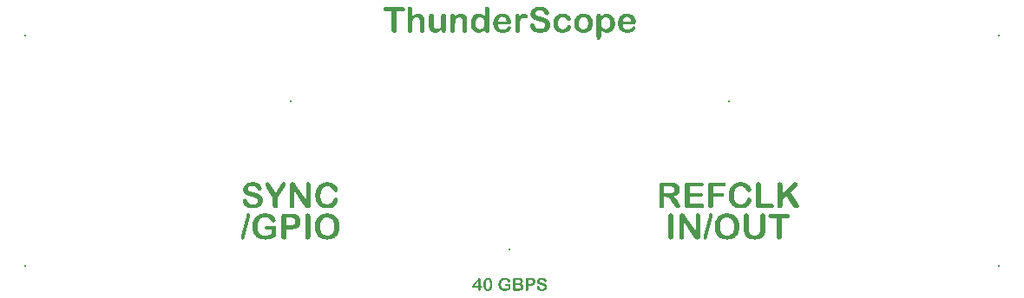
<source format=gts>
G04*
G04 #@! TF.GenerationSoftware,Altium Limited,Altium Designer,22.4.2 (48)*
G04*
G04 Layer_Color=8388736*
%FSLAX25Y25*%
%MOIN*%
G70*
G04*
G04 #@! TF.SameCoordinates,D0525307-FA06-41FD-84B0-9E93535F59E6*
G04*
G04*
G04 #@! TF.FilePolarity,Negative*
G04*
G01*
G75*
%ADD10C,0.00800*%
G36*
X290693Y47875D02*
X290802D01*
X290923Y47864D01*
X291054Y47842D01*
X291207Y47831D01*
X291524Y47766D01*
X291884Y47678D01*
X292245Y47569D01*
X292420Y47492D01*
X292595Y47405D01*
X292606D01*
X292639Y47383D01*
X292682Y47361D01*
X292748Y47317D01*
X292824Y47274D01*
X292912Y47219D01*
X293120Y47088D01*
X293349Y46913D01*
X293589Y46716D01*
X293819Y46487D01*
X294016Y46235D01*
X294027Y46224D01*
X294038Y46203D01*
X294059Y46170D01*
X294092Y46115D01*
X294125Y46060D01*
X294169Y45984D01*
X294267Y45820D01*
X294355Y45612D01*
X294431Y45394D01*
X294486Y45164D01*
X294508Y45055D01*
Y44935D01*
Y44924D01*
Y44880D01*
X294497Y44815D01*
X294475Y44738D01*
X294453Y44640D01*
X294409Y44541D01*
X294344Y44432D01*
X294267Y44334D01*
X294256Y44323D01*
X294223Y44290D01*
X294169Y44257D01*
X294103Y44213D01*
X294016Y44159D01*
X293917Y44126D01*
X293808Y44093D01*
X293688Y44082D01*
X293622D01*
X293557Y44093D01*
X293480Y44104D01*
X293382Y44126D01*
X293294Y44159D01*
X293196Y44202D01*
X293120Y44257D01*
X293109Y44268D01*
X293087Y44290D01*
X293054Y44334D01*
X292999Y44399D01*
X292934Y44487D01*
X292868Y44596D01*
X292792Y44727D01*
X292704Y44880D01*
Y44891D01*
X292682Y44913D01*
X292660Y44946D01*
X292639Y45000D01*
X292551Y45131D01*
X292453Y45285D01*
X292311Y45459D01*
X292158Y45645D01*
X291983Y45809D01*
X291797Y45962D01*
X291786D01*
X291775Y45973D01*
X291742Y45995D01*
X291699Y46017D01*
X291589Y46071D01*
X291436Y46148D01*
X291250Y46213D01*
X291032Y46268D01*
X290780Y46312D01*
X290507Y46323D01*
X290453D01*
X290387Y46312D01*
X290311D01*
X290201Y46290D01*
X290081Y46279D01*
X289950Y46246D01*
X289808Y46203D01*
X289655Y46159D01*
X289502Y46093D01*
X289338Y46017D01*
X289185Y45929D01*
X289021Y45820D01*
X288868Y45700D01*
X288715Y45558D01*
X288573Y45394D01*
X288562Y45383D01*
X288540Y45350D01*
X288507Y45295D01*
X288463Y45219D01*
X288409Y45131D01*
X288343Y45011D01*
X288288Y44869D01*
X288223Y44716D01*
X288146Y44541D01*
X288092Y44344D01*
X288026Y44126D01*
X287971Y43896D01*
X287928Y43645D01*
X287895Y43372D01*
X287873Y43077D01*
X287862Y42771D01*
Y42760D01*
Y42716D01*
Y42661D01*
Y42585D01*
X287873Y42486D01*
X287884Y42366D01*
Y42246D01*
X287906Y42104D01*
X287939Y41809D01*
X287993Y41492D01*
X288070Y41175D01*
X288179Y40880D01*
Y40869D01*
X288190Y40847D01*
X288212Y40803D01*
X288234Y40760D01*
X288267Y40694D01*
X288310Y40617D01*
X288409Y40453D01*
X288540Y40279D01*
X288693Y40082D01*
X288868Y39907D01*
X289075Y39754D01*
X289086D01*
X289097Y39743D01*
X289130Y39721D01*
X289185Y39699D01*
X289239Y39667D01*
X289305Y39634D01*
X289469Y39568D01*
X289666Y39503D01*
X289906Y39437D01*
X290158Y39393D01*
X290442Y39382D01*
X290529D01*
X290584Y39393D01*
X290660D01*
X290748Y39404D01*
X290944Y39437D01*
X291174Y39481D01*
X291414Y39557D01*
X291655Y39656D01*
X291884Y39798D01*
X291895D01*
X291906Y39819D01*
X291939Y39841D01*
X291983Y39874D01*
X292092Y39972D01*
X292212Y40115D01*
X292365Y40290D01*
X292507Y40508D01*
X292650Y40760D01*
X292770Y41044D01*
X292781Y41065D01*
X292792Y41109D01*
X292824Y41175D01*
X292857Y41262D01*
X292901Y41361D01*
X292956Y41470D01*
X293021Y41568D01*
X293087Y41667D01*
X293098Y41678D01*
X293120Y41699D01*
X293163Y41743D01*
X293229Y41787D01*
X293316Y41831D01*
X293415Y41874D01*
X293535Y41896D01*
X293677Y41907D01*
X293732D01*
X293797Y41896D01*
X293885Y41874D01*
X293983Y41842D01*
X294081Y41798D01*
X294180Y41743D01*
X294278Y41656D01*
X294289Y41645D01*
X294322Y41612D01*
X294366Y41557D01*
X294409Y41492D01*
X294453Y41404D01*
X294497Y41306D01*
X294530Y41186D01*
X294540Y41055D01*
Y41033D01*
Y40978D01*
X294530Y40880D01*
X294508Y40749D01*
X294486Y40595D01*
X294442Y40432D01*
X294387Y40235D01*
X294311Y40038D01*
Y40027D01*
X294300Y40016D01*
X294289Y39983D01*
X294267Y39951D01*
X294213Y39841D01*
X294136Y39710D01*
X294038Y39546D01*
X293906Y39360D01*
X293764Y39175D01*
X293589Y38978D01*
Y38967D01*
X293568Y38956D01*
X293502Y38890D01*
X293393Y38803D01*
X293251Y38683D01*
X293065Y38552D01*
X292857Y38410D01*
X292606Y38267D01*
X292333Y38136D01*
X292322D01*
X292300Y38125D01*
X292256Y38104D01*
X292201Y38092D01*
X292125Y38060D01*
X292037Y38038D01*
X291939Y38005D01*
X291819Y37983D01*
X291699Y37951D01*
X291557Y37918D01*
X291261Y37874D01*
X290923Y37830D01*
X290551Y37819D01*
X290354D01*
X290278Y37830D01*
X290092Y37841D01*
X289873Y37852D01*
X289644Y37885D01*
X289392Y37918D01*
X289152Y37961D01*
X289141D01*
X289119Y37972D01*
X289086D01*
X289043Y37994D01*
X288922Y38027D01*
X288769Y38071D01*
X288595Y38136D01*
X288398Y38213D01*
X288201Y38300D01*
X288004Y38410D01*
X287993D01*
X287982Y38420D01*
X287917Y38464D01*
X287819Y38541D01*
X287698Y38628D01*
X287545Y38748D01*
X287392Y38890D01*
X287228Y39054D01*
X287064Y39229D01*
X287042Y39251D01*
X286999Y39306D01*
X286922Y39404D01*
X286835Y39524D01*
X286725Y39677D01*
X286616Y39852D01*
X286507Y40038D01*
X286398Y40246D01*
Y40257D01*
X286387Y40268D01*
X286376Y40300D01*
X286354Y40344D01*
X286299Y40464D01*
X286245Y40606D01*
X286179Y40792D01*
X286113Y41000D01*
X286048Y41219D01*
X285993Y41459D01*
Y41470D01*
Y41492D01*
X285982Y41525D01*
X285971Y41568D01*
X285960Y41634D01*
X285949Y41699D01*
X285928Y41874D01*
X285906Y42082D01*
X285884Y42311D01*
X285873Y42563D01*
X285862Y42836D01*
Y42847D01*
Y42891D01*
Y42946D01*
X285873Y43033D01*
Y43131D01*
X285884Y43251D01*
X285895Y43394D01*
X285906Y43536D01*
X285949Y43864D01*
X286004Y44213D01*
X286091Y44574D01*
X286201Y44935D01*
Y44946D01*
X286212Y44978D01*
X286234Y45022D01*
X286266Y45088D01*
X286299Y45175D01*
X286343Y45263D01*
X286387Y45372D01*
X286452Y45481D01*
X286583Y45733D01*
X286758Y45995D01*
X286955Y46268D01*
X287174Y46520D01*
X287185Y46531D01*
X287206Y46552D01*
X287239Y46585D01*
X287283Y46629D01*
X287349Y46683D01*
X287425Y46749D01*
X287512Y46826D01*
X287600Y46902D01*
X287819Y47066D01*
X288081Y47230D01*
X288365Y47394D01*
X288671Y47536D01*
X288682D01*
X288715Y47547D01*
X288758Y47569D01*
X288824Y47591D01*
X288900Y47613D01*
X288999Y47645D01*
X289108Y47678D01*
X289228Y47711D01*
X289360Y47744D01*
X289502Y47776D01*
X289808Y47831D01*
X290146Y47875D01*
X290496Y47886D01*
X290616D01*
X290693Y47875D01*
D02*
G37*
G36*
X311537D02*
X311635Y47853D01*
X311744Y47820D01*
X311854Y47776D01*
X311963Y47722D01*
X312072Y47634D01*
X312083Y47624D01*
X312116Y47591D01*
X312160Y47536D01*
X312203Y47460D01*
X312247Y47372D01*
X312291Y47274D01*
X312323Y47153D01*
X312334Y47022D01*
Y47001D01*
X312323Y46946D01*
X312313Y46869D01*
X312280Y46760D01*
X312225Y46629D01*
X312149Y46487D01*
X312039Y46334D01*
X311886Y46170D01*
X309493Y43896D01*
X312247Y39940D01*
X312258Y39918D01*
X312291Y39874D01*
X312345Y39798D01*
X312411Y39699D01*
X312488Y39579D01*
X312553Y39459D01*
X312630Y39339D01*
X312684Y39218D01*
X312695Y39207D01*
X312706Y39164D01*
X312728Y39109D01*
X312761Y39033D01*
X312793Y38934D01*
X312815Y38836D01*
X312826Y38726D01*
X312837Y38617D01*
Y38606D01*
Y38563D01*
X312826Y38497D01*
X312804Y38420D01*
X312772Y38333D01*
X312728Y38235D01*
X312662Y38147D01*
X312575Y38049D01*
X312564Y38038D01*
X312531Y38016D01*
X312476Y37972D01*
X312400Y37940D01*
X312302Y37896D01*
X312181Y37852D01*
X312039Y37830D01*
X311886Y37819D01*
X311821D01*
X311744Y37830D01*
X311646Y37841D01*
X311537Y37863D01*
X311427Y37896D01*
X311318Y37940D01*
X311209Y37994D01*
X311198Y38005D01*
X311165Y38027D01*
X311121Y38060D01*
X311056Y38114D01*
X310990Y38180D01*
X310913Y38267D01*
X310848Y38355D01*
X310771Y38453D01*
X310760Y38464D01*
X310739Y38508D01*
X310706Y38563D01*
X310662Y38628D01*
X310618Y38716D01*
X310564Y38803D01*
X310455Y38989D01*
X308126Y42574D01*
X306520Y41022D01*
Y39011D01*
Y39000D01*
Y38989D01*
Y38956D01*
Y38912D01*
X306509Y38803D01*
X306487Y38672D01*
X306454Y38530D01*
X306399Y38377D01*
X306334Y38235D01*
X306236Y38114D01*
X306225Y38104D01*
X306192Y38071D01*
X306126Y38016D01*
X306050Y37972D01*
X305940Y37918D01*
X305820Y37863D01*
X305678Y37830D01*
X305525Y37819D01*
X305481D01*
X305438Y37830D01*
X305372Y37841D01*
X305295Y37852D01*
X305208Y37874D01*
X305121Y37907D01*
X305033Y37951D01*
X305022Y37961D01*
X305000Y37972D01*
X304957Y38005D01*
X304902Y38049D01*
X304793Y38158D01*
X304683Y38300D01*
Y38311D01*
X304673Y38333D01*
X304651Y38377D01*
X304629Y38420D01*
X304607Y38486D01*
X304596Y38563D01*
X304563Y38726D01*
Y38737D01*
Y38770D01*
Y38836D01*
Y38912D01*
X304552Y39011D01*
Y39142D01*
Y39284D01*
Y39448D01*
Y46683D01*
Y46694D01*
Y46705D01*
Y46738D01*
Y46782D01*
X304563Y46891D01*
X304585Y47022D01*
X304618Y47164D01*
X304662Y47317D01*
X304716Y47460D01*
X304804Y47580D01*
X304815Y47591D01*
X304847Y47624D01*
X304913Y47678D01*
X304990Y47733D01*
X305099Y47787D01*
X305219Y47842D01*
X305361Y47875D01*
X305525Y47886D01*
X305602D01*
X305678Y47875D01*
X305777Y47853D01*
X305886Y47809D01*
X306006Y47755D01*
X306126Y47678D01*
X306236Y47580D01*
X306246Y47569D01*
X306279Y47525D01*
X306323Y47460D01*
X306378Y47361D01*
X306432Y47230D01*
X306476Y47077D01*
X306509Y46891D01*
X306520Y46683D01*
Y43273D01*
X310389Y47306D01*
X310400Y47317D01*
X310433Y47350D01*
X310487Y47405D01*
X310553Y47471D01*
X310706Y47613D01*
X310782Y47689D01*
X310859Y47744D01*
X310870Y47755D01*
X310892Y47766D01*
X310935Y47787D01*
X311001Y47820D01*
X311077Y47842D01*
X311165Y47864D01*
X311263Y47875D01*
X311384Y47886D01*
X311460D01*
X311537Y47875D01*
D02*
G37*
G36*
X297404D02*
X297502Y47853D01*
X297612Y47809D01*
X297732Y47755D01*
X297852Y47678D01*
X297961Y47580D01*
X297972Y47569D01*
X298005Y47525D01*
X298049Y47460D01*
X298104Y47361D01*
X298158Y47230D01*
X298202Y47077D01*
X298235Y46891D01*
X298246Y46683D01*
Y39601D01*
X302312D01*
X302399Y39590D01*
X302508Y39568D01*
X302629Y39546D01*
X302749Y39503D01*
X302869Y39437D01*
X302967Y39360D01*
X302978Y39349D01*
X303011Y39317D01*
X303055Y39273D01*
X303099Y39207D01*
X303142Y39120D01*
X303186Y39022D01*
X303219Y38901D01*
X303230Y38781D01*
Y38770D01*
Y38726D01*
X303219Y38661D01*
X303197Y38574D01*
X303164Y38486D01*
X303120Y38388D01*
X303066Y38289D01*
X302978Y38202D01*
X302967Y38191D01*
X302935Y38169D01*
X302869Y38136D01*
X302793Y38092D01*
X302683Y38049D01*
X302563Y38016D01*
X302410Y37994D01*
X302235Y37983D01*
X297371D01*
X297262Y37994D01*
X297120Y38016D01*
X296967Y38049D01*
X296814Y38104D01*
X296672Y38169D01*
X296551Y38267D01*
X296541Y38278D01*
X296508Y38322D01*
X296464Y38388D01*
X296420Y38486D01*
X296366Y38617D01*
X296322Y38770D01*
X296289Y38967D01*
X296278Y39186D01*
Y46683D01*
Y46694D01*
Y46705D01*
Y46738D01*
Y46782D01*
X296289Y46891D01*
X296311Y47022D01*
X296344Y47164D01*
X296388Y47317D01*
X296453Y47460D01*
X296541Y47580D01*
X296551Y47591D01*
X296595Y47624D01*
X296650Y47678D01*
X296737Y47733D01*
X296836Y47787D01*
X296956Y47842D01*
X297098Y47875D01*
X297251Y47886D01*
X297328D01*
X297404Y47875D01*
D02*
G37*
G36*
X275522Y47700D02*
X275621Y47689D01*
X275741Y47656D01*
X275850Y47624D01*
X275959Y47569D01*
X276058Y47492D01*
X276069Y47481D01*
X276091Y47460D01*
X276134Y47405D01*
X276178Y47350D01*
X276211Y47263D01*
X276255Y47175D01*
X276276Y47066D01*
X276287Y46946D01*
Y46935D01*
Y46891D01*
X276276Y46826D01*
X276255Y46749D01*
X276233Y46662D01*
X276189Y46574D01*
X276134Y46487D01*
X276058Y46399D01*
X276047Y46388D01*
X276014Y46367D01*
X275959Y46334D01*
X275883Y46301D01*
X275784Y46257D01*
X275664Y46224D01*
X275522Y46203D01*
X275358Y46192D01*
X270921D01*
Y43809D01*
X275085D01*
X275162Y43798D01*
X275260Y43787D01*
X275369Y43754D01*
X275479Y43722D01*
X275588Y43667D01*
X275675Y43601D01*
X275686Y43590D01*
X275708Y43569D01*
X275752Y43514D01*
X275796Y43459D01*
X275828Y43383D01*
X275872Y43284D01*
X275894Y43186D01*
X275905Y43066D01*
Y43055D01*
Y43011D01*
X275894Y42956D01*
X275883Y42880D01*
X275850Y42792D01*
X275817Y42705D01*
X275763Y42618D01*
X275686Y42530D01*
X275675Y42519D01*
X275642Y42497D01*
X275588Y42465D01*
X275522Y42432D01*
X275424Y42388D01*
X275304Y42355D01*
X275172Y42333D01*
X275009Y42322D01*
X270921D01*
Y39546D01*
X275588D01*
X275664Y39535D01*
X275774Y39524D01*
X275883Y39492D01*
X275992Y39459D01*
X276101Y39404D01*
X276200Y39328D01*
X276211Y39317D01*
X276233Y39284D01*
X276276Y39240D01*
X276320Y39175D01*
X276364Y39087D01*
X276408Y38989D01*
X276429Y38879D01*
X276440Y38748D01*
Y38737D01*
Y38694D01*
X276429Y38628D01*
X276408Y38552D01*
X276386Y38464D01*
X276342Y38366D01*
X276276Y38278D01*
X276200Y38191D01*
X276189Y38180D01*
X276156Y38158D01*
X276101Y38125D01*
X276025Y38092D01*
X275927Y38049D01*
X275817Y38016D01*
X275675Y37994D01*
X275511Y37983D01*
X270046D01*
X269937Y37994D01*
X269795Y38016D01*
X269642Y38049D01*
X269489Y38104D01*
X269347Y38169D01*
X269227Y38267D01*
X269216Y38278D01*
X269183Y38322D01*
X269139Y38388D01*
X269095Y38486D01*
X269041Y38617D01*
X268997Y38770D01*
X268964Y38967D01*
X268953Y39186D01*
Y46498D01*
Y46520D01*
Y46574D01*
X268964Y46651D01*
Y46749D01*
X268986Y46858D01*
X269008Y46968D01*
X269030Y47077D01*
X269074Y47186D01*
X269084Y47197D01*
X269095Y47230D01*
X269128Y47285D01*
X269172Y47339D01*
X269227Y47405D01*
X269292Y47471D01*
X269380Y47525D01*
X269467Y47580D01*
X269478Y47591D01*
X269522Y47602D01*
X269576Y47624D01*
X269653Y47645D01*
X269751Y47667D01*
X269871Y47689D01*
X270003Y47711D01*
X275435D01*
X275522Y47700D01*
D02*
G37*
G36*
X284004D02*
X284102Y47689D01*
X284223Y47656D01*
X284332Y47624D01*
X284441Y47569D01*
X284540Y47492D01*
X284550Y47481D01*
X284572Y47460D01*
X284616Y47405D01*
X284660Y47350D01*
X284693Y47263D01*
X284736Y47175D01*
X284758Y47066D01*
X284769Y46946D01*
Y46935D01*
Y46891D01*
X284758Y46826D01*
X284736Y46749D01*
X284714Y46662D01*
X284671Y46574D01*
X284616Y46487D01*
X284540Y46399D01*
X284528Y46388D01*
X284496Y46367D01*
X284441Y46334D01*
X284365Y46301D01*
X284266Y46257D01*
X284146Y46224D01*
X284004Y46203D01*
X283840Y46192D01*
X279960D01*
Y43700D01*
X283282D01*
X283359Y43689D01*
X283457Y43678D01*
X283567Y43645D01*
X283676Y43612D01*
X283785Y43558D01*
X283873Y43492D01*
X283884Y43481D01*
X283906Y43459D01*
X283949Y43415D01*
X283993Y43350D01*
X284026Y43273D01*
X284069Y43186D01*
X284091Y43077D01*
X284102Y42956D01*
Y42946D01*
Y42902D01*
X284091Y42836D01*
X284069Y42760D01*
X284048Y42672D01*
X284004Y42585D01*
X283949Y42497D01*
X283873Y42421D01*
X283862Y42410D01*
X283829Y42388D01*
X283774Y42355D01*
X283709Y42322D01*
X283610Y42290D01*
X283490Y42257D01*
X283359Y42235D01*
X283206Y42224D01*
X279960D01*
Y39011D01*
Y39000D01*
Y38989D01*
Y38956D01*
Y38912D01*
X279949Y38803D01*
X279927Y38672D01*
X279894Y38530D01*
X279840Y38377D01*
X279774Y38235D01*
X279676Y38114D01*
X279665Y38104D01*
X279632Y38071D01*
X279566Y38016D01*
X279490Y37972D01*
X279380Y37918D01*
X279260Y37863D01*
X279129Y37830D01*
X278976Y37819D01*
X278900D01*
X278823Y37830D01*
X278725Y37852D01*
X278615Y37896D01*
X278495Y37940D01*
X278375Y38016D01*
X278266Y38114D01*
X278255Y38125D01*
X278222Y38169D01*
X278178Y38235D01*
X278134Y38333D01*
X278080Y38464D01*
X278036Y38617D01*
X278003Y38803D01*
X277992Y39011D01*
Y46498D01*
Y46520D01*
Y46574D01*
X278003Y46651D01*
Y46749D01*
X278025Y46858D01*
X278047Y46968D01*
X278069Y47077D01*
X278113Y47186D01*
X278123Y47197D01*
X278134Y47230D01*
X278167Y47285D01*
X278211Y47339D01*
X278266Y47405D01*
X278331Y47471D01*
X278419Y47525D01*
X278506Y47580D01*
X278517Y47591D01*
X278561Y47602D01*
X278615Y47624D01*
X278692Y47645D01*
X278790Y47667D01*
X278910Y47689D01*
X279042Y47711D01*
X283916D01*
X284004Y47700D01*
D02*
G37*
G36*
X263958D02*
X264133D01*
X264330Y47689D01*
X264516Y47667D01*
X264702Y47645D01*
X264723D01*
X264778Y47634D01*
X264865Y47624D01*
X264986Y47602D01*
X265117Y47569D01*
X265259Y47525D01*
X265412Y47481D01*
X265554Y47416D01*
X265576Y47405D01*
X265631Y47383D01*
X265718Y47339D01*
X265827Y47274D01*
X265958Y47197D01*
X266090Y47110D01*
X266232Y47001D01*
X266363Y46869D01*
X266374Y46858D01*
X266418Y46804D01*
X266483Y46727D01*
X266560Y46629D01*
X266647Y46509D01*
X266735Y46367D01*
X266822Y46213D01*
X266898Y46039D01*
X266909Y46017D01*
X266931Y45962D01*
X266953Y45864D01*
X266997Y45733D01*
X267030Y45590D01*
X267052Y45416D01*
X267073Y45230D01*
X267084Y45033D01*
Y45022D01*
Y44989D01*
Y44924D01*
X267073Y44858D01*
X267062Y44760D01*
X267052Y44662D01*
X267030Y44541D01*
X267008Y44410D01*
X266931Y44137D01*
X266887Y43984D01*
X266822Y43842D01*
X266745Y43700D01*
X266669Y43558D01*
X266570Y43426D01*
X266461Y43295D01*
X266450Y43284D01*
X266428Y43262D01*
X266396Y43230D01*
X266352Y43186D01*
X266286Y43142D01*
X266199Y43077D01*
X266111Y43011D01*
X266002Y42935D01*
X265882Y42869D01*
X265740Y42792D01*
X265587Y42716D01*
X265423Y42639D01*
X265237Y42563D01*
X265040Y42497D01*
X264833Y42432D01*
X264603Y42377D01*
X264614D01*
X264625Y42366D01*
X264691Y42322D01*
X264789Y42257D01*
X264920Y42169D01*
X265073Y42049D01*
X265248Y41907D01*
X265423Y41743D01*
X265598Y41546D01*
X265609Y41535D01*
X265620Y41525D01*
X265641Y41492D01*
X265674Y41448D01*
X265773Y41350D01*
X265882Y41197D01*
X266013Y41033D01*
X266166Y40836D01*
X266308Y40617D01*
X266450Y40388D01*
Y40377D01*
X266472Y40366D01*
X266483Y40333D01*
X266516Y40290D01*
X266582Y40169D01*
X266669Y40016D01*
X266767Y39852D01*
X266866Y39667D01*
X266953Y39470D01*
X267040Y39284D01*
X267052Y39262D01*
X267073Y39207D01*
X267106Y39120D01*
X267150Y39011D01*
X267215Y38792D01*
X267237Y38694D01*
X267248Y38606D01*
Y38595D01*
Y38574D01*
X267237Y38530D01*
Y38486D01*
X267194Y38366D01*
X267172Y38289D01*
X267128Y38224D01*
Y38213D01*
X267106Y38191D01*
X267073Y38158D01*
X267040Y38114D01*
X266931Y38016D01*
X266789Y37929D01*
X266778D01*
X266756Y37907D01*
X266713Y37896D01*
X266647Y37874D01*
X266582Y37852D01*
X266494Y37841D01*
X266297Y37819D01*
X266243D01*
X266177Y37830D01*
X266101Y37841D01*
X265926Y37885D01*
X265827Y37918D01*
X265740Y37972D01*
X265729Y37983D01*
X265707Y38005D01*
X265663Y38038D01*
X265609Y38082D01*
X265554Y38136D01*
X265489Y38202D01*
X265357Y38366D01*
X265346Y38377D01*
X265324Y38410D01*
X265292Y38464D01*
X265237Y38541D01*
X265172Y38639D01*
X265095Y38759D01*
X265007Y38901D01*
X264909Y39065D01*
X264122Y40388D01*
Y40399D01*
X264100Y40421D01*
X264078Y40453D01*
X264046Y40508D01*
X263969Y40639D01*
X263871Y40792D01*
X263751Y40967D01*
X263619Y41153D01*
X263488Y41328D01*
X263357Y41481D01*
X263346Y41503D01*
X263302Y41546D01*
X263237Y41612D01*
X263149Y41688D01*
X263051Y41776D01*
X262931Y41863D01*
X262811Y41940D01*
X262680Y42006D01*
X262668Y42016D01*
X262614Y42027D01*
X262548Y42049D01*
X262450Y42082D01*
X262319Y42104D01*
X262177Y42126D01*
X262002Y42137D01*
X261816Y42148D01*
X261127D01*
Y39011D01*
Y39000D01*
Y38989D01*
Y38956D01*
Y38912D01*
X261117Y38803D01*
X261095Y38672D01*
X261062Y38519D01*
X261007Y38366D01*
X260942Y38224D01*
X260854Y38104D01*
X260843Y38092D01*
X260810Y38060D01*
X260745Y38016D01*
X260668Y37961D01*
X260559Y37907D01*
X260439Y37863D01*
X260297Y37830D01*
X260144Y37819D01*
X260067D01*
X259980Y37830D01*
X259881Y37852D01*
X259761Y37896D01*
X259641Y37940D01*
X259521Y38016D01*
X259411Y38114D01*
X259401Y38125D01*
X259368Y38169D01*
X259335Y38246D01*
X259291Y38344D01*
X259237Y38464D01*
X259204Y38617D01*
X259171Y38803D01*
X259160Y39011D01*
Y46498D01*
Y46509D01*
Y46531D01*
Y46563D01*
Y46607D01*
X259171Y46716D01*
X259193Y46848D01*
X259226Y47001D01*
X259280Y47153D01*
X259346Y47296D01*
X259444Y47416D01*
X259455Y47427D01*
X259499Y47460D01*
X259564Y47514D01*
X259663Y47569D01*
X259794Y47613D01*
X259947Y47667D01*
X260144Y47700D01*
X260362Y47711D01*
X263805D01*
X263958Y47700D01*
D02*
G37*
G36*
X274200Y35863D02*
X274287Y35841D01*
X274396Y35808D01*
X274506Y35754D01*
X274615Y35688D01*
X274713Y35590D01*
X274724Y35579D01*
X274757Y35535D01*
X274790Y35469D01*
X274845Y35382D01*
X274888Y35262D01*
X274921Y35109D01*
X274954Y34934D01*
X274965Y34737D01*
Y27086D01*
Y27075D01*
Y27031D01*
X274954Y26966D01*
Y26889D01*
X274932Y26791D01*
X274910Y26682D01*
X274877Y26561D01*
X274834Y26452D01*
X274779Y26332D01*
X274703Y26212D01*
X274615Y26102D01*
X274517Y26004D01*
X274385Y25927D01*
X274243Y25862D01*
X274079Y25818D01*
X273894Y25807D01*
X273795D01*
X273741Y25818D01*
X273577Y25840D01*
X273413Y25884D01*
X273402D01*
X273380Y25895D01*
X273336Y25916D01*
X273282Y25938D01*
X273161Y26015D01*
X273019Y26124D01*
X273008Y26135D01*
X272987Y26157D01*
X272954Y26190D01*
X272910Y26234D01*
X272790Y26354D01*
X272670Y26507D01*
X272659Y26518D01*
X272648Y26550D01*
X272615Y26594D01*
X272571Y26649D01*
X272473Y26802D01*
X272353Y26966D01*
X268669Y32638D01*
Y26933D01*
Y26922D01*
Y26911D01*
Y26846D01*
X268658Y26747D01*
X268636Y26616D01*
X268603Y26485D01*
X268560Y26343D01*
X268494Y26212D01*
X268407Y26091D01*
X268396Y26081D01*
X268363Y26048D01*
X268298Y26004D01*
X268221Y25949D01*
X268133Y25895D01*
X268013Y25851D01*
X267882Y25818D01*
X267740Y25807D01*
X267674D01*
X267598Y25818D01*
X267500Y25840D01*
X267390Y25873D01*
X267281Y25927D01*
X267172Y25993D01*
X267073Y26091D01*
X267062Y26102D01*
X267030Y26146D01*
X266997Y26212D01*
X266953Y26299D01*
X266898Y26419D01*
X266866Y26561D01*
X266833Y26736D01*
X266822Y26933D01*
Y34442D01*
Y34453D01*
Y34464D01*
Y34518D01*
X266833Y34606D01*
Y34715D01*
X266844Y34835D01*
X266866Y34967D01*
X266887Y35087D01*
X266920Y35196D01*
X266931Y35207D01*
X266942Y35251D01*
X266975Y35294D01*
X267019Y35371D01*
X267084Y35447D01*
X267150Y35524D01*
X267237Y35601D01*
X267336Y35677D01*
X267347Y35688D01*
X267390Y35710D01*
X267445Y35743D01*
X267522Y35775D01*
X267620Y35808D01*
X267729Y35841D01*
X267849Y35863D01*
X267970Y35874D01*
X268068D01*
X268133Y35863D01*
X268276Y35841D01*
X268429Y35786D01*
X268440D01*
X268461Y35775D01*
X268494Y35754D01*
X268538Y35721D01*
X268647Y35644D01*
X268757Y35546D01*
X268767Y35535D01*
X268778Y35524D01*
X268811Y35491D01*
X268844Y35447D01*
X268888Y35393D01*
X268942Y35327D01*
X269052Y35163D01*
X269063Y35152D01*
X269074Y35120D01*
X269106Y35076D01*
X269150Y35021D01*
X269194Y34945D01*
X269248Y34868D01*
X269358Y34682D01*
X273150Y28955D01*
Y34737D01*
Y34748D01*
Y34759D01*
Y34835D01*
X273161Y34934D01*
X273183Y35054D01*
X273205Y35196D01*
X273249Y35338D01*
X273314Y35469D01*
X273391Y35590D01*
X273402Y35601D01*
X273435Y35633D01*
X273489Y35677D01*
X273566Y35732D01*
X273653Y35786D01*
X273773Y35830D01*
X273905Y35863D01*
X274047Y35874D01*
X274112D01*
X274200Y35863D01*
D02*
G37*
G36*
X299065D02*
X299164Y35841D01*
X299273Y35797D01*
X299393Y35743D01*
X299514Y35666D01*
X299623Y35568D01*
X299634Y35557D01*
X299667Y35513D01*
X299710Y35447D01*
X299765Y35349D01*
X299820Y35218D01*
X299863Y35065D01*
X299896Y34879D01*
X299907Y34672D01*
Y29993D01*
Y29983D01*
Y29939D01*
Y29884D01*
Y29808D01*
X299896Y29709D01*
Y29589D01*
X299885Y29458D01*
X299874Y29327D01*
X299852Y29021D01*
X299809Y28704D01*
X299754Y28387D01*
X299677Y28081D01*
Y28070D01*
X299667Y28048D01*
X299656Y28004D01*
X299634Y27950D01*
X299612Y27884D01*
X299579Y27807D01*
X299492Y27632D01*
X299382Y27414D01*
X299240Y27195D01*
X299055Y26966D01*
X298847Y26747D01*
X298836D01*
X298825Y26725D01*
X298792Y26704D01*
X298748Y26671D01*
X298639Y26583D01*
X298486Y26474D01*
X298311Y26354D01*
X298093Y26234D01*
X297863Y26124D01*
X297601Y26026D01*
X297590D01*
X297568Y26015D01*
X297535Y26004D01*
X297481Y25993D01*
X297415Y25971D01*
X297328Y25960D01*
X297240Y25938D01*
X297131Y25916D01*
X297022Y25895D01*
X296890Y25873D01*
X296617Y25840D01*
X296300Y25818D01*
X295961Y25807D01*
X295776D01*
X295677Y25818D01*
X295568D01*
X295437Y25829D01*
X295305Y25840D01*
X295000Y25862D01*
X294683Y25906D01*
X294355Y25971D01*
X294038Y26048D01*
X294027D01*
X294005Y26059D01*
X293961Y26070D01*
X293906Y26091D01*
X293830Y26124D01*
X293754Y26146D01*
X293568Y26234D01*
X293360Y26332D01*
X293141Y26463D01*
X292923Y26616D01*
X292715Y26791D01*
X292704Y26802D01*
X292693Y26813D01*
X292671Y26846D01*
X292628Y26889D01*
X292540Y26999D01*
X292431Y27152D01*
X292311Y27337D01*
X292179Y27556D01*
X292059Y27807D01*
X291961Y28092D01*
Y28102D01*
X291950Y28124D01*
X291939Y28168D01*
X291928Y28234D01*
X291906Y28310D01*
X291884Y28398D01*
X291863Y28507D01*
X291852Y28627D01*
X291830Y28758D01*
X291808Y28911D01*
X291786Y29064D01*
X291764Y29228D01*
X291742Y29600D01*
X291731Y29993D01*
Y34672D01*
Y34682D01*
Y34693D01*
Y34726D01*
Y34770D01*
X291742Y34879D01*
X291764Y35010D01*
X291797Y35152D01*
X291841Y35305D01*
X291906Y35447D01*
X291994Y35568D01*
X292005Y35579D01*
X292048Y35611D01*
X292103Y35666D01*
X292191Y35721D01*
X292289Y35775D01*
X292409Y35830D01*
X292551Y35863D01*
X292704Y35874D01*
X292781D01*
X292857Y35863D01*
X292967Y35841D01*
X293076Y35797D01*
X293196Y35743D01*
X293316Y35666D01*
X293426Y35568D01*
X293437Y35557D01*
X293469Y35513D01*
X293513Y35447D01*
X293568Y35349D01*
X293611Y35218D01*
X293655Y35065D01*
X293688Y34879D01*
X293699Y34672D01*
Y29884D01*
Y29873D01*
Y29851D01*
Y29808D01*
Y29753D01*
X293710Y29676D01*
Y29600D01*
X293721Y29403D01*
X293742Y29195D01*
X293775Y28966D01*
X293819Y28736D01*
X293874Y28518D01*
Y28507D01*
X293885Y28496D01*
X293906Y28430D01*
X293961Y28332D01*
X294027Y28212D01*
X294114Y28070D01*
X294223Y27928D01*
X294355Y27786D01*
X294519Y27665D01*
X294530D01*
X294540Y27654D01*
X294606Y27622D01*
X294715Y27567D01*
X294857Y27523D01*
X295043Y27469D01*
X295262Y27414D01*
X295524Y27381D01*
X295819Y27370D01*
X295929D01*
X296005Y27381D01*
X296103Y27392D01*
X296213Y27403D01*
X296333Y27425D01*
X296464Y27447D01*
X296726Y27523D01*
X297000Y27632D01*
X297131Y27698D01*
X297251Y27786D01*
X297360Y27873D01*
X297459Y27982D01*
X297470Y27993D01*
X297481Y28015D01*
X297502Y28048D01*
X297535Y28102D01*
X297568Y28157D01*
X297612Y28245D01*
X297656Y28332D01*
X297699Y28441D01*
X297743Y28572D01*
X297787Y28704D01*
X297830Y28857D01*
X297863Y29021D01*
X297896Y29206D01*
X297918Y29403D01*
X297940Y29611D01*
Y29840D01*
Y34672D01*
Y34682D01*
Y34693D01*
Y34726D01*
Y34770D01*
X297951Y34879D01*
X297972Y35010D01*
X298005Y35152D01*
X298049Y35305D01*
X298114Y35447D01*
X298202Y35568D01*
X298213Y35579D01*
X298246Y35611D01*
X298311Y35666D01*
X298388Y35721D01*
X298486Y35775D01*
X298617Y35830D01*
X298748Y35863D01*
X298912Y35874D01*
X298989D01*
X299065Y35863D01*
D02*
G37*
G36*
X308531Y35688D02*
X308640Y35666D01*
X308771Y35644D01*
X308892Y35601D01*
X309012Y35546D01*
X309121Y35469D01*
X309132Y35458D01*
X309165Y35426D01*
X309197Y35382D01*
X309252Y35305D01*
X309296Y35229D01*
X309329Y35120D01*
X309362Y35010D01*
X309372Y34879D01*
Y34868D01*
Y34813D01*
X309362Y34748D01*
X309340Y34672D01*
X309307Y34573D01*
X309263Y34475D01*
X309197Y34376D01*
X309110Y34289D01*
X309099Y34278D01*
X309066Y34256D01*
X309001Y34223D01*
X308924Y34180D01*
X308815Y34136D01*
X308684Y34103D01*
X308531Y34081D01*
X308356Y34070D01*
X306214D01*
Y26999D01*
Y26988D01*
Y26977D01*
Y26944D01*
Y26900D01*
X306203Y26791D01*
X306181Y26660D01*
X306148Y26518D01*
X306093Y26365D01*
X306028Y26223D01*
X305940Y26102D01*
X305929Y26091D01*
X305897Y26059D01*
X305831Y26004D01*
X305755Y25960D01*
X305645Y25906D01*
X305525Y25851D01*
X305383Y25818D01*
X305230Y25807D01*
X305153D01*
X305077Y25818D01*
X304979Y25840D01*
X304869Y25884D01*
X304749Y25927D01*
X304629Y26004D01*
X304520Y26102D01*
X304509Y26113D01*
X304476Y26157D01*
X304432Y26223D01*
X304388Y26321D01*
X304334Y26452D01*
X304290Y26605D01*
X304257Y26791D01*
X304246Y26999D01*
Y34070D01*
X302006D01*
X301918Y34081D01*
X301809Y34103D01*
X301689Y34125D01*
X301568Y34158D01*
X301448Y34212D01*
X301339Y34289D01*
X301328Y34300D01*
X301306Y34333D01*
X301262Y34376D01*
X301219Y34442D01*
X301175Y34529D01*
X301131Y34628D01*
X301109Y34748D01*
X301098Y34879D01*
Y34901D01*
Y34945D01*
X301109Y35010D01*
X301131Y35098D01*
X301164Y35185D01*
X301208Y35283D01*
X301262Y35382D01*
X301350Y35469D01*
X301361Y35480D01*
X301394Y35502D01*
X301459Y35546D01*
X301536Y35590D01*
X301645Y35622D01*
X301765Y35666D01*
X301918Y35688D01*
X302093Y35699D01*
X308443D01*
X308531Y35688D01*
D02*
G37*
G36*
X285458Y35863D02*
X285589Y35852D01*
X285742Y35841D01*
X285917Y35819D01*
X286102Y35797D01*
X286299Y35765D01*
X286507Y35721D01*
X286725Y35677D01*
X286944Y35611D01*
X287163Y35535D01*
X287381Y35458D01*
X287600Y35360D01*
X287807Y35251D01*
X287819Y35240D01*
X287851Y35218D01*
X287917Y35185D01*
X287982Y35141D01*
X288081Y35076D01*
X288179Y34999D01*
X288299Y34912D01*
X288420Y34803D01*
X288551Y34682D01*
X288682Y34551D01*
X288824Y34409D01*
X288955Y34256D01*
X289086Y34081D01*
X289217Y33906D01*
X289338Y33710D01*
X289447Y33502D01*
X289458Y33491D01*
X289469Y33447D01*
X289502Y33393D01*
X289534Y33305D01*
X289578Y33196D01*
X289622Y33065D01*
X289677Y32912D01*
X289731Y32748D01*
X289786Y32562D01*
X289841Y32354D01*
X289884Y32136D01*
X289928Y31906D01*
X289961Y31655D01*
X289994Y31403D01*
X290004Y31130D01*
X290015Y30846D01*
Y30835D01*
Y30791D01*
Y30737D01*
Y30660D01*
X290004Y30562D01*
Y30442D01*
X289994Y30310D01*
X289983Y30168D01*
X289939Y29851D01*
X289884Y29502D01*
X289808Y29152D01*
X289709Y28791D01*
Y28780D01*
X289698Y28747D01*
X289677Y28704D01*
X289655Y28638D01*
X289622Y28562D01*
X289578Y28463D01*
X289534Y28365D01*
X289480Y28245D01*
X289349Y27993D01*
X289196Y27731D01*
X289010Y27458D01*
X288791Y27195D01*
X288780Y27184D01*
X288758Y27163D01*
X288726Y27130D01*
X288682Y27086D01*
X288627Y27031D01*
X288551Y26966D01*
X288463Y26889D01*
X288376Y26813D01*
X288157Y26649D01*
X287895Y26474D01*
X287611Y26310D01*
X287283Y26157D01*
X287272D01*
X287239Y26146D01*
X287195Y26124D01*
X287130Y26102D01*
X287042Y26081D01*
X286944Y26048D01*
X286824Y26015D01*
X286693Y25982D01*
X286551Y25949D01*
X286398Y25916D01*
X286234Y25884D01*
X286048Y25862D01*
X285665Y25818D01*
X285250Y25807D01*
X285141D01*
X285053Y25818D01*
X284955D01*
X284845Y25829D01*
X284714Y25840D01*
X284572Y25851D01*
X284255Y25895D01*
X283906Y25960D01*
X283556Y26048D01*
X283206Y26168D01*
X283195D01*
X283162Y26190D01*
X283119Y26212D01*
X283053Y26234D01*
X282977Y26277D01*
X282889Y26321D01*
X282681Y26441D01*
X282441Y26583D01*
X282189Y26758D01*
X281938Y26966D01*
X281698Y27206D01*
X281687Y27217D01*
X281676Y27239D01*
X281643Y27272D01*
X281599Y27327D01*
X281545Y27392D01*
X281490Y27469D01*
X281424Y27556D01*
X281359Y27665D01*
X281282Y27775D01*
X281217Y27895D01*
X281064Y28179D01*
X280922Y28485D01*
X280790Y28824D01*
Y28835D01*
X280780Y28868D01*
X280758Y28922D01*
X280747Y28988D01*
X280725Y29075D01*
X280692Y29185D01*
X280670Y29294D01*
X280637Y29436D01*
X280605Y29578D01*
X280583Y29731D01*
X280528Y30081D01*
X280495Y30452D01*
X280484Y30857D01*
Y30868D01*
Y30911D01*
Y30966D01*
Y31043D01*
X280495Y31152D01*
X280506Y31261D01*
Y31392D01*
X280528Y31535D01*
X280561Y31852D01*
X280616Y32201D01*
X280692Y32562D01*
X280801Y32912D01*
Y32923D01*
X280812Y32956D01*
X280834Y32999D01*
X280856Y33065D01*
X280889Y33152D01*
X280933Y33240D01*
X280987Y33349D01*
X281042Y33469D01*
X281173Y33710D01*
X281326Y33983D01*
X281512Y34256D01*
X281731Y34508D01*
X281741Y34518D01*
X281763Y34540D01*
X281796Y34573D01*
X281840Y34617D01*
X281894Y34672D01*
X281971Y34737D01*
X282058Y34813D01*
X282146Y34890D01*
X282364Y35054D01*
X282616Y35218D01*
X282900Y35382D01*
X283217Y35524D01*
X283228D01*
X283261Y35535D01*
X283304Y35557D01*
X283370Y35579D01*
X283457Y35601D01*
X283556Y35633D01*
X283665Y35666D01*
X283796Y35699D01*
X283938Y35732D01*
X284091Y35765D01*
X284255Y35797D01*
X284430Y35819D01*
X284802Y35863D01*
X285206Y35874D01*
X285359D01*
X285458Y35863D01*
D02*
G37*
G36*
X279118D02*
X279195Y35852D01*
X279271Y35830D01*
X279359Y35808D01*
X279435Y35765D01*
X279512Y35710D01*
X279523Y35699D01*
X279544Y35677D01*
X279566Y35644D01*
X279610Y35590D01*
X279643Y35535D01*
X279665Y35458D01*
X279686Y35371D01*
X279697Y35273D01*
Y35262D01*
Y35229D01*
X279686Y35174D01*
X279676Y35098D01*
X279665Y34999D01*
X279643Y34868D01*
X279599Y34704D01*
X279555Y34518D01*
X277697Y26867D01*
Y26846D01*
X277686Y26802D01*
X277664Y26736D01*
X277643Y26649D01*
X277577Y26452D01*
X277555Y26354D01*
X277522Y26266D01*
Y26255D01*
X277512Y26234D01*
X277490Y26190D01*
X277468Y26146D01*
X277402Y26037D01*
X277315Y25927D01*
X277304D01*
X277293Y25906D01*
X277260Y25895D01*
X277205Y25873D01*
X277151Y25851D01*
X277085Y25829D01*
X276998Y25818D01*
X276899Y25807D01*
X276834D01*
X276801Y25818D01*
X276692Y25840D01*
X276571Y25884D01*
X276440Y25949D01*
X276342Y26048D01*
X276298Y26113D01*
X276266Y26201D01*
X276244Y26288D01*
X276233Y26386D01*
Y26397D01*
Y26419D01*
X276244Y26463D01*
X276255Y26539D01*
X276266Y26638D01*
X276287Y26769D01*
X276320Y26944D01*
X276364Y27152D01*
X278211Y34803D01*
Y34813D01*
X278222Y34824D01*
Y34857D01*
X278233Y34901D01*
X278266Y35010D01*
X278298Y35141D01*
X278342Y35273D01*
X278386Y35415D01*
X278440Y35546D01*
X278484Y35644D01*
X278495Y35655D01*
X278517Y35677D01*
X278550Y35721D01*
X278605Y35765D01*
X278670Y35797D01*
X278768Y35841D01*
X278878Y35863D01*
X279009Y35874D01*
X279064D01*
X279118Y35863D01*
D02*
G37*
G36*
X263751D02*
X263849Y35841D01*
X263958Y35797D01*
X264078Y35743D01*
X264199Y35666D01*
X264308Y35568D01*
X264319Y35557D01*
X264352Y35513D01*
X264395Y35447D01*
X264450Y35349D01*
X264505Y35218D01*
X264548Y35065D01*
X264581Y34879D01*
X264592Y34672D01*
Y26999D01*
Y26988D01*
Y26977D01*
Y26944D01*
Y26900D01*
X264581Y26791D01*
X264559Y26660D01*
X264527Y26518D01*
X264472Y26365D01*
X264406Y26223D01*
X264308Y26102D01*
X264297Y26091D01*
X264264Y26059D01*
X264199Y26004D01*
X264122Y25960D01*
X264013Y25906D01*
X263893Y25851D01*
X263751Y25818D01*
X263598Y25807D01*
X263532D01*
X263445Y25818D01*
X263346Y25840D01*
X263237Y25884D01*
X263128Y25927D01*
X263007Y26004D01*
X262898Y26102D01*
X262887Y26113D01*
X262854Y26157D01*
X262811Y26234D01*
X262767Y26332D01*
X262712Y26452D01*
X262668Y26605D01*
X262636Y26791D01*
X262625Y26999D01*
Y34672D01*
Y34682D01*
Y34693D01*
Y34726D01*
Y34770D01*
X262636Y34879D01*
X262658Y35010D01*
X262690Y35152D01*
X262734Y35305D01*
X262800Y35447D01*
X262887Y35568D01*
X262898Y35579D01*
X262942Y35611D01*
X262996Y35666D01*
X263084Y35721D01*
X263182Y35775D01*
X263302Y35830D01*
X263445Y35863D01*
X263598Y35874D01*
X263674D01*
X263751Y35863D01*
D02*
G37*
G36*
X103286Y47875D02*
X103373D01*
X103472Y47864D01*
X103592Y47853D01*
X103832Y47831D01*
X104095Y47787D01*
X104357Y47733D01*
X104608Y47656D01*
X104619D01*
X104641Y47645D01*
X104674Y47634D01*
X104718Y47613D01*
X104838Y47569D01*
X104991Y47503D01*
X105166Y47416D01*
X105341Y47317D01*
X105526Y47197D01*
X105690Y47066D01*
X105712Y47044D01*
X105767Y47001D01*
X105843Y46924D01*
X105931Y46826D01*
X106040Y46716D01*
X106138Y46585D01*
X106237Y46443D01*
X106324Y46290D01*
X106335Y46268D01*
X106357Y46224D01*
X106390Y46137D01*
X106433Y46039D01*
X106466Y45918D01*
X106499Y45787D01*
X106521Y45645D01*
X106532Y45503D01*
Y45492D01*
Y45448D01*
X106521Y45383D01*
X106499Y45295D01*
X106466Y45197D01*
X106423Y45088D01*
X106368Y44978D01*
X106281Y44869D01*
X106270Y44858D01*
X106237Y44825D01*
X106182Y44782D01*
X106106Y44727D01*
X106018Y44672D01*
X105909Y44629D01*
X105789Y44596D01*
X105657Y44585D01*
X105603D01*
X105537Y44596D01*
X105472Y44607D01*
X105384Y44629D01*
X105297Y44651D01*
X105220Y44694D01*
X105144Y44749D01*
X105133Y44760D01*
X105111Y44782D01*
X105078Y44825D01*
X105034Y44891D01*
X104969Y44967D01*
X104914Y45066D01*
X104838Y45175D01*
X104761Y45317D01*
Y45328D01*
X104750Y45339D01*
X104718Y45405D01*
X104663Y45503D01*
X104586Y45634D01*
X104488Y45765D01*
X104379Y45908D01*
X104258Y46050D01*
X104127Y46170D01*
X104105Y46181D01*
X104062Y46224D01*
X103963Y46268D01*
X103843Y46334D01*
X103668Y46388D01*
X103461Y46443D01*
X103220Y46476D01*
X102925Y46487D01*
X102794D01*
X102728Y46476D01*
X102663Y46465D01*
X102488Y46443D01*
X102291Y46399D01*
X102083Y46345D01*
X101876Y46257D01*
X101690Y46148D01*
X101668Y46137D01*
X101613Y46093D01*
X101548Y46017D01*
X101460Y45918D01*
X101373Y45798D01*
X101307Y45667D01*
X101253Y45514D01*
X101231Y45339D01*
Y45328D01*
Y45295D01*
X101242Y45230D01*
X101253Y45164D01*
X101296Y45000D01*
X101329Y44913D01*
X101384Y44825D01*
X101395Y44815D01*
X101417Y44793D01*
X101449Y44749D01*
X101504Y44705D01*
X101559Y44651D01*
X101635Y44585D01*
X101723Y44519D01*
X101821Y44465D01*
X101832Y44454D01*
X101876Y44443D01*
X101930Y44410D01*
X101996Y44377D01*
X102083Y44344D01*
X102182Y44301D01*
X102389Y44224D01*
X102400D01*
X102444Y44213D01*
X102510Y44192D01*
X102619Y44159D01*
X102739Y44126D01*
X102903Y44082D01*
X103100Y44028D01*
X103329Y43973D01*
X103340D01*
X103362Y43962D01*
X103406Y43951D01*
X103472Y43940D01*
X103548Y43918D01*
X103624Y43896D01*
X103832Y43853D01*
X104062Y43787D01*
X104313Y43711D01*
X104575Y43634D01*
X104827Y43547D01*
X104838D01*
X104860Y43536D01*
X104892Y43525D01*
X104936Y43503D01*
X105067Y43459D01*
X105220Y43394D01*
X105395Y43306D01*
X105581Y43208D01*
X105778Y43099D01*
X105953Y42978D01*
X105964D01*
X105974Y42967D01*
X106029Y42924D01*
X106116Y42847D01*
X106226Y42749D01*
X106335Y42628D01*
X106455Y42486D01*
X106576Y42322D01*
X106685Y42137D01*
Y42126D01*
X106696Y42115D01*
X106707Y42082D01*
X106729Y42049D01*
X106772Y41940D01*
X106827Y41798D01*
X106871Y41612D01*
X106914Y41404D01*
X106947Y41164D01*
X106958Y40902D01*
Y40891D01*
Y40858D01*
Y40814D01*
X106947Y40749D01*
Y40672D01*
X106936Y40585D01*
X106925Y40486D01*
X106904Y40366D01*
X106849Y40126D01*
X106761Y39852D01*
X106652Y39579D01*
X106499Y39306D01*
Y39295D01*
X106477Y39273D01*
X106455Y39240D01*
X106412Y39186D01*
X106313Y39065D01*
X106160Y38912D01*
X105974Y38726D01*
X105745Y38552D01*
X105472Y38377D01*
X105166Y38213D01*
X105155D01*
X105122Y38191D01*
X105078Y38180D01*
X105013Y38147D01*
X104925Y38125D01*
X104827Y38092D01*
X104707Y38049D01*
X104575Y38016D01*
X104433Y37983D01*
X104269Y37940D01*
X104105Y37907D01*
X103920Y37885D01*
X103526Y37841D01*
X103089Y37819D01*
X102947D01*
X102848Y37830D01*
X102728Y37841D01*
X102586Y37852D01*
X102422Y37863D01*
X102247Y37885D01*
X102061Y37918D01*
X101876Y37951D01*
X101471Y38049D01*
X101275Y38104D01*
X101078Y38180D01*
X100892Y38256D01*
X100706Y38355D01*
X100695D01*
X100673Y38377D01*
X100641Y38399D01*
X100597Y38431D01*
X100477Y38519D01*
X100324Y38639D01*
X100149Y38781D01*
X99974Y38967D01*
X99788Y39175D01*
X99624Y39404D01*
Y39415D01*
X99602Y39437D01*
X99591Y39470D01*
X99559Y39513D01*
X99526Y39579D01*
X99493Y39645D01*
X99416Y39809D01*
X99340Y40005D01*
X99274Y40213D01*
X99231Y40442D01*
X99209Y40672D01*
Y40683D01*
Y40738D01*
X99220Y40803D01*
X99242Y40880D01*
X99274Y40978D01*
X99318Y41087D01*
X99373Y41186D01*
X99460Y41284D01*
X99471Y41295D01*
X99504Y41328D01*
X99559Y41372D01*
X99635Y41415D01*
X99722Y41459D01*
X99832Y41503D01*
X99952Y41535D01*
X100094Y41546D01*
X100149D01*
X100203Y41535D01*
X100280Y41525D01*
X100356Y41492D01*
X100455Y41459D01*
X100542Y41404D01*
X100619Y41339D01*
X100630Y41328D01*
X100652Y41306D01*
X100695Y41251D01*
X100750Y41197D01*
X100805Y41109D01*
X100870Y41011D01*
X100936Y40891D01*
X100990Y40749D01*
X101001Y40727D01*
X101023Y40672D01*
X101056Y40585D01*
X101111Y40475D01*
X101176Y40355D01*
X101242Y40224D01*
X101318Y40093D01*
X101395Y39972D01*
X101406Y39962D01*
X101438Y39918D01*
X101482Y39863D01*
X101559Y39798D01*
X101635Y39710D01*
X101744Y39623D01*
X101865Y39546D01*
X102007Y39459D01*
X102029Y39448D01*
X102083Y39426D01*
X102160Y39393D01*
X102280Y39360D01*
X102433Y39328D01*
X102608Y39295D01*
X102805Y39273D01*
X103034Y39262D01*
X103122D01*
X103176Y39273D01*
X103253D01*
X103340Y39284D01*
X103537Y39317D01*
X103767Y39360D01*
X104007Y39437D01*
X104237Y39535D01*
X104455Y39667D01*
X104466D01*
X104477Y39688D01*
X104543Y39743D01*
X104630Y39830D01*
X104739Y39951D01*
X104838Y40093D01*
X104925Y40268D01*
X104991Y40464D01*
X105002Y40574D01*
X105013Y40683D01*
Y40694D01*
Y40705D01*
Y40760D01*
X105002Y40858D01*
X104980Y40967D01*
X104936Y41087D01*
X104881Y41219D01*
X104805Y41350D01*
X104707Y41470D01*
X104696Y41481D01*
X104652Y41525D01*
X104586Y41579D01*
X104499Y41645D01*
X104390Y41721D01*
X104258Y41798D01*
X104105Y41863D01*
X103942Y41929D01*
X103920Y41940D01*
X103854Y41962D01*
X103756Y41995D01*
X103614Y42038D01*
X103439Y42082D01*
X103220Y42148D01*
X102980Y42213D01*
X102696Y42279D01*
X102684D01*
X102652Y42290D01*
X102597Y42301D01*
X102521Y42322D01*
X102433Y42344D01*
X102324Y42377D01*
X102215Y42399D01*
X102083Y42443D01*
X101810Y42519D01*
X101515Y42618D01*
X101220Y42727D01*
X100936Y42847D01*
X100925D01*
X100903Y42858D01*
X100870Y42880D01*
X100815Y42913D01*
X100684Y42978D01*
X100531Y43088D01*
X100346Y43208D01*
X100160Y43361D01*
X99974Y43547D01*
X99810Y43743D01*
Y43754D01*
X99788Y43765D01*
X99777Y43798D01*
X99744Y43842D01*
X99712Y43896D01*
X99679Y43973D01*
X99613Y44137D01*
X99537Y44334D01*
X99471Y44574D01*
X99427Y44847D01*
X99405Y45153D01*
Y45164D01*
Y45186D01*
Y45230D01*
X99416Y45285D01*
Y45361D01*
X99427Y45437D01*
X99460Y45634D01*
X99515Y45864D01*
X99591Y46104D01*
X99701Y46345D01*
X99843Y46585D01*
Y46596D01*
X99865Y46618D01*
X99886Y46640D01*
X99919Y46683D01*
X100029Y46804D01*
X100171Y46935D01*
X100346Y47099D01*
X100564Y47252D01*
X100815Y47405D01*
X101111Y47547D01*
X101121D01*
X101143Y47558D01*
X101198Y47580D01*
X101264Y47602D01*
X101340Y47624D01*
X101428Y47656D01*
X101537Y47689D01*
X101668Y47722D01*
X101799Y47744D01*
X101952Y47776D01*
X102116Y47809D01*
X102280Y47831D01*
X102652Y47875D01*
X103056Y47886D01*
X103209D01*
X103286Y47875D01*
D02*
G37*
G36*
X131911D02*
X132021D01*
X132141Y47864D01*
X132272Y47842D01*
X132425Y47831D01*
X132742Y47766D01*
X133103Y47678D01*
X133463Y47569D01*
X133638Y47492D01*
X133813Y47405D01*
X133824D01*
X133857Y47383D01*
X133901Y47361D01*
X133966Y47317D01*
X134043Y47274D01*
X134130Y47219D01*
X134338Y47088D01*
X134567Y46913D01*
X134808Y46716D01*
X135037Y46487D01*
X135234Y46235D01*
X135245Y46224D01*
X135256Y46203D01*
X135278Y46170D01*
X135311Y46115D01*
X135343Y46060D01*
X135387Y45984D01*
X135485Y45820D01*
X135573Y45612D01*
X135649Y45394D01*
X135704Y45164D01*
X135726Y45055D01*
Y44935D01*
Y44924D01*
Y44880D01*
X135715Y44815D01*
X135693Y44738D01*
X135671Y44640D01*
X135627Y44541D01*
X135562Y44432D01*
X135485Y44334D01*
X135475Y44323D01*
X135442Y44290D01*
X135387Y44257D01*
X135321Y44213D01*
X135234Y44159D01*
X135136Y44126D01*
X135026Y44093D01*
X134906Y44082D01*
X134841D01*
X134775Y44093D01*
X134698Y44104D01*
X134600Y44126D01*
X134513Y44159D01*
X134414Y44202D01*
X134338Y44257D01*
X134327Y44268D01*
X134305Y44290D01*
X134272Y44334D01*
X134218Y44399D01*
X134152Y44487D01*
X134086Y44596D01*
X134010Y44727D01*
X133923Y44880D01*
Y44891D01*
X133901Y44913D01*
X133879Y44946D01*
X133857Y45000D01*
X133769Y45131D01*
X133671Y45285D01*
X133529Y45459D01*
X133376Y45645D01*
X133201Y45809D01*
X133015Y45962D01*
X133004D01*
X132993Y45973D01*
X132961Y45995D01*
X132917Y46017D01*
X132808Y46071D01*
X132655Y46148D01*
X132469Y46213D01*
X132250Y46268D01*
X131999Y46312D01*
X131726Y46323D01*
X131671D01*
X131605Y46312D01*
X131529D01*
X131420Y46290D01*
X131299Y46279D01*
X131168Y46246D01*
X131026Y46203D01*
X130873Y46159D01*
X130720Y46093D01*
X130556Y46017D01*
X130403Y45929D01*
X130239Y45820D01*
X130086Y45700D01*
X129933Y45558D01*
X129791Y45394D01*
X129780Y45383D01*
X129758Y45350D01*
X129725Y45295D01*
X129682Y45219D01*
X129627Y45131D01*
X129561Y45011D01*
X129507Y44869D01*
X129441Y44716D01*
X129365Y44541D01*
X129310Y44344D01*
X129244Y44126D01*
X129190Y43896D01*
X129146Y43645D01*
X129113Y43372D01*
X129091Y43077D01*
X129080Y42771D01*
Y42760D01*
Y42716D01*
Y42661D01*
Y42585D01*
X129091Y42486D01*
X129102Y42366D01*
Y42246D01*
X129124Y42104D01*
X129157Y41809D01*
X129212Y41492D01*
X129288Y41175D01*
X129397Y40880D01*
Y40869D01*
X129408Y40847D01*
X129430Y40803D01*
X129452Y40760D01*
X129485Y40694D01*
X129529Y40617D01*
X129627Y40453D01*
X129758Y40279D01*
X129911Y40082D01*
X130086Y39907D01*
X130294Y39754D01*
X130305D01*
X130316Y39743D01*
X130348Y39721D01*
X130403Y39699D01*
X130458Y39667D01*
X130523Y39634D01*
X130687Y39568D01*
X130884Y39503D01*
X131124Y39437D01*
X131376Y39393D01*
X131660Y39382D01*
X131747D01*
X131802Y39393D01*
X131878D01*
X131966Y39404D01*
X132163Y39437D01*
X132392Y39481D01*
X132633Y39557D01*
X132873Y39656D01*
X133103Y39798D01*
X133114D01*
X133125Y39819D01*
X133157Y39841D01*
X133201Y39874D01*
X133310Y39972D01*
X133431Y40115D01*
X133584Y40290D01*
X133726Y40508D01*
X133868Y40760D01*
X133988Y41044D01*
X133999Y41065D01*
X134010Y41109D01*
X134043Y41175D01*
X134075Y41262D01*
X134119Y41361D01*
X134174Y41470D01*
X134239Y41568D01*
X134305Y41667D01*
X134316Y41678D01*
X134338Y41699D01*
X134381Y41743D01*
X134447Y41787D01*
X134535Y41831D01*
X134633Y41874D01*
X134753Y41896D01*
X134895Y41907D01*
X134950D01*
X135015Y41896D01*
X135103Y41874D01*
X135201Y41842D01*
X135300Y41798D01*
X135398Y41743D01*
X135496Y41656D01*
X135507Y41645D01*
X135540Y41612D01*
X135584Y41557D01*
X135627Y41492D01*
X135671Y41404D01*
X135715Y41306D01*
X135748Y41186D01*
X135759Y41055D01*
Y41033D01*
Y40978D01*
X135748Y40880D01*
X135726Y40749D01*
X135704Y40595D01*
X135660Y40432D01*
X135606Y40235D01*
X135529Y40038D01*
Y40027D01*
X135518Y40016D01*
X135507Y39983D01*
X135485Y39951D01*
X135431Y39841D01*
X135354Y39710D01*
X135256Y39546D01*
X135125Y39360D01*
X134983Y39175D01*
X134808Y38978D01*
Y38967D01*
X134786Y38956D01*
X134720Y38890D01*
X134611Y38803D01*
X134469Y38683D01*
X134283Y38552D01*
X134075Y38410D01*
X133824Y38267D01*
X133551Y38136D01*
X133540D01*
X133518Y38125D01*
X133474Y38104D01*
X133420Y38092D01*
X133343Y38060D01*
X133256Y38038D01*
X133157Y38005D01*
X133037Y37983D01*
X132917Y37951D01*
X132775Y37918D01*
X132480Y37874D01*
X132141Y37830D01*
X131769Y37819D01*
X131572D01*
X131496Y37830D01*
X131310Y37841D01*
X131092Y37852D01*
X130862Y37885D01*
X130611Y37918D01*
X130370Y37961D01*
X130359D01*
X130337Y37972D01*
X130305D01*
X130261Y37994D01*
X130141Y38027D01*
X129988Y38071D01*
X129813Y38136D01*
X129616Y38213D01*
X129419Y38300D01*
X129223Y38410D01*
X129212D01*
X129201Y38420D01*
X129135Y38464D01*
X129037Y38541D01*
X128917Y38628D01*
X128763Y38748D01*
X128611Y38890D01*
X128446Y39054D01*
X128283Y39229D01*
X128261Y39251D01*
X128217Y39306D01*
X128140Y39404D01*
X128053Y39524D01*
X127944Y39677D01*
X127834Y39852D01*
X127725Y40038D01*
X127616Y40246D01*
Y40257D01*
X127605Y40268D01*
X127594Y40300D01*
X127572Y40344D01*
X127517Y40464D01*
X127463Y40606D01*
X127397Y40792D01*
X127332Y41000D01*
X127266Y41219D01*
X127211Y41459D01*
Y41470D01*
Y41492D01*
X127200Y41525D01*
X127190Y41568D01*
X127179Y41634D01*
X127168Y41699D01*
X127146Y41874D01*
X127124Y42082D01*
X127102Y42311D01*
X127091Y42563D01*
X127080Y42836D01*
Y42847D01*
Y42891D01*
Y42946D01*
X127091Y43033D01*
Y43131D01*
X127102Y43251D01*
X127113Y43394D01*
X127124Y43536D01*
X127168Y43864D01*
X127222Y44213D01*
X127310Y44574D01*
X127419Y44935D01*
Y44946D01*
X127430Y44978D01*
X127452Y45022D01*
X127485Y45088D01*
X127517Y45175D01*
X127561Y45263D01*
X127605Y45372D01*
X127671Y45481D01*
X127802Y45733D01*
X127977Y45995D01*
X128173Y46268D01*
X128392Y46520D01*
X128403Y46531D01*
X128425Y46552D01*
X128457Y46585D01*
X128501Y46629D01*
X128567Y46683D01*
X128643Y46749D01*
X128731Y46826D01*
X128818Y46902D01*
X129037Y47066D01*
X129299Y47230D01*
X129583Y47394D01*
X129889Y47536D01*
X129900D01*
X129933Y47547D01*
X129977Y47569D01*
X130042Y47591D01*
X130119Y47613D01*
X130217Y47645D01*
X130326Y47678D01*
X130447Y47711D01*
X130578Y47744D01*
X130720Y47776D01*
X131026Y47831D01*
X131365Y47875D01*
X131715Y47886D01*
X131835D01*
X131911Y47875D01*
D02*
G37*
G36*
X115024D02*
X115112Y47853D01*
X115210Y47820D01*
X115309Y47776D01*
X115407Y47722D01*
X115505Y47634D01*
X115516Y47624D01*
X115549Y47591D01*
X115582Y47547D01*
X115637Y47471D01*
X115680Y47394D01*
X115713Y47296D01*
X115746Y47197D01*
X115757Y47077D01*
Y47066D01*
Y47033D01*
X115746Y46979D01*
Y46913D01*
X115724Y46837D01*
X115702Y46749D01*
X115669Y46651D01*
X115626Y46552D01*
Y46541D01*
X115604Y46509D01*
X115571Y46454D01*
X115527Y46367D01*
X115473Y46268D01*
X115396Y46148D01*
X115309Y46006D01*
X115199Y45842D01*
X112773Y42104D01*
Y39011D01*
Y39000D01*
Y38989D01*
Y38956D01*
Y38912D01*
X112762Y38803D01*
X112740Y38672D01*
X112707Y38530D01*
X112653Y38377D01*
X112587Y38235D01*
X112489Y38114D01*
X112478Y38104D01*
X112445Y38071D01*
X112379Y38016D01*
X112303Y37972D01*
X112194Y37918D01*
X112073Y37863D01*
X111931Y37830D01*
X111778Y37819D01*
X111702D01*
X111625Y37830D01*
X111527Y37852D01*
X111418Y37896D01*
X111297Y37940D01*
X111177Y38016D01*
X111068Y38114D01*
X111057Y38125D01*
X111024Y38169D01*
X110980Y38235D01*
X110937Y38333D01*
X110893Y38464D01*
X110849Y38617D01*
X110816Y38803D01*
X110805Y39011D01*
Y42104D01*
X108423Y45787D01*
Y45798D01*
X108412Y45809D01*
X108368Y45875D01*
X108324Y45962D01*
X108259Y46071D01*
X108182Y46203D01*
X108106Y46323D01*
X108040Y46454D01*
X107986Y46563D01*
Y46574D01*
X107964Y46607D01*
X107942Y46662D01*
X107920Y46727D01*
X107876Y46891D01*
X107865Y46979D01*
X107854Y47055D01*
Y47066D01*
Y47110D01*
X107865Y47175D01*
X107887Y47252D01*
X107920Y47350D01*
X107964Y47438D01*
X108029Y47536D01*
X108117Y47634D01*
X108128Y47645D01*
X108160Y47678D01*
X108215Y47711D01*
X108292Y47766D01*
X108390Y47809D01*
X108499Y47842D01*
X108619Y47875D01*
X108762Y47886D01*
X108827D01*
X108904Y47875D01*
X108991Y47853D01*
X109090Y47831D01*
X109188Y47787D01*
X109286Y47733D01*
X109374Y47656D01*
X109385Y47645D01*
X109417Y47613D01*
X109461Y47547D01*
X109527Y47460D01*
X109625Y47328D01*
X109734Y47175D01*
X109855Y46979D01*
X110008Y46738D01*
X111822Y43787D01*
X113658Y46738D01*
X113669Y46749D01*
X113691Y46782D01*
X113713Y46837D01*
X113757Y46902D01*
X113844Y47044D01*
X113932Y47197D01*
X113942Y47208D01*
X113953Y47230D01*
X113975Y47263D01*
X114008Y47306D01*
X114084Y47427D01*
X114183Y47547D01*
X114194Y47558D01*
X114205Y47580D01*
X114270Y47645D01*
X114369Y47722D01*
X114489Y47798D01*
X114500D01*
X114522Y47809D01*
X114555Y47831D01*
X114598Y47842D01*
X114664Y47864D01*
X114729Y47875D01*
X114893Y47886D01*
X114959D01*
X115024Y47875D01*
D02*
G37*
G36*
X124545D02*
X124632Y47853D01*
X124741Y47820D01*
X124851Y47766D01*
X124960Y47700D01*
X125058Y47602D01*
X125069Y47591D01*
X125102Y47547D01*
X125135Y47481D01*
X125189Y47394D01*
X125233Y47274D01*
X125266Y47121D01*
X125299Y46946D01*
X125310Y46749D01*
Y39098D01*
Y39087D01*
Y39044D01*
X125299Y38978D01*
Y38901D01*
X125277Y38803D01*
X125255Y38694D01*
X125222Y38574D01*
X125179Y38464D01*
X125124Y38344D01*
X125047Y38224D01*
X124960Y38114D01*
X124862Y38016D01*
X124730Y37940D01*
X124588Y37874D01*
X124424Y37830D01*
X124239Y37819D01*
X124140D01*
X124085Y37830D01*
X123922Y37852D01*
X123758Y37896D01*
X123747D01*
X123725Y37907D01*
X123681Y37929D01*
X123626Y37951D01*
X123506Y38027D01*
X123364Y38136D01*
X123353Y38147D01*
X123331Y38169D01*
X123299Y38202D01*
X123255Y38246D01*
X123135Y38366D01*
X123014Y38519D01*
X123003Y38530D01*
X122993Y38563D01*
X122960Y38606D01*
X122916Y38661D01*
X122818Y38814D01*
X122697Y38978D01*
X119014Y44651D01*
Y38945D01*
Y38934D01*
Y38923D01*
Y38858D01*
X119003Y38759D01*
X118981Y38628D01*
X118948Y38497D01*
X118905Y38355D01*
X118839Y38224D01*
X118752Y38104D01*
X118741Y38092D01*
X118708Y38060D01*
X118642Y38016D01*
X118566Y37961D01*
X118478Y37907D01*
X118358Y37863D01*
X118227Y37830D01*
X118085Y37819D01*
X118019D01*
X117943Y37830D01*
X117844Y37852D01*
X117735Y37885D01*
X117626Y37940D01*
X117517Y38005D01*
X117418Y38104D01*
X117407Y38114D01*
X117374Y38158D01*
X117342Y38224D01*
X117298Y38311D01*
X117243Y38431D01*
X117210Y38574D01*
X117178Y38748D01*
X117167Y38945D01*
Y46454D01*
Y46465D01*
Y46476D01*
Y46531D01*
X117178Y46618D01*
Y46727D01*
X117189Y46848D01*
X117210Y46979D01*
X117232Y47099D01*
X117265Y47208D01*
X117276Y47219D01*
X117287Y47263D01*
X117320Y47306D01*
X117364Y47383D01*
X117429Y47460D01*
X117495Y47536D01*
X117582Y47613D01*
X117681Y47689D01*
X117691Y47700D01*
X117735Y47722D01*
X117790Y47755D01*
X117866Y47787D01*
X117965Y47820D01*
X118074Y47853D01*
X118194Y47875D01*
X118314Y47886D01*
X118413D01*
X118478Y47875D01*
X118621Y47853D01*
X118773Y47798D01*
X118784D01*
X118806Y47787D01*
X118839Y47766D01*
X118883Y47733D01*
X118992Y47656D01*
X119101Y47558D01*
X119112Y47547D01*
X119123Y47536D01*
X119156Y47503D01*
X119189Y47460D01*
X119232Y47405D01*
X119287Y47339D01*
X119396Y47175D01*
X119407Y47164D01*
X119418Y47132D01*
X119451Y47088D01*
X119495Y47033D01*
X119539Y46957D01*
X119593Y46880D01*
X119702Y46694D01*
X123495Y40967D01*
Y46749D01*
Y46760D01*
Y46771D01*
Y46848D01*
X123506Y46946D01*
X123528Y47066D01*
X123550Y47208D01*
X123594Y47350D01*
X123659Y47481D01*
X123736Y47602D01*
X123747Y47613D01*
X123779Y47645D01*
X123834Y47689D01*
X123911Y47744D01*
X123998Y47798D01*
X124118Y47842D01*
X124249Y47875D01*
X124391Y47886D01*
X124457D01*
X124545Y47875D01*
D02*
G37*
G36*
X108171Y35863D02*
X108270D01*
X108379Y35852D01*
X108510Y35841D01*
X108773Y35808D01*
X109068Y35754D01*
X109363Y35688D01*
X109658Y35601D01*
X109669D01*
X109691Y35590D01*
X109734Y35579D01*
X109778Y35557D01*
X109844Y35524D01*
X109920Y35491D01*
X110095Y35415D01*
X110292Y35327D01*
X110488Y35207D01*
X110696Y35076D01*
X110882Y34934D01*
X110893D01*
X110904Y34912D01*
X110959Y34868D01*
X111046Y34781D01*
X111155Y34682D01*
X111265Y34551D01*
X111385Y34409D01*
X111494Y34256D01*
X111592Y34092D01*
X111603Y34070D01*
X111625Y34016D01*
X111669Y33939D01*
X111713Y33830D01*
X111756Y33710D01*
X111800Y33579D01*
X111822Y33436D01*
X111833Y33305D01*
Y33294D01*
Y33240D01*
X111822Y33174D01*
X111800Y33087D01*
X111767Y32988D01*
X111713Y32879D01*
X111647Y32770D01*
X111560Y32671D01*
X111549Y32660D01*
X111516Y32628D01*
X111450Y32584D01*
X111374Y32540D01*
X111275Y32496D01*
X111166Y32453D01*
X111046Y32420D01*
X110904Y32409D01*
X110871D01*
X110827Y32420D01*
X110773D01*
X110642Y32453D01*
X110488Y32507D01*
X110478D01*
X110456Y32529D01*
X110423Y32551D01*
X110379Y32584D01*
X110270Y32671D01*
X110161Y32792D01*
Y32802D01*
X110150Y32813D01*
X110106Y32890D01*
X110029Y32988D01*
X109953Y33108D01*
X109855Y33251D01*
X109745Y33393D01*
X109647Y33535D01*
X109549Y33655D01*
X109538Y33666D01*
X109505Y33710D01*
X109450Y33764D01*
X109374Y33830D01*
X109275Y33906D01*
X109155Y33983D01*
X109024Y34070D01*
X108871Y34147D01*
X108849Y34158D01*
X108794Y34180D01*
X108696Y34212D01*
X108576Y34256D01*
X108412Y34289D01*
X108226Y34322D01*
X108018Y34344D01*
X107778Y34354D01*
X107669D01*
X107603Y34344D01*
X107537D01*
X107373Y34322D01*
X107177Y34300D01*
X106980Y34256D01*
X106761Y34190D01*
X106554Y34114D01*
X106543D01*
X106532Y34103D01*
X106466Y34070D01*
X106368Y34016D01*
X106237Y33939D01*
X106095Y33841D01*
X105942Y33720D01*
X105789Y33589D01*
X105636Y33425D01*
X105625Y33404D01*
X105570Y33349D01*
X105505Y33251D01*
X105428Y33119D01*
X105330Y32956D01*
X105231Y32770D01*
X105144Y32562D01*
X105056Y32322D01*
Y32311D01*
X105045Y32289D01*
X105034Y32256D01*
X105024Y32212D01*
X105013Y32147D01*
X104991Y32081D01*
X104958Y31906D01*
X104925Y31688D01*
X104892Y31447D01*
X104870Y31174D01*
X104860Y30890D01*
Y30868D01*
Y30813D01*
Y30726D01*
X104870Y30606D01*
X104881Y30463D01*
X104903Y30299D01*
X104925Y30114D01*
X104958Y29917D01*
X105002Y29709D01*
X105045Y29491D01*
X105111Y29272D01*
X105187Y29053D01*
X105275Y28835D01*
X105384Y28627D01*
X105505Y28430D01*
X105636Y28245D01*
X105647Y28234D01*
X105668Y28201D01*
X105723Y28157D01*
X105778Y28102D01*
X105865Y28037D01*
X105964Y27950D01*
X106073Y27873D01*
X106204Y27786D01*
X106357Y27698D01*
X106521Y27622D01*
X106696Y27545D01*
X106893Y27469D01*
X107111Y27414D01*
X107330Y27370D01*
X107581Y27337D01*
X107833Y27327D01*
X107953D01*
X108007Y27337D01*
X108084D01*
X108248Y27348D01*
X108445Y27370D01*
X108663Y27403D01*
X108882Y27447D01*
X109111Y27501D01*
X109122D01*
X109144Y27512D01*
X109166Y27523D01*
X109221Y27534D01*
X109330Y27578D01*
X109494Y27632D01*
X109680Y27709D01*
X109877Y27797D01*
X110106Y27895D01*
X110336Y28015D01*
Y29600D01*
X108718D01*
X108619Y29611D01*
X108499Y29622D01*
X108368Y29644D01*
X108226Y29665D01*
X108095Y29709D01*
X107975Y29764D01*
X107964Y29775D01*
X107931Y29797D01*
X107887Y29840D01*
X107833Y29895D01*
X107778Y29972D01*
X107734Y30070D01*
X107701Y30190D01*
X107691Y30321D01*
Y30332D01*
Y30376D01*
X107701Y30442D01*
X107723Y30507D01*
X107745Y30595D01*
X107789Y30682D01*
X107843Y30770D01*
X107920Y30857D01*
X107931Y30868D01*
X107964Y30890D01*
X108018Y30922D01*
X108095Y30966D01*
X108182Y31010D01*
X108292Y31043D01*
X108423Y31065D01*
X108565Y31076D01*
X110948D01*
X111046Y31065D01*
X111155Y31054D01*
X111265Y31043D01*
X111385Y31021D01*
X111494Y30999D01*
X111505D01*
X111538Y30988D01*
X111592Y30966D01*
X111658Y30933D01*
X111735Y30890D01*
X111811Y30824D01*
X111888Y30759D01*
X111953Y30671D01*
X111964Y30660D01*
X111986Y30627D01*
X112008Y30562D01*
X112051Y30485D01*
X112084Y30376D01*
X112106Y30245D01*
X112128Y30092D01*
X112139Y29917D01*
Y28059D01*
Y28048D01*
Y27993D01*
Y27928D01*
X112128Y27840D01*
X112106Y27643D01*
X112084Y27545D01*
X112063Y27458D01*
Y27447D01*
X112051Y27425D01*
X112030Y27381D01*
X111997Y27327D01*
X111920Y27195D01*
X111855Y27130D01*
X111789Y27053D01*
X111778Y27042D01*
X111756Y27020D01*
X111713Y26988D01*
X111658Y26944D01*
X111582Y26889D01*
X111494Y26835D01*
X111396Y26780D01*
X111286Y26714D01*
X111275D01*
X111243Y26693D01*
X111199Y26671D01*
X111133Y26638D01*
X111057Y26594D01*
X110969Y26550D01*
X110860Y26496D01*
X110751Y26452D01*
X110488Y26332D01*
X110204Y26212D01*
X109898Y26113D01*
X109592Y26015D01*
X109581D01*
X109560Y26004D01*
X109516Y25993D01*
X109450Y25982D01*
X109374Y25971D01*
X109286Y25949D01*
X109177Y25927D01*
X109068Y25916D01*
X108937Y25895D01*
X108794Y25873D01*
X108499Y25840D01*
X108160Y25818D01*
X107811Y25807D01*
X107701D01*
X107625Y25818D01*
X107527D01*
X107406Y25829D01*
X107275Y25840D01*
X107133Y25851D01*
X106827Y25895D01*
X106477Y25949D01*
X106116Y26037D01*
X105767Y26146D01*
X105756D01*
X105723Y26168D01*
X105679Y26179D01*
X105614Y26212D01*
X105537Y26244D01*
X105439Y26288D01*
X105341Y26343D01*
X105231Y26408D01*
X104980Y26550D01*
X104718Y26714D01*
X104444Y26922D01*
X104193Y27152D01*
X104182Y27163D01*
X104160Y27184D01*
X104127Y27217D01*
X104084Y27272D01*
X104029Y27337D01*
X103974Y27403D01*
X103898Y27501D01*
X103832Y27600D01*
X103668Y27829D01*
X103504Y28102D01*
X103340Y28398D01*
X103198Y28736D01*
Y28747D01*
X103187Y28780D01*
X103165Y28835D01*
X103144Y28900D01*
X103122Y28988D01*
X103089Y29097D01*
X103056Y29217D01*
X103034Y29349D01*
X103001Y29502D01*
X102969Y29665D01*
X102936Y29840D01*
X102914Y30015D01*
X102870Y30409D01*
X102859Y30835D01*
Y30846D01*
Y30890D01*
Y30944D01*
X102870Y31032D01*
Y31130D01*
X102881Y31239D01*
X102892Y31381D01*
X102903Y31524D01*
X102914Y31677D01*
X102936Y31841D01*
X103001Y32190D01*
X103078Y32551D01*
X103187Y32912D01*
Y32923D01*
X103198Y32956D01*
X103220Y32999D01*
X103253Y33065D01*
X103286Y33152D01*
X103329Y33240D01*
X103384Y33349D01*
X103439Y33469D01*
X103581Y33710D01*
X103756Y33983D01*
X103952Y34256D01*
X104182Y34508D01*
X104193Y34518D01*
X104215Y34540D01*
X104247Y34573D01*
X104302Y34617D01*
X104368Y34672D01*
X104444Y34737D01*
X104532Y34813D01*
X104630Y34890D01*
X104750Y34967D01*
X104870Y35054D01*
X105144Y35218D01*
X105450Y35382D01*
X105789Y35524D01*
X105800D01*
X105832Y35535D01*
X105887Y35557D01*
X105953Y35579D01*
X106040Y35601D01*
X106149Y35633D01*
X106270Y35666D01*
X106412Y35699D01*
X106554Y35732D01*
X106718Y35765D01*
X106904Y35797D01*
X107089Y35819D01*
X107483Y35863D01*
X107920Y35874D01*
X108084D01*
X108171Y35863D01*
D02*
G37*
G36*
X131878D02*
X132010Y35852D01*
X132163Y35841D01*
X132338Y35819D01*
X132523Y35797D01*
X132720Y35765D01*
X132928Y35721D01*
X133146Y35677D01*
X133365Y35611D01*
X133584Y35535D01*
X133802Y35458D01*
X134021Y35360D01*
X134229Y35251D01*
X134239Y35240D01*
X134272Y35218D01*
X134338Y35185D01*
X134403Y35141D01*
X134502Y35076D01*
X134600Y34999D01*
X134720Y34912D01*
X134841Y34803D01*
X134972Y34682D01*
X135103Y34551D01*
X135245Y34409D01*
X135376Y34256D01*
X135507Y34081D01*
X135638Y33906D01*
X135759Y33710D01*
X135868Y33502D01*
X135879Y33491D01*
X135890Y33447D01*
X135923Y33393D01*
X135955Y33305D01*
X135999Y33196D01*
X136043Y33065D01*
X136098Y32912D01*
X136152Y32748D01*
X136207Y32562D01*
X136261Y32354D01*
X136305Y32136D01*
X136349Y31906D01*
X136382Y31655D01*
X136415Y31403D01*
X136425Y31130D01*
X136436Y30846D01*
Y30835D01*
Y30791D01*
Y30737D01*
Y30660D01*
X136425Y30562D01*
Y30442D01*
X136415Y30310D01*
X136404Y30168D01*
X136360Y29851D01*
X136305Y29502D01*
X136229Y29152D01*
X136130Y28791D01*
Y28780D01*
X136119Y28747D01*
X136098Y28704D01*
X136076Y28638D01*
X136043Y28562D01*
X135999Y28463D01*
X135955Y28365D01*
X135901Y28245D01*
X135770Y27993D01*
X135617Y27731D01*
X135431Y27458D01*
X135212Y27195D01*
X135201Y27184D01*
X135179Y27163D01*
X135147Y27130D01*
X135103Y27086D01*
X135048Y27031D01*
X134972Y26966D01*
X134884Y26889D01*
X134797Y26813D01*
X134578Y26649D01*
X134316Y26474D01*
X134032Y26310D01*
X133704Y26157D01*
X133693D01*
X133660Y26146D01*
X133616Y26124D01*
X133551Y26102D01*
X133463Y26081D01*
X133365Y26048D01*
X133245Y26015D01*
X133114Y25982D01*
X132972Y25949D01*
X132818Y25916D01*
X132655Y25884D01*
X132469Y25862D01*
X132086Y25818D01*
X131671Y25807D01*
X131562D01*
X131474Y25818D01*
X131376D01*
X131266Y25829D01*
X131135Y25840D01*
X130993Y25851D01*
X130676Y25895D01*
X130326Y25960D01*
X129977Y26048D01*
X129627Y26168D01*
X129616D01*
X129583Y26190D01*
X129540Y26212D01*
X129474Y26234D01*
X129397Y26277D01*
X129310Y26321D01*
X129102Y26441D01*
X128862Y26583D01*
X128611Y26758D01*
X128359Y26966D01*
X128119Y27206D01*
X128108Y27217D01*
X128097Y27239D01*
X128064Y27272D01*
X128020Y27327D01*
X127966Y27392D01*
X127911Y27469D01*
X127845Y27556D01*
X127780Y27665D01*
X127703Y27775D01*
X127638Y27895D01*
X127485Y28179D01*
X127343Y28485D01*
X127211Y28824D01*
Y28835D01*
X127200Y28868D01*
X127179Y28922D01*
X127168Y28988D01*
X127146Y29075D01*
X127113Y29185D01*
X127091Y29294D01*
X127058Y29436D01*
X127026Y29578D01*
X127004Y29731D01*
X126949Y30081D01*
X126916Y30452D01*
X126905Y30857D01*
Y30868D01*
Y30911D01*
Y30966D01*
Y31043D01*
X126916Y31152D01*
X126927Y31261D01*
Y31392D01*
X126949Y31535D01*
X126982Y31852D01*
X127037Y32201D01*
X127113Y32562D01*
X127222Y32912D01*
Y32923D01*
X127233Y32956D01*
X127255Y32999D01*
X127277Y33065D01*
X127310Y33152D01*
X127354Y33240D01*
X127408Y33349D01*
X127463Y33469D01*
X127594Y33710D01*
X127747Y33983D01*
X127933Y34256D01*
X128151Y34508D01*
X128162Y34518D01*
X128184Y34540D01*
X128217Y34573D01*
X128261Y34617D01*
X128315Y34672D01*
X128392Y34737D01*
X128479Y34813D01*
X128567Y34890D01*
X128785Y35054D01*
X129037Y35218D01*
X129321Y35382D01*
X129638Y35524D01*
X129649D01*
X129682Y35535D01*
X129725Y35557D01*
X129791Y35579D01*
X129878Y35601D01*
X129977Y35633D01*
X130086Y35666D01*
X130217Y35699D01*
X130359Y35732D01*
X130512Y35765D01*
X130676Y35797D01*
X130851Y35819D01*
X131223Y35863D01*
X131627Y35874D01*
X131780D01*
X131878Y35863D01*
D02*
G37*
G36*
X124315D02*
X124413Y35841D01*
X124523Y35797D01*
X124643Y35743D01*
X124763Y35666D01*
X124872Y35568D01*
X124883Y35557D01*
X124916Y35513D01*
X124960Y35447D01*
X125014Y35349D01*
X125069Y35218D01*
X125113Y35065D01*
X125146Y34879D01*
X125157Y34672D01*
Y26999D01*
Y26988D01*
Y26977D01*
Y26944D01*
Y26900D01*
X125146Y26791D01*
X125124Y26660D01*
X125091Y26518D01*
X125036Y26365D01*
X124971Y26223D01*
X124872Y26102D01*
X124862Y26091D01*
X124829Y26059D01*
X124763Y26004D01*
X124687Y25960D01*
X124577Y25906D01*
X124457Y25851D01*
X124315Y25818D01*
X124162Y25807D01*
X124096D01*
X124009Y25818D01*
X123911Y25840D01*
X123801Y25884D01*
X123692Y25927D01*
X123572Y26004D01*
X123462Y26102D01*
X123451Y26113D01*
X123419Y26157D01*
X123375Y26234D01*
X123331Y26332D01*
X123277Y26452D01*
X123233Y26605D01*
X123200Y26791D01*
X123189Y26999D01*
Y34672D01*
Y34682D01*
Y34693D01*
Y34726D01*
Y34770D01*
X123200Y34879D01*
X123222Y35010D01*
X123255Y35152D01*
X123299Y35305D01*
X123364Y35447D01*
X123451Y35568D01*
X123462Y35579D01*
X123506Y35611D01*
X123561Y35666D01*
X123648Y35721D01*
X123747Y35775D01*
X123867Y35830D01*
X124009Y35863D01*
X124162Y35874D01*
X124239D01*
X124315Y35863D01*
D02*
G37*
G36*
X118194Y35688D02*
X118314D01*
X118435Y35677D01*
X118719Y35655D01*
X119003Y35622D01*
X119276Y35579D01*
X119407Y35557D01*
X119528Y35524D01*
X119539D01*
X119550Y35513D01*
X119582Y35502D01*
X119626Y35491D01*
X119735Y35447D01*
X119877Y35393D01*
X120041Y35316D01*
X120216Y35218D01*
X120391Y35109D01*
X120555Y34967D01*
X120577Y34945D01*
X120632Y34901D01*
X120708Y34813D01*
X120807Y34704D01*
X120916Y34573D01*
X121025Y34409D01*
X121123Y34223D01*
X121222Y34027D01*
Y34016D01*
X121233Y34005D01*
X121244Y33972D01*
X121255Y33928D01*
X121298Y33819D01*
X121342Y33666D01*
X121375Y33480D01*
X121418Y33261D01*
X121440Y33032D01*
X121451Y32781D01*
Y32759D01*
Y32715D01*
X121440Y32638D01*
Y32540D01*
X121418Y32409D01*
X121408Y32267D01*
X121375Y32114D01*
X121342Y31939D01*
X121287Y31764D01*
X121233Y31578D01*
X121156Y31392D01*
X121069Y31207D01*
X120959Y31021D01*
X120839Y30846D01*
X120697Y30682D01*
X120533Y30529D01*
X120522Y30518D01*
X120490Y30496D01*
X120435Y30463D01*
X120358Y30409D01*
X120260Y30354D01*
X120151Y30288D01*
X120009Y30223D01*
X119845Y30146D01*
X119670Y30081D01*
X119462Y30004D01*
X119244Y29939D01*
X118992Y29884D01*
X118730Y29829D01*
X118435Y29797D01*
X118129Y29775D01*
X117801Y29764D01*
X115997D01*
Y26999D01*
Y26988D01*
Y26977D01*
Y26944D01*
Y26900D01*
X115986Y26791D01*
X115964Y26671D01*
X115932Y26518D01*
X115877Y26376D01*
X115811Y26234D01*
X115713Y26102D01*
X115702Y26091D01*
X115669Y26059D01*
X115604Y26004D01*
X115527Y25960D01*
X115418Y25906D01*
X115298Y25851D01*
X115167Y25818D01*
X115014Y25807D01*
X114937D01*
X114860Y25818D01*
X114751Y25840D01*
X114642Y25884D01*
X114522Y25927D01*
X114401Y26004D01*
X114292Y26102D01*
X114281Y26113D01*
X114249Y26157D01*
X114205Y26234D01*
X114161Y26332D01*
X114117Y26452D01*
X114074Y26605D01*
X114041Y26780D01*
X114030Y26988D01*
Y34486D01*
Y34497D01*
Y34518D01*
Y34551D01*
Y34595D01*
X114041Y34704D01*
X114063Y34846D01*
X114106Y34999D01*
X114150Y35152D01*
X114227Y35294D01*
X114325Y35415D01*
X114336Y35426D01*
X114380Y35458D01*
X114456Y35502D01*
X114555Y35557D01*
X114686Y35611D01*
X114850Y35655D01*
X115046Y35688D01*
X115276Y35699D01*
X118085D01*
X118194Y35688D01*
D02*
G37*
G36*
X101438Y35863D02*
X101515Y35852D01*
X101592Y35830D01*
X101679Y35808D01*
X101755Y35765D01*
X101832Y35710D01*
X101843Y35699D01*
X101865Y35677D01*
X101887Y35644D01*
X101930Y35590D01*
X101963Y35535D01*
X101985Y35458D01*
X102007Y35371D01*
X102018Y35273D01*
Y35262D01*
Y35229D01*
X102007Y35174D01*
X101996Y35098D01*
X101985Y34999D01*
X101963Y34868D01*
X101919Y34704D01*
X101876Y34518D01*
X100018Y26867D01*
Y26846D01*
X100007Y26802D01*
X99985Y26736D01*
X99963Y26649D01*
X99897Y26452D01*
X99875Y26354D01*
X99843Y26266D01*
Y26255D01*
X99832Y26234D01*
X99810Y26190D01*
X99788Y26146D01*
X99722Y26037D01*
X99635Y25927D01*
X99624D01*
X99613Y25906D01*
X99580Y25895D01*
X99526Y25873D01*
X99471Y25851D01*
X99405Y25829D01*
X99318Y25818D01*
X99220Y25807D01*
X99154D01*
X99121Y25818D01*
X99012Y25840D01*
X98892Y25884D01*
X98761Y25949D01*
X98662Y26048D01*
X98619Y26113D01*
X98586Y26201D01*
X98564Y26288D01*
X98553Y26386D01*
Y26397D01*
Y26419D01*
X98564Y26463D01*
X98575Y26539D01*
X98586Y26638D01*
X98608Y26769D01*
X98640Y26944D01*
X98684Y27152D01*
X100531Y34803D01*
Y34813D01*
X100542Y34824D01*
Y34857D01*
X100553Y34901D01*
X100586Y35010D01*
X100619Y35141D01*
X100663Y35273D01*
X100706Y35415D01*
X100761Y35546D01*
X100805Y35644D01*
X100815Y35655D01*
X100837Y35677D01*
X100870Y35721D01*
X100925Y35765D01*
X100990Y35797D01*
X101089Y35841D01*
X101198Y35863D01*
X101329Y35874D01*
X101384D01*
X101438Y35863D01*
D02*
G37*
G36*
X213644Y115427D02*
X213731D01*
X213830Y115416D01*
X213950Y115405D01*
X214190Y115384D01*
X214453Y115340D01*
X214715Y115285D01*
X214967Y115209D01*
X214977D01*
X214999Y115198D01*
X215032Y115187D01*
X215076Y115165D01*
X215196Y115121D01*
X215349Y115056D01*
X215524Y114968D01*
X215699Y114870D01*
X215885Y114750D01*
X216049Y114618D01*
X216070Y114596D01*
X216125Y114553D01*
X216202Y114476D01*
X216289Y114378D01*
X216398Y114269D01*
X216497Y114137D01*
X216595Y113995D01*
X216683Y113842D01*
X216693Y113821D01*
X216715Y113777D01*
X216748Y113689D01*
X216792Y113591D01*
X216825Y113471D01*
X216857Y113340D01*
X216879Y113198D01*
X216890Y113055D01*
Y113044D01*
Y113001D01*
X216879Y112935D01*
X216857Y112848D01*
X216825Y112749D01*
X216781Y112640D01*
X216726Y112531D01*
X216639Y112421D01*
X216628Y112410D01*
X216595Y112378D01*
X216540Y112334D01*
X216464Y112279D01*
X216376Y112225D01*
X216267Y112181D01*
X216147Y112148D01*
X216016Y112137D01*
X215961D01*
X215896Y112148D01*
X215830Y112159D01*
X215742Y112181D01*
X215655Y112203D01*
X215579Y112247D01*
X215502Y112301D01*
X215491Y112312D01*
X215469Y112334D01*
X215437Y112378D01*
X215393Y112443D01*
X215327Y112520D01*
X215272Y112618D01*
X215196Y112727D01*
X215120Y112870D01*
Y112881D01*
X215109Y112891D01*
X215076Y112957D01*
X215021Y113055D01*
X214945Y113187D01*
X214846Y113318D01*
X214737Y113460D01*
X214617Y113602D01*
X214486Y113722D01*
X214464Y113733D01*
X214420Y113777D01*
X214322Y113821D01*
X214201Y113886D01*
X214026Y113941D01*
X213819Y113995D01*
X213578Y114028D01*
X213283Y114039D01*
X213152D01*
X213087Y114028D01*
X213021Y114017D01*
X212846Y113995D01*
X212649Y113952D01*
X212442Y113897D01*
X212234Y113810D01*
X212048Y113700D01*
X212026Y113689D01*
X211972Y113646D01*
X211906Y113569D01*
X211819Y113471D01*
X211731Y113350D01*
X211666Y113219D01*
X211611Y113066D01*
X211589Y112891D01*
Y112881D01*
Y112848D01*
X211600Y112782D01*
X211611Y112716D01*
X211655Y112553D01*
X211687Y112465D01*
X211742Y112378D01*
X211753Y112367D01*
X211775Y112345D01*
X211808Y112301D01*
X211862Y112258D01*
X211917Y112203D01*
X211994Y112137D01*
X212081Y112072D01*
X212179Y112017D01*
X212190Y112006D01*
X212234Y111995D01*
X212289Y111962D01*
X212354Y111930D01*
X212442Y111897D01*
X212540Y111853D01*
X212748Y111777D01*
X212759D01*
X212802Y111766D01*
X212868Y111744D01*
X212977Y111711D01*
X213097Y111678D01*
X213261Y111635D01*
X213458Y111580D01*
X213688Y111525D01*
X213699D01*
X213720Y111514D01*
X213764Y111503D01*
X213830Y111492D01*
X213906Y111470D01*
X213983Y111449D01*
X214190Y111405D01*
X214420Y111339D01*
X214671Y111263D01*
X214934Y111186D01*
X215185Y111099D01*
X215196D01*
X215218Y111088D01*
X215251Y111077D01*
X215294Y111055D01*
X215425Y111012D01*
X215579Y110946D01*
X215753Y110858D01*
X215939Y110760D01*
X216136Y110651D01*
X216311Y110530D01*
X216322D01*
X216333Y110520D01*
X216387Y110476D01*
X216475Y110399D01*
X216584Y110301D01*
X216693Y110181D01*
X216814Y110039D01*
X216934Y109875D01*
X217043Y109689D01*
Y109678D01*
X217054Y109667D01*
X217065Y109634D01*
X217087Y109601D01*
X217131Y109492D01*
X217185Y109350D01*
X217229Y109164D01*
X217273Y108957D01*
X217305Y108716D01*
X217316Y108454D01*
Y108443D01*
Y108410D01*
Y108366D01*
X217305Y108301D01*
Y108224D01*
X217295Y108137D01*
X217284Y108038D01*
X217262Y107918D01*
X217207Y107678D01*
X217120Y107405D01*
X217010Y107131D01*
X216857Y106858D01*
Y106847D01*
X216835Y106825D01*
X216814Y106792D01*
X216770Y106738D01*
X216671Y106618D01*
X216518Y106465D01*
X216333Y106279D01*
X216103Y106104D01*
X215830Y105929D01*
X215524Y105765D01*
X215513D01*
X215480Y105743D01*
X215437Y105732D01*
X215371Y105700D01*
X215283Y105678D01*
X215185Y105645D01*
X215065Y105601D01*
X214934Y105568D01*
X214792Y105535D01*
X214628Y105492D01*
X214464Y105459D01*
X214278Y105437D01*
X213884Y105393D01*
X213447Y105372D01*
X213305D01*
X213207Y105383D01*
X213087Y105393D01*
X212944Y105404D01*
X212780Y105415D01*
X212606Y105437D01*
X212420Y105470D01*
X212234Y105503D01*
X211830Y105601D01*
X211633Y105656D01*
X211436Y105732D01*
X211250Y105809D01*
X211065Y105907D01*
X211053D01*
X211032Y105929D01*
X210999Y105951D01*
X210955Y105984D01*
X210835Y106071D01*
X210682Y106191D01*
X210507Y106333D01*
X210332Y106519D01*
X210146Y106727D01*
X209982Y106956D01*
Y106967D01*
X209961Y106989D01*
X209950Y107022D01*
X209917Y107066D01*
X209884Y107131D01*
X209851Y107197D01*
X209775Y107361D01*
X209698Y107558D01*
X209633Y107765D01*
X209589Y107995D01*
X209567Y108224D01*
Y108235D01*
Y108290D01*
X209578Y108355D01*
X209600Y108432D01*
X209633Y108530D01*
X209676Y108640D01*
X209731Y108738D01*
X209818Y108836D01*
X209829Y108847D01*
X209862Y108880D01*
X209917Y108924D01*
X209993Y108968D01*
X210081Y109011D01*
X210190Y109055D01*
X210310Y109088D01*
X210452Y109099D01*
X210507D01*
X210562Y109088D01*
X210638Y109077D01*
X210715Y109044D01*
X210813Y109011D01*
X210900Y108957D01*
X210977Y108891D01*
X210988Y108880D01*
X211010Y108858D01*
X211053Y108804D01*
X211108Y108749D01*
X211163Y108661D01*
X211228Y108563D01*
X211294Y108443D01*
X211349Y108301D01*
X211360Y108279D01*
X211381Y108224D01*
X211414Y108137D01*
X211469Y108028D01*
X211535Y107907D01*
X211600Y107776D01*
X211677Y107645D01*
X211753Y107525D01*
X211764Y107514D01*
X211797Y107470D01*
X211841Y107415D01*
X211917Y107350D01*
X211994Y107263D01*
X212103Y107175D01*
X212223Y107098D01*
X212365Y107011D01*
X212387Y107000D01*
X212442Y106978D01*
X212518Y106946D01*
X212638Y106913D01*
X212791Y106880D01*
X212966Y106847D01*
X213163Y106825D01*
X213392Y106814D01*
X213480D01*
X213535Y106825D01*
X213611D01*
X213699Y106836D01*
X213895Y106869D01*
X214125Y106913D01*
X214365Y106989D01*
X214595Y107088D01*
X214813Y107219D01*
X214824D01*
X214835Y107241D01*
X214901Y107295D01*
X214988Y107383D01*
X215098Y107503D01*
X215196Y107645D01*
X215283Y107820D01*
X215349Y108017D01*
X215360Y108126D01*
X215371Y108235D01*
Y108246D01*
Y108257D01*
Y108312D01*
X215360Y108410D01*
X215338Y108519D01*
X215294Y108640D01*
X215240Y108771D01*
X215163Y108902D01*
X215065Y109022D01*
X215054Y109033D01*
X215010Y109077D01*
X214945Y109132D01*
X214857Y109197D01*
X214748Y109274D01*
X214617Y109350D01*
X214464Y109416D01*
X214300Y109481D01*
X214278Y109492D01*
X214212Y109514D01*
X214114Y109547D01*
X213972Y109591D01*
X213797Y109634D01*
X213578Y109700D01*
X213338Y109765D01*
X213054Y109831D01*
X213043D01*
X213010Y109842D01*
X212955Y109853D01*
X212879Y109875D01*
X212791Y109897D01*
X212682Y109929D01*
X212573Y109951D01*
X212442Y109995D01*
X212168Y110072D01*
X211873Y110170D01*
X211578Y110279D01*
X211294Y110399D01*
X211283D01*
X211261Y110410D01*
X211228Y110432D01*
X211174Y110465D01*
X211043Y110530D01*
X210890Y110640D01*
X210704Y110760D01*
X210518Y110913D01*
X210332Y111099D01*
X210168Y111296D01*
Y111307D01*
X210146Y111318D01*
X210135Y111350D01*
X210103Y111394D01*
X210070Y111449D01*
X210037Y111525D01*
X209971Y111689D01*
X209895Y111886D01*
X209829Y112126D01*
X209786Y112400D01*
X209764Y112706D01*
Y112716D01*
Y112738D01*
Y112782D01*
X209775Y112837D01*
Y112913D01*
X209786Y112990D01*
X209818Y113187D01*
X209873Y113416D01*
X209950Y113656D01*
X210059Y113897D01*
X210201Y114137D01*
Y114148D01*
X210223Y114170D01*
X210245Y114192D01*
X210278Y114236D01*
X210387Y114356D01*
X210529Y114487D01*
X210704Y114651D01*
X210922Y114804D01*
X211174Y114957D01*
X211469Y115099D01*
X211480D01*
X211502Y115110D01*
X211556Y115132D01*
X211622Y115154D01*
X211698Y115176D01*
X211786Y115209D01*
X211895Y115241D01*
X212026Y115274D01*
X212158Y115296D01*
X212311Y115329D01*
X212474Y115362D01*
X212638Y115384D01*
X213010Y115427D01*
X213414Y115438D01*
X213567D01*
X213644Y115427D01*
D02*
G37*
G36*
X193216D02*
X193314Y115405D01*
X193412Y115373D01*
X193522Y115329D01*
X193620Y115263D01*
X193708Y115176D01*
X193719Y115165D01*
X193740Y115132D01*
X193784Y115067D01*
X193828Y114979D01*
X193861Y114870D01*
X193904Y114739D01*
X193926Y114586D01*
X193937Y114400D01*
Y106399D01*
Y106388D01*
Y106377D01*
Y106312D01*
X193926Y106224D01*
X193904Y106115D01*
X193883Y105984D01*
X193839Y105852D01*
X193773Y105732D01*
X193697Y105623D01*
X193686Y105612D01*
X193653Y105579D01*
X193598Y105546D01*
X193533Y105503D01*
X193434Y105448D01*
X193336Y105415D01*
X193216Y105383D01*
X193074Y105372D01*
X193008D01*
X192943Y105383D01*
X192855Y105404D01*
X192757Y105437D01*
X192658Y105481D01*
X192560Y105546D01*
X192462Y105634D01*
X192451Y105645D01*
X192429Y105689D01*
X192385Y105743D01*
X192341Y105831D01*
X192298Y105940D01*
X192254Y106071D01*
X192232Y106224D01*
X192221Y106399D01*
Y106585D01*
X192210Y106563D01*
X192156Y106519D01*
X192090Y106432D01*
X191992Y106344D01*
X191882Y106235D01*
X191751Y106115D01*
X191620Y106006D01*
X191489Y105896D01*
X191478Y105885D01*
X191423Y105852D01*
X191358Y105809D01*
X191259Y105754D01*
X191150Y105689D01*
X191019Y105623D01*
X190877Y105557D01*
X190724Y105503D01*
X190702D01*
X190647Y105481D01*
X190571Y105459D01*
X190461Y105437D01*
X190319Y105415D01*
X190166Y105393D01*
X190002Y105383D01*
X189828Y105372D01*
X189718D01*
X189664Y105383D01*
X189587D01*
X189434Y105404D01*
X189248Y105437D01*
X189041Y105492D01*
X188822Y105557D01*
X188614Y105645D01*
X188603D01*
X188592Y105656D01*
X188527Y105700D01*
X188417Y105754D01*
X188286Y105842D01*
X188144Y105951D01*
X187980Y106093D01*
X187816Y106246D01*
X187663Y106421D01*
Y106432D01*
X187642Y106443D01*
X187620Y106475D01*
X187598Y106508D01*
X187521Y106618D01*
X187434Y106760D01*
X187335Y106946D01*
X187237Y107142D01*
X187139Y107372D01*
X187051Y107623D01*
Y107634D01*
X187040Y107656D01*
X187029Y107689D01*
X187019Y107743D01*
X187007Y107809D01*
X186986Y107886D01*
X186964Y107973D01*
X186953Y108071D01*
X186909Y108301D01*
X186876Y108552D01*
X186855Y108826D01*
X186844Y109121D01*
Y109142D01*
Y109197D01*
X186855Y109284D01*
Y109405D01*
X186865Y109547D01*
X186887Y109711D01*
X186909Y109897D01*
X186942Y110093D01*
X186986Y110301D01*
X187040Y110520D01*
X187106Y110738D01*
X187193Y110957D01*
X187281Y111175D01*
X187390Y111394D01*
X187521Y111591D01*
X187663Y111777D01*
X187674Y111787D01*
X187707Y111820D01*
X187751Y111864D01*
X187816Y111930D01*
X187893Y111995D01*
X188002Y112083D01*
X188111Y112159D01*
X188253Y112258D01*
X188396Y112345D01*
X188560Y112432D01*
X188745Y112509D01*
X188931Y112575D01*
X189150Y112640D01*
X189368Y112684D01*
X189598Y112716D01*
X189849Y112727D01*
X189980D01*
X190046Y112716D01*
X190123D01*
X190308Y112695D01*
X190516Y112662D01*
X190735Y112607D01*
X190964Y112542D01*
X191172Y112454D01*
X191183D01*
X191194Y112443D01*
X191259Y112400D01*
X191369Y112334D01*
X191500Y112247D01*
X191664Y112126D01*
X191839Y111984D01*
X192024Y111820D01*
X192221Y111624D01*
Y114301D01*
Y114312D01*
Y114323D01*
Y114389D01*
X192232Y114498D01*
X192254Y114618D01*
X192276Y114750D01*
X192309Y114892D01*
X192363Y115023D01*
X192440Y115143D01*
X192451Y115154D01*
X192483Y115187D01*
X192527Y115241D01*
X192604Y115296D01*
X192691Y115340D01*
X192800Y115394D01*
X192932Y115427D01*
X193074Y115438D01*
X193139D01*
X193216Y115427D01*
D02*
G37*
G36*
X207359Y112727D02*
X207501Y112706D01*
X207676Y112662D01*
X207862Y112618D01*
X208059Y112542D01*
X208256Y112443D01*
X208266D01*
X208277Y112432D01*
X208343Y112389D01*
X208430Y112334D01*
X208529Y112247D01*
X208627Y112137D01*
X208704Y112006D01*
X208769Y111853D01*
X208780Y111777D01*
X208791Y111689D01*
Y111678D01*
Y111635D01*
X208780Y111569D01*
X208758Y111503D01*
X208736Y111416D01*
X208693Y111318D01*
X208638Y111230D01*
X208561Y111143D01*
X208551Y111132D01*
X208518Y111110D01*
X208474Y111077D01*
X208419Y111033D01*
X208343Y110990D01*
X208256Y110957D01*
X208168Y110935D01*
X208070Y110924D01*
X208048D01*
X208015Y110935D01*
X207971D01*
X207906Y110957D01*
X207829Y110979D01*
X207720Y111001D01*
X207589Y111044D01*
X207567Y111055D01*
X207523Y111066D01*
X207458Y111088D01*
X207359Y111110D01*
X207261Y111132D01*
X207141Y111153D01*
X207020Y111175D01*
X206845D01*
X206769Y111164D01*
X206681Y111153D01*
X206583Y111121D01*
X206474Y111088D01*
X206365Y111033D01*
X206266Y110957D01*
X206255Y110946D01*
X206223Y110913D01*
X206179Y110869D01*
X206124Y110804D01*
X206059Y110716D01*
X205993Y110607D01*
X205927Y110476D01*
X205873Y110334D01*
X205862Y110312D01*
X205851Y110257D01*
X205829Y110181D01*
X205796Y110061D01*
X205763Y109918D01*
X205731Y109755D01*
X205698Y109569D01*
X205676Y109361D01*
Y109350D01*
Y109339D01*
Y109306D01*
X205665Y109263D01*
Y109208D01*
Y109142D01*
X205654Y108978D01*
X205643Y108771D01*
Y108541D01*
X205632Y108279D01*
Y107984D01*
Y106465D01*
Y106454D01*
Y106443D01*
Y106377D01*
X205621Y106279D01*
X205599Y106158D01*
X205567Y106027D01*
X205523Y105885D01*
X205457Y105754D01*
X205370Y105645D01*
X205359Y105634D01*
X205326Y105601D01*
X205272Y105557D01*
X205195Y105514D01*
X205097Y105459D01*
X204987Y105415D01*
X204856Y105383D01*
X204714Y105372D01*
X204649D01*
X204572Y105383D01*
X204485Y105404D01*
X204386Y105437D01*
X204277Y105492D01*
X204168Y105557D01*
X204069Y105645D01*
X204058Y105656D01*
X204026Y105700D01*
X203993Y105765D01*
X203949Y105852D01*
X203894Y105973D01*
X203862Y106115D01*
X203829Y106279D01*
X203818Y106465D01*
Y111514D01*
Y111525D01*
Y111569D01*
X203829Y111624D01*
Y111711D01*
X203840Y111798D01*
X203862Y111897D01*
X203927Y112126D01*
X203971Y112236D01*
X204036Y112356D01*
X204102Y112454D01*
X204189Y112553D01*
X204288Y112629D01*
X204408Y112684D01*
X204539Y112727D01*
X204692Y112738D01*
X204769D01*
X204845Y112727D01*
X204944Y112706D01*
X205053Y112662D01*
X205162Y112618D01*
X205261Y112542D01*
X205348Y112443D01*
X205359Y112432D01*
X205381Y112389D01*
X205414Y112323D01*
X205446Y112236D01*
X205490Y112115D01*
X205523Y111973D01*
X205556Y111798D01*
X205567Y111602D01*
Y111613D01*
X205578Y111624D01*
X205621Y111689D01*
X205687Y111798D01*
X205774Y111919D01*
X205873Y112050D01*
X205982Y112192D01*
X206113Y112323D01*
X206233Y112443D01*
X206244Y112454D01*
X206299Y112487D01*
X206376Y112542D01*
X206474Y112596D01*
X206605Y112640D01*
X206769Y112695D01*
X206944Y112727D01*
X207152Y112738D01*
X207250D01*
X207359Y112727D01*
D02*
G37*
G36*
X183215D02*
X183291D01*
X183455Y112695D01*
X183663Y112662D01*
X183871Y112607D01*
X184089Y112531D01*
X184308Y112421D01*
X184319D01*
X184330Y112410D01*
X184406Y112367D01*
X184505Y112290D01*
X184625Y112192D01*
X184767Y112072D01*
X184898Y111919D01*
X185040Y111733D01*
X185149Y111536D01*
X185160Y111525D01*
X185182Y111481D01*
X185215Y111416D01*
X185248Y111328D01*
X185292Y111219D01*
X185324Y111099D01*
X185368Y110968D01*
X185390Y110826D01*
Y110804D01*
X185401Y110760D01*
X185412Y110673D01*
X185423Y110563D01*
Y110421D01*
X185434Y110246D01*
X185444Y110061D01*
Y109842D01*
Y106465D01*
Y106454D01*
Y106443D01*
Y106377D01*
X185434Y106279D01*
X185412Y106158D01*
X185379Y106027D01*
X185335Y105896D01*
X185281Y105765D01*
X185193Y105645D01*
X185182Y105634D01*
X185149Y105601D01*
X185095Y105557D01*
X185018Y105514D01*
X184931Y105459D01*
X184811Y105415D01*
X184690Y105383D01*
X184548Y105372D01*
X184483D01*
X184406Y105383D01*
X184319Y105404D01*
X184209Y105437D01*
X184100Y105492D01*
X183991Y105557D01*
X183893Y105656D01*
X183881Y105667D01*
X183849Y105710D01*
X183816Y105776D01*
X183772Y105863D01*
X183718Y105984D01*
X183685Y106115D01*
X183652Y106279D01*
X183641Y106465D01*
Y109492D01*
Y109503D01*
Y109536D01*
Y109580D01*
Y109645D01*
X183630Y109711D01*
Y109798D01*
X183608Y109995D01*
X183575Y110224D01*
X183532Y110443D01*
X183477Y110662D01*
X183390Y110858D01*
Y110869D01*
X183379Y110880D01*
X183335Y110935D01*
X183270Y111012D01*
X183171Y111099D01*
X183040Y111186D01*
X182865Y111263D01*
X182647Y111318D01*
X182526Y111339D01*
X182319D01*
X182220Y111328D01*
X182100Y111307D01*
X181969Y111263D01*
X181816Y111219D01*
X181663Y111143D01*
X181510Y111044D01*
X181488Y111033D01*
X181444Y110990D01*
X181379Y110924D01*
X181291Y110837D01*
X181193Y110727D01*
X181094Y110596D01*
X181007Y110432D01*
X180930Y110257D01*
Y110235D01*
X180920Y110214D01*
X180909Y110181D01*
X180898Y110126D01*
X180887Y110072D01*
X180876Y109995D01*
X180865Y109907D01*
X180854Y109820D01*
X180843Y109700D01*
X180832Y109580D01*
X180821Y109438D01*
X180810Y109284D01*
Y109121D01*
X180799Y108935D01*
Y108738D01*
Y106465D01*
Y106454D01*
Y106443D01*
Y106377D01*
X180788Y106279D01*
X180766Y106158D01*
X180734Y106027D01*
X180690Y105885D01*
X180624Y105754D01*
X180537Y105645D01*
X180526Y105634D01*
X180493Y105601D01*
X180439Y105557D01*
X180362Y105514D01*
X180264Y105459D01*
X180154Y105415D01*
X180023Y105383D01*
X179881Y105372D01*
X179816D01*
X179739Y105383D01*
X179652Y105404D01*
X179553Y105437D01*
X179444Y105492D01*
X179335Y105557D01*
X179236Y105656D01*
X179225Y105667D01*
X179193Y105710D01*
X179160Y105776D01*
X179116Y105863D01*
X179061Y105984D01*
X179029Y106115D01*
X178996Y106279D01*
X178985Y106465D01*
Y111700D01*
Y111711D01*
Y111722D01*
Y111787D01*
X178996Y111875D01*
X179018Y111995D01*
X179040Y112115D01*
X179072Y112247D01*
X179127Y112367D01*
X179203Y112476D01*
X179214Y112487D01*
X179247Y112520D01*
X179302Y112564D01*
X179367Y112607D01*
X179455Y112651D01*
X179564Y112695D01*
X179684Y112727D01*
X179826Y112738D01*
X179870D01*
X179914Y112727D01*
X179969D01*
X180111Y112684D01*
X180176Y112662D01*
X180253Y112618D01*
X180264D01*
X180286Y112596D01*
X180318Y112574D01*
X180362Y112531D01*
X180417Y112487D01*
X180461Y112432D01*
X180515Y112356D01*
X180559Y112279D01*
X180570Y112268D01*
X180581Y112236D01*
X180603Y112192D01*
X180624Y112126D01*
X180646Y112050D01*
X180657Y111962D01*
X180679Y111853D01*
Y111733D01*
Y111514D01*
X180690Y111525D01*
X180701Y111547D01*
X180723Y111580D01*
X180766Y111624D01*
X180865Y111733D01*
X180996Y111864D01*
X181149Y112017D01*
X181324Y112170D01*
X181521Y112323D01*
X181728Y112443D01*
X181739D01*
X181750Y112454D01*
X181783Y112476D01*
X181827Y112487D01*
X181881Y112509D01*
X181947Y112542D01*
X182100Y112596D01*
X182297Y112640D01*
X182515Y112695D01*
X182767Y112727D01*
X183029Y112738D01*
X183149D01*
X183215Y112727D01*
D02*
G37*
G36*
X222322Y112738D02*
X222388D01*
X222563Y112727D01*
X222760Y112695D01*
X222978Y112662D01*
X223208Y112607D01*
X223426Y112542D01*
X223437D01*
X223448Y112531D01*
X223481Y112520D01*
X223525Y112509D01*
X223634Y112454D01*
X223776Y112400D01*
X223929Y112323D01*
X224093Y112225D01*
X224257Y112126D01*
X224421Y112006D01*
X224443Y111995D01*
X224486Y111951D01*
X224563Y111886D01*
X224651Y111798D01*
X224760Y111689D01*
X224858Y111569D01*
X224956Y111449D01*
X225044Y111307D01*
X225055Y111296D01*
X225077Y111241D01*
X225110Y111175D01*
X225153Y111088D01*
X225197Y110979D01*
X225230Y110869D01*
X225252Y110749D01*
X225262Y110629D01*
Y110618D01*
Y110574D01*
X225252Y110509D01*
X225230Y110432D01*
X225208Y110345D01*
X225164Y110257D01*
X225099Y110159D01*
X225022Y110072D01*
X225011Y110061D01*
X224978Y110039D01*
X224924Y109995D01*
X224858Y109962D01*
X224771Y109918D01*
X224672Y109875D01*
X224563Y109853D01*
X224432Y109842D01*
X224399D01*
X224355Y109853D01*
X224301D01*
X224181Y109897D01*
X224126Y109918D01*
X224060Y109962D01*
X224049Y109973D01*
X224038Y109984D01*
X224006Y110017D01*
X223962Y110050D01*
X223918Y110104D01*
X223864Y110170D01*
X223798Y110246D01*
X223732Y110334D01*
Y110345D01*
X223721Y110356D01*
X223678Y110421D01*
X223601Y110509D01*
X223514Y110618D01*
X223415Y110738D01*
X223295Y110869D01*
X223164Y110979D01*
X223033Y111088D01*
X223022Y111099D01*
X222967Y111132D01*
X222891Y111175D01*
X222781Y111219D01*
X222650Y111263D01*
X222497Y111307D01*
X222311Y111339D01*
X222115Y111350D01*
X222038D01*
X221984Y111339D01*
X221907Y111328D01*
X221831Y111318D01*
X221645Y111274D01*
X221437Y111197D01*
X221339Y111143D01*
X221229Y111088D01*
X221120Y111012D01*
X221011Y110924D01*
X220912Y110826D01*
X220814Y110716D01*
Y110705D01*
X220792Y110684D01*
X220770Y110651D01*
X220738Y110607D01*
X220705Y110541D01*
X220661Y110465D01*
X220617Y110367D01*
X220574Y110268D01*
X220530Y110148D01*
X220486Y110028D01*
X220442Y109886D01*
X220410Y109733D01*
X220377Y109569D01*
X220355Y109383D01*
X220344Y109197D01*
X220333Y109000D01*
Y108978D01*
Y108913D01*
X220344Y108815D01*
Y108694D01*
X220366Y108552D01*
X220388Y108388D01*
X220410Y108224D01*
X220453Y108060D01*
X220464Y108038D01*
X220475Y107995D01*
X220508Y107907D01*
X220552Y107809D01*
X220595Y107700D01*
X220661Y107569D01*
X220738Y107448D01*
X220814Y107328D01*
X220825Y107317D01*
X220858Y107284D01*
X220912Y107230D01*
X220978Y107164D01*
X221065Y107088D01*
X221164Y107011D01*
X221273Y106946D01*
X221393Y106880D01*
X221404Y106869D01*
X221448Y106858D01*
X221525Y106836D01*
X221612Y106803D01*
X221721Y106771D01*
X221852Y106749D01*
X221984Y106738D01*
X222136Y106727D01*
X222224D01*
X222333Y106738D01*
X222453Y106760D01*
X222606Y106792D01*
X222760Y106836D01*
X222913Y106891D01*
X223066Y106978D01*
X223088Y106989D01*
X223131Y107022D01*
X223208Y107088D01*
X223306Y107164D01*
X223404Y107273D01*
X223525Y107405D01*
X223645Y107569D01*
X223765Y107743D01*
X223776Y107754D01*
X223798Y107798D01*
X223831Y107853D01*
X223874Y107918D01*
X223984Y108071D01*
X224049Y108148D01*
X224115Y108213D01*
X224126Y108224D01*
X224148Y108246D01*
X224191Y108268D01*
X224246Y108301D01*
X224312Y108334D01*
X224399Y108366D01*
X224486Y108377D01*
X224585Y108388D01*
X224640D01*
X224705Y108377D01*
X224782Y108355D01*
X224869Y108323D01*
X224967Y108279D01*
X225055Y108224D01*
X225142Y108137D01*
X225153Y108126D01*
X225175Y108093D01*
X225208Y108038D01*
X225252Y107973D01*
X225295Y107896D01*
X225328Y107809D01*
X225350Y107711D01*
X225361Y107601D01*
Y107590D01*
Y107547D01*
X225350Y107470D01*
X225339Y107383D01*
X225306Y107273D01*
X225273Y107153D01*
X225219Y107022D01*
X225153Y106880D01*
X225142Y106858D01*
X225120Y106814D01*
X225066Y106738D01*
X225000Y106650D01*
X224913Y106530D01*
X224814Y106410D01*
X224683Y106279D01*
X224541Y106148D01*
X224519Y106137D01*
X224465Y106093D01*
X224377Y106027D01*
X224257Y105951D01*
X224104Y105863D01*
X223929Y105765D01*
X223721Y105678D01*
X223492Y105590D01*
X223481D01*
X223459Y105579D01*
X223426Y105568D01*
X223383Y105557D01*
X223328Y105546D01*
X223251Y105525D01*
X223077Y105492D01*
X222869Y105448D01*
X222628Y105415D01*
X222366Y105393D01*
X222071Y105383D01*
X221994D01*
X221907Y105393D01*
X221798D01*
X221656Y105415D01*
X221492Y105437D01*
X221317Y105459D01*
X221120Y105503D01*
X220912Y105557D01*
X220694Y105623D01*
X220486Y105700D01*
X220268Y105798D01*
X220049Y105907D01*
X219841Y106038D01*
X219644Y106180D01*
X219459Y106355D01*
X219448Y106366D01*
X219415Y106399D01*
X219371Y106454D01*
X219317Y106530D01*
X219240Y106629D01*
X219164Y106749D01*
X219076Y106891D01*
X218989Y107055D01*
X218901Y107230D01*
X218814Y107426D01*
X218737Y107645D01*
X218661Y107875D01*
X218606Y108126D01*
X218562Y108399D01*
X218530Y108683D01*
X218519Y108978D01*
Y108989D01*
Y109033D01*
Y109088D01*
X218530Y109164D01*
Y109263D01*
X218541Y109372D01*
X218551Y109503D01*
X218573Y109645D01*
X218628Y109951D01*
X218694Y110279D01*
X218803Y110618D01*
X218945Y110946D01*
Y110957D01*
X218967Y110990D01*
X218989Y111033D01*
X219022Y111088D01*
X219065Y111164D01*
X219120Y111241D01*
X219262Y111438D01*
X219437Y111656D01*
X219644Y111875D01*
X219896Y112083D01*
X220180Y112279D01*
X220191Y112290D01*
X220213Y112301D01*
X220268Y112323D01*
X220322Y112356D01*
X220410Y112389D01*
X220497Y112432D01*
X220606Y112476D01*
X220738Y112520D01*
X220869Y112564D01*
X221022Y112596D01*
X221175Y112640D01*
X221350Y112673D01*
X221721Y112727D01*
X221929Y112749D01*
X222257D01*
X222322Y112738D01*
D02*
G37*
G36*
X176471Y112727D02*
X176558Y112706D01*
X176668Y112673D01*
X176777Y112618D01*
X176875Y112553D01*
X176974Y112465D01*
X176985Y112454D01*
X177017Y112410D01*
X177050Y112356D01*
X177105Y112258D01*
X177149Y112148D01*
X177181Y112006D01*
X177214Y111842D01*
X177225Y111656D01*
Y106399D01*
Y106388D01*
Y106377D01*
Y106312D01*
X177214Y106224D01*
X177192Y106115D01*
X177171Y105984D01*
X177127Y105852D01*
X177061Y105732D01*
X176985Y105623D01*
X176974Y105612D01*
X176941Y105579D01*
X176886Y105546D01*
X176821Y105503D01*
X176733Y105448D01*
X176624Y105415D01*
X176504Y105383D01*
X176373Y105372D01*
X176307D01*
X176242Y105383D01*
X176154Y105404D01*
X176056Y105437D01*
X175957Y105481D01*
X175859Y105546D01*
X175761Y105634D01*
X175750Y105645D01*
X175728Y105678D01*
X175684Y105743D01*
X175640Y105831D01*
X175597Y105929D01*
X175553Y106060D01*
X175531Y106213D01*
X175520Y106388D01*
Y106618D01*
X175509Y106596D01*
X175466Y106552D01*
X175400Y106475D01*
X175312Y106377D01*
X175203Y106268D01*
X175094Y106148D01*
X174963Y106027D01*
X174831Y105918D01*
X174821Y105907D01*
X174766Y105874D01*
X174700Y105820D01*
X174602Y105765D01*
X174493Y105700D01*
X174362Y105634D01*
X174208Y105568D01*
X174056Y105514D01*
X174034D01*
X173979Y105492D01*
X173891Y105470D01*
X173771Y105448D01*
X173629Y105426D01*
X173465Y105404D01*
X173279Y105393D01*
X173083Y105383D01*
X172973D01*
X172853Y105393D01*
X172689Y105415D01*
X172503Y105448D01*
X172307Y105492D01*
X172099Y105557D01*
X171902Y105645D01*
X171891D01*
X171880Y105656D01*
X171815Y105700D01*
X171727Y105754D01*
X171607Y105842D01*
X171487Y105951D01*
X171345Y106082D01*
X171225Y106224D01*
X171104Y106399D01*
Y106410D01*
X171093Y106432D01*
X171072Y106465D01*
X171050Y106508D01*
X171028Y106563D01*
X170995Y106640D01*
X170962Y106727D01*
X170940Y106825D01*
X170908Y106935D01*
X170875Y107055D01*
X170842Y107197D01*
X170820Y107350D01*
X170798Y107503D01*
X170776Y107678D01*
X170766Y107864D01*
Y108060D01*
Y111645D01*
Y111656D01*
Y111667D01*
Y111733D01*
X170776Y111831D01*
X170798Y111951D01*
X170820Y112083D01*
X170864Y112225D01*
X170930Y112356D01*
X171006Y112465D01*
X171017Y112476D01*
X171050Y112509D01*
X171104Y112553D01*
X171181Y112607D01*
X171279Y112651D01*
X171389Y112695D01*
X171520Y112727D01*
X171662Y112738D01*
X171727D01*
X171804Y112727D01*
X171891Y112706D01*
X172001Y112673D01*
X172110Y112618D01*
X172219Y112553D01*
X172318Y112465D01*
X172328Y112454D01*
X172361Y112410D01*
X172405Y112345D01*
X172449Y112258D01*
X172493Y112148D01*
X172536Y112006D01*
X172569Y111842D01*
X172580Y111645D01*
Y108749D01*
Y108738D01*
Y108716D01*
Y108683D01*
Y108640D01*
X172591Y108530D01*
Y108377D01*
X172602Y108213D01*
X172624Y108038D01*
X172645Y107853D01*
X172678Y107689D01*
X172689Y107667D01*
X172700Y107623D01*
X172733Y107547D01*
X172766Y107448D01*
X172820Y107339D01*
X172886Y107230D01*
X172962Y107120D01*
X173061Y107022D01*
X173072Y107011D01*
X173116Y106989D01*
X173170Y106946D01*
X173258Y106902D01*
X173367Y106858D01*
X173487Y106814D01*
X173640Y106792D01*
X173804Y106781D01*
X173881D01*
X173968Y106792D01*
X174088Y106814D01*
X174219Y106847D01*
X174362Y106891D01*
X174514Y106956D01*
X174668Y107044D01*
X174689Y107055D01*
X174733Y107098D01*
X174810Y107153D01*
X174897Y107241D01*
X174996Y107339D01*
X175094Y107459D01*
X175192Y107601D01*
X175269Y107754D01*
X175280Y107776D01*
Y107798D01*
X175291Y107842D01*
X175302Y107886D01*
X175312Y107951D01*
X175334Y108028D01*
X175345Y108115D01*
X175356Y108224D01*
X175378Y108344D01*
X175389Y108476D01*
X175400Y108640D01*
X175411Y108815D01*
Y109000D01*
X175422Y109219D01*
Y109449D01*
Y111645D01*
Y111656D01*
Y111667D01*
Y111733D01*
X175433Y111831D01*
X175454Y111951D01*
X175487Y112083D01*
X175531Y112225D01*
X175586Y112356D01*
X175673Y112465D01*
X175684Y112476D01*
X175717Y112509D01*
X175771Y112553D01*
X175848Y112607D01*
X175946Y112651D01*
X176056Y112695D01*
X176187Y112727D01*
X176329Y112738D01*
X176394D01*
X176471Y112727D01*
D02*
G37*
G36*
X247046Y112738D02*
X247144D01*
X247243Y112727D01*
X247363Y112717D01*
X247494Y112695D01*
X247778Y112640D01*
X248084Y112564D01*
X248390Y112454D01*
X248686Y112301D01*
X248696D01*
X248718Y112279D01*
X248762Y112258D01*
X248817Y112225D01*
X248871Y112181D01*
X248948Y112126D01*
X249112Y111984D01*
X249298Y111820D01*
X249494Y111624D01*
X249669Y111394D01*
X249833Y111143D01*
Y111132D01*
X249855Y111110D01*
X249866Y111077D01*
X249899Y111022D01*
X249921Y110957D01*
X249953Y110880D01*
X250030Y110695D01*
X250096Y110476D01*
X250161Y110235D01*
X250205Y109962D01*
X250216Y109689D01*
Y109678D01*
Y109656D01*
Y109623D01*
X250205Y109580D01*
X250194Y109459D01*
X250172Y109328D01*
X250117Y109175D01*
X250052Y109033D01*
X249953Y108902D01*
X249888Y108847D01*
X249822Y108804D01*
X249800Y108793D01*
X249746Y108771D01*
X249658Y108738D01*
X249538Y108705D01*
X249385Y108672D01*
X249188Y108640D01*
X248970Y108618D01*
X248718Y108607D01*
X245177D01*
Y108596D01*
Y108574D01*
Y108541D01*
Y108498D01*
X245188Y108388D01*
X245210Y108235D01*
X245232Y108071D01*
X245275Y107886D01*
X245341Y107700D01*
X245417Y107514D01*
X245428Y107492D01*
X245461Y107437D01*
X245516Y107350D01*
X245592Y107252D01*
X245680Y107131D01*
X245789Y107011D01*
X245920Y106902D01*
X246062Y106803D01*
X246084Y106792D01*
X246139Y106771D01*
X246215Y106727D01*
X246325Y106694D01*
X246456Y106650D01*
X246609Y106607D01*
X246773Y106585D01*
X246948Y106574D01*
X247068D01*
X247144Y106585D01*
X247232D01*
X247330Y106607D01*
X247538Y106640D01*
X247549D01*
X247582Y106650D01*
X247636Y106672D01*
X247702Y106694D01*
X247789Y106727D01*
X247877Y106771D01*
X248062Y106880D01*
X248073Y106891D01*
X248106Y106913D01*
X248150Y106946D01*
X248216Y106989D01*
X248358Y107098D01*
X248522Y107230D01*
X248533Y107241D01*
X248565Y107263D01*
X248609Y107306D01*
X248675Y107361D01*
X248751Y107437D01*
X248850Y107525D01*
X248959Y107623D01*
X249079Y107732D01*
X249090Y107743D01*
X249101Y107754D01*
X249134Y107776D01*
X249188Y107798D01*
X249243Y107820D01*
X249308Y107831D01*
X249396Y107853D01*
X249527D01*
X249582Y107842D01*
X249647Y107831D01*
X249789Y107787D01*
X249866Y107754D01*
X249932Y107700D01*
X249942Y107689D01*
X249964Y107667D01*
X249986Y107634D01*
X250019Y107590D01*
X250052Y107525D01*
X250085Y107459D01*
X250096Y107372D01*
X250106Y107273D01*
Y107263D01*
Y107230D01*
X250096Y107175D01*
X250085Y107109D01*
X250063Y107022D01*
X250019Y106924D01*
X249975Y106814D01*
X249910Y106694D01*
X249899Y106683D01*
X249877Y106640D01*
X249833Y106574D01*
X249768Y106497D01*
X249691Y106399D01*
X249593Y106290D01*
X249472Y106180D01*
X249330Y106060D01*
X249308Y106049D01*
X249265Y106017D01*
X249177Y105962D01*
X249068Y105885D01*
X248926Y105809D01*
X248762Y105732D01*
X248565Y105645D01*
X248358Y105568D01*
X248347D01*
X248336Y105557D01*
X248303Y105546D01*
X248259Y105535D01*
X248194Y105525D01*
X248128Y105503D01*
X247964Y105470D01*
X247767Y105437D01*
X247538Y105404D01*
X247276Y105383D01*
X247002Y105372D01*
X246926D01*
X246838Y105383D01*
X246718D01*
X246565Y105404D01*
X246401Y105426D01*
X246215Y105459D01*
X246008Y105492D01*
X245789Y105546D01*
X245570Y105612D01*
X245352Y105700D01*
X245122Y105787D01*
X244904Y105907D01*
X244685Y106038D01*
X244478Y106191D01*
X244292Y106366D01*
X244281Y106377D01*
X244248Y106410D01*
X244204Y106465D01*
X244139Y106552D01*
X244073Y106650D01*
X243986Y106771D01*
X243898Y106913D01*
X243811Y107077D01*
X243723Y107263D01*
X243636Y107459D01*
X243548Y107689D01*
X243483Y107929D01*
X243417Y108181D01*
X243373Y108465D01*
X243341Y108760D01*
X243330Y109066D01*
Y109077D01*
Y109099D01*
Y109142D01*
Y109197D01*
X243341Y109274D01*
Y109350D01*
X243363Y109547D01*
X243385Y109776D01*
X243428Y110028D01*
X243483Y110290D01*
X243559Y110552D01*
Y110563D01*
X243570Y110585D01*
X243581Y110618D01*
X243603Y110673D01*
X243625Y110727D01*
X243658Y110793D01*
X243734Y110957D01*
X243833Y111143D01*
X243953Y111339D01*
X244095Y111536D01*
X244259Y111733D01*
X244270Y111744D01*
X244281Y111755D01*
X244346Y111809D01*
X244445Y111908D01*
X244576Y112017D01*
X244740Y112137D01*
X244926Y112258D01*
X245144Y112378D01*
X245385Y112487D01*
X245396D01*
X245417Y112498D01*
X245450Y112509D01*
X245505Y112531D01*
X245560Y112553D01*
X245636Y112575D01*
X245724Y112596D01*
X245822Y112618D01*
X246041Y112662D01*
X246292Y112706D01*
X246576Y112738D01*
X246871Y112749D01*
X246970D01*
X247046Y112738D01*
D02*
G37*
G36*
X236094Y112727D02*
X236182Y112706D01*
X236280Y112673D01*
X236389Y112629D01*
X236488Y112564D01*
X236586Y112476D01*
X236597Y112465D01*
X236630Y112432D01*
X236663Y112367D01*
X236717Y112279D01*
X236761Y112181D01*
X236794Y112050D01*
X236826Y111897D01*
X236837Y111722D01*
Y111492D01*
X236848Y111503D01*
X236859Y111525D01*
X236892Y111558D01*
X236925Y111602D01*
X237023Y111711D01*
X237154Y111842D01*
X237318Y111995D01*
X237493Y112148D01*
X237690Y112301D01*
X237887Y112421D01*
X237898D01*
X237909Y112432D01*
X237941Y112454D01*
X237985Y112465D01*
X238105Y112520D01*
X238258Y112575D01*
X238444Y112629D01*
X238652Y112684D01*
X238892Y112716D01*
X239144Y112727D01*
X239220D01*
X239286Y112717D01*
X239362D01*
X239439Y112706D01*
X239537Y112695D01*
X239646Y112673D01*
X239887Y112618D01*
X240138Y112542D01*
X240411Y112432D01*
X240674Y112290D01*
X240685D01*
X240707Y112268D01*
X240739Y112247D01*
X240794Y112214D01*
X240925Y112115D01*
X241078Y111973D01*
X241253Y111798D01*
X241439Y111580D01*
X241625Y111328D01*
X241789Y111033D01*
Y111022D01*
X241811Y111001D01*
X241832Y110946D01*
X241854Y110891D01*
X241887Y110804D01*
X241920Y110716D01*
X241953Y110596D01*
X241996Y110476D01*
X242040Y110334D01*
X242073Y110192D01*
X242106Y110028D01*
X242139Y109853D01*
X242182Y109481D01*
X242204Y109066D01*
Y109055D01*
Y109033D01*
Y108989D01*
Y108924D01*
X242193Y108847D01*
Y108760D01*
X242182Y108661D01*
X242171Y108563D01*
X242149Y108323D01*
X242106Y108060D01*
X242040Y107787D01*
X241964Y107525D01*
Y107514D01*
X241953Y107492D01*
X241942Y107459D01*
X241920Y107405D01*
X241898Y107350D01*
X241865Y107273D01*
X241789Y107120D01*
X241701Y106935D01*
X241581Y106727D01*
X241461Y106530D01*
X241308Y106344D01*
X241286Y106323D01*
X241231Y106268D01*
X241155Y106180D01*
X241035Y106082D01*
X240892Y105962D01*
X240728Y105842D01*
X240543Y105721D01*
X240346Y105623D01*
X240335D01*
X240324Y105612D01*
X240291Y105601D01*
X240248Y105579D01*
X240138Y105546D01*
X239985Y105503D01*
X239810Y105448D01*
X239603Y105415D01*
X239384Y105383D01*
X239144Y105372D01*
X239013Y105372D01*
X238947Y105383D01*
X238870Y105393D01*
X238685Y105415D01*
X238488Y105448D01*
X238258Y105503D01*
X238040Y105579D01*
X237832Y105678D01*
X237821D01*
X237810Y105689D01*
X237745Y105732D01*
X237646Y105809D01*
X237515Y105907D01*
X237362Y106038D01*
X237187Y106202D01*
X237012Y106388D01*
X236837Y106596D01*
Y103885D01*
Y103874D01*
Y103830D01*
Y103776D01*
X236826Y103699D01*
X236816Y103612D01*
X236794Y103503D01*
X236728Y103284D01*
X236684Y103175D01*
X236630Y103065D01*
X236553Y102967D01*
X236466Y102869D01*
X236367Y102792D01*
X236247Y102737D01*
X236116Y102694D01*
X235963Y102683D01*
X235876D01*
X235788Y102705D01*
X235690Y102726D01*
X235570Y102759D01*
X235460Y102814D01*
X235362Y102891D01*
X235285Y103000D01*
X235274Y103011D01*
X235263Y103054D01*
X235231Y103131D01*
X235209Y103229D01*
X235176Y103349D01*
X235143Y103503D01*
X235132Y103688D01*
X235121Y103896D01*
Y111711D01*
Y111722D01*
Y111733D01*
Y111798D01*
X235132Y111886D01*
X235154Y111995D01*
X235176Y112126D01*
X235209Y112247D01*
X235263Y112367D01*
X235340Y112476D01*
X235351Y112487D01*
X235384Y112520D01*
X235438Y112564D01*
X235504Y112607D01*
X235591Y112651D01*
X235701Y112695D01*
X235821Y112727D01*
X235963Y112738D01*
X236029D01*
X236094Y112727D01*
D02*
G37*
G36*
X230312D02*
X230400D01*
X230596Y112706D01*
X230826Y112673D01*
X231077Y112618D01*
X231340Y112553D01*
X231591Y112465D01*
X231602D01*
X231624Y112454D01*
X231657Y112443D01*
X231700Y112421D01*
X231832Y112356D01*
X231984Y112268D01*
X232170Y112170D01*
X232356Y112039D01*
X232553Y111886D01*
X232739Y111711D01*
X232750D01*
X232761Y111689D01*
X232815Y111624D01*
X232903Y111525D01*
X233012Y111383D01*
X233132Y111208D01*
X233252Y111012D01*
X233373Y110782D01*
X233471Y110541D01*
Y110530D01*
X233482Y110509D01*
X233493Y110476D01*
X233515Y110421D01*
X233526Y110356D01*
X233547Y110279D01*
X233569Y110203D01*
X233602Y110104D01*
X233646Y109875D01*
X233679Y109623D01*
X233711Y109339D01*
X233722Y109044D01*
Y109033D01*
Y109011D01*
Y108968D01*
Y108902D01*
X233711Y108836D01*
Y108749D01*
X233690Y108552D01*
X233657Y108323D01*
X233613Y108071D01*
X233547Y107809D01*
X233460Y107547D01*
Y107536D01*
X233449Y107514D01*
X233438Y107481D01*
X233416Y107437D01*
X233351Y107306D01*
X233274Y107142D01*
X233176Y106967D01*
X233045Y106771D01*
X232903Y106574D01*
X232728Y106377D01*
X232706Y106355D01*
X232640Y106301D01*
X232542Y106213D01*
X232411Y106104D01*
X232247Y105973D01*
X232050Y105852D01*
X231832Y105732D01*
X231591Y105623D01*
X231580D01*
X231558Y105612D01*
X231525Y105601D01*
X231471Y105579D01*
X231416Y105568D01*
X231340Y105546D01*
X231252Y105525D01*
X231154Y105503D01*
X230935Y105448D01*
X230684Y105415D01*
X230400Y105383D01*
X230104Y105372D01*
X229962D01*
X229897Y105383D01*
X229809D01*
X229613Y105404D01*
X229372Y105437D01*
X229132Y105481D01*
X228869Y105546D01*
X228618Y105634D01*
X228607D01*
X228585Y105645D01*
X228553Y105667D01*
X228509Y105678D01*
X228389Y105743D01*
X228236Y105831D01*
X228050Y105929D01*
X227864Y106060D01*
X227667Y106213D01*
X227481Y106388D01*
Y106399D01*
X227460Y106410D01*
X227405Y106475D01*
X227317Y106585D01*
X227208Y106727D01*
X227088Y106891D01*
X226968Y107098D01*
X226858Y107317D01*
X226749Y107558D01*
Y107569D01*
X226738Y107590D01*
X226727Y107623D01*
X226716Y107678D01*
X226694Y107743D01*
X226673Y107820D01*
X226651Y107907D01*
X226629Y107995D01*
X226585Y108224D01*
X226541Y108476D01*
X226519Y108760D01*
X226509Y109055D01*
Y109066D01*
Y109088D01*
Y109132D01*
Y109197D01*
X226519Y109263D01*
Y109350D01*
X226541Y109547D01*
X226574Y109776D01*
X226618Y110028D01*
X226673Y110290D01*
X226760Y110552D01*
Y110563D01*
X226771Y110585D01*
X226782Y110618D01*
X226804Y110673D01*
X226869Y110793D01*
X226946Y110957D01*
X227044Y111143D01*
X227175Y111339D01*
X227317Y111536D01*
X227481Y111722D01*
X227492Y111733D01*
X227503Y111744D01*
X227569Y111798D01*
X227667Y111897D01*
X227798Y112006D01*
X227962Y112126D01*
X228159Y112247D01*
X228378Y112367D01*
X228618Y112476D01*
X228629D01*
X228651Y112487D01*
X228684Y112498D01*
X228738Y112520D01*
X228804Y112542D01*
X228880Y112564D01*
X228957Y112585D01*
X229055Y112607D01*
X229274Y112651D01*
X229536Y112695D01*
X229809Y112727D01*
X230104Y112738D01*
X230247D01*
X230312Y112727D01*
D02*
G37*
G36*
X199140Y112738D02*
X199238D01*
X199337Y112727D01*
X199457Y112716D01*
X199588Y112695D01*
X199872Y112640D01*
X200178Y112564D01*
X200484Y112454D01*
X200779Y112301D01*
X200790D01*
X200812Y112279D01*
X200856Y112258D01*
X200910Y112225D01*
X200965Y112181D01*
X201042Y112126D01*
X201206Y111984D01*
X201391Y111820D01*
X201588Y111624D01*
X201763Y111394D01*
X201927Y111143D01*
Y111132D01*
X201949Y111110D01*
X201960Y111077D01*
X201993Y111022D01*
X202014Y110957D01*
X202047Y110880D01*
X202124Y110695D01*
X202189Y110476D01*
X202255Y110235D01*
X202299Y109962D01*
X202309Y109689D01*
Y109678D01*
Y109656D01*
Y109623D01*
X202299Y109580D01*
X202288Y109459D01*
X202266Y109328D01*
X202211Y109175D01*
X202146Y109033D01*
X202047Y108902D01*
X201982Y108847D01*
X201916Y108804D01*
X201894Y108793D01*
X201839Y108771D01*
X201752Y108738D01*
X201632Y108705D01*
X201479Y108672D01*
X201282Y108640D01*
X201063Y108618D01*
X200812Y108607D01*
X197271D01*
Y108596D01*
Y108574D01*
Y108541D01*
Y108498D01*
X197282Y108388D01*
X197304Y108235D01*
X197326Y108071D01*
X197369Y107886D01*
X197435Y107700D01*
X197511Y107514D01*
X197522Y107492D01*
X197555Y107437D01*
X197610Y107350D01*
X197686Y107252D01*
X197774Y107131D01*
X197883Y107011D01*
X198014Y106902D01*
X198156Y106803D01*
X198178Y106792D01*
X198233Y106771D01*
X198309Y106727D01*
X198418Y106694D01*
X198550Y106650D01*
X198703Y106607D01*
X198867Y106585D01*
X199041Y106574D01*
X199162D01*
X199238Y106585D01*
X199326D01*
X199424Y106607D01*
X199632Y106640D01*
X199643D01*
X199675Y106650D01*
X199730Y106672D01*
X199796Y106694D01*
X199883Y106727D01*
X199970Y106771D01*
X200156Y106880D01*
X200167Y106891D01*
X200200Y106913D01*
X200244Y106946D01*
X200309Y106989D01*
X200451Y107098D01*
X200615Y107230D01*
X200626Y107241D01*
X200659Y107263D01*
X200703Y107306D01*
X200768Y107361D01*
X200845Y107437D01*
X200943Y107525D01*
X201053Y107623D01*
X201173Y107732D01*
X201184Y107743D01*
X201195Y107754D01*
X201227Y107776D01*
X201282Y107798D01*
X201337Y107820D01*
X201402Y107831D01*
X201490Y107853D01*
X201621D01*
X201676Y107842D01*
X201741Y107831D01*
X201883Y107787D01*
X201960Y107754D01*
X202025Y107700D01*
X202036Y107689D01*
X202058Y107667D01*
X202080Y107634D01*
X202113Y107590D01*
X202146Y107525D01*
X202178Y107459D01*
X202189Y107372D01*
X202200Y107273D01*
Y107263D01*
Y107230D01*
X202189Y107175D01*
X202178Y107109D01*
X202156Y107022D01*
X202113Y106924D01*
X202069Y106814D01*
X202004Y106694D01*
X201993Y106683D01*
X201971Y106640D01*
X201927Y106574D01*
X201861Y106497D01*
X201785Y106399D01*
X201687Y106290D01*
X201566Y106180D01*
X201424Y106060D01*
X201402Y106049D01*
X201359Y106017D01*
X201271Y105962D01*
X201162Y105885D01*
X201020Y105809D01*
X200856Y105732D01*
X200659Y105645D01*
X200451Y105568D01*
X200441D01*
X200430Y105557D01*
X200397Y105546D01*
X200353Y105535D01*
X200288Y105525D01*
X200222Y105503D01*
X200058Y105470D01*
X199861Y105437D01*
X199632Y105404D01*
X199369Y105383D01*
X199096Y105372D01*
X199020D01*
X198932Y105383D01*
X198812D01*
X198659Y105404D01*
X198495Y105426D01*
X198309Y105459D01*
X198101Y105492D01*
X197883Y105546D01*
X197664Y105612D01*
X197446Y105700D01*
X197216Y105787D01*
X196998Y105907D01*
X196779Y106038D01*
X196571Y106191D01*
X196386Y106366D01*
X196374Y106377D01*
X196342Y106410D01*
X196298Y106465D01*
X196232Y106552D01*
X196167Y106650D01*
X196079Y106771D01*
X195992Y106913D01*
X195905Y107077D01*
X195817Y107263D01*
X195730Y107459D01*
X195642Y107689D01*
X195577Y107929D01*
X195511Y108181D01*
X195467Y108465D01*
X195435Y108760D01*
X195424Y109066D01*
Y109077D01*
Y109099D01*
Y109142D01*
Y109197D01*
X195435Y109274D01*
Y109350D01*
X195456Y109547D01*
X195478Y109776D01*
X195522Y110028D01*
X195577Y110290D01*
X195653Y110552D01*
Y110563D01*
X195664Y110585D01*
X195675Y110618D01*
X195697Y110673D01*
X195719Y110727D01*
X195752Y110793D01*
X195828Y110957D01*
X195926Y111143D01*
X196047Y111339D01*
X196189Y111536D01*
X196353Y111733D01*
X196364Y111744D01*
X196374Y111755D01*
X196440Y111809D01*
X196538Y111908D01*
X196670Y112017D01*
X196834Y112137D01*
X197019Y112258D01*
X197238Y112378D01*
X197478Y112487D01*
X197489D01*
X197511Y112498D01*
X197544Y112509D01*
X197599Y112531D01*
X197653Y112553D01*
X197730Y112575D01*
X197817Y112596D01*
X197916Y112618D01*
X198134Y112662D01*
X198386Y112706D01*
X198670Y112738D01*
X198965Y112749D01*
X199063D01*
X199140Y112738D01*
D02*
G37*
G36*
X163606Y115427D02*
X163694Y115405D01*
X163803Y115373D01*
X163912Y115318D01*
X164022Y115252D01*
X164120Y115154D01*
X164131Y115143D01*
X164164Y115099D01*
X164197Y115034D01*
X164251Y114946D01*
X164295Y114826D01*
X164328Y114684D01*
X164361Y114520D01*
X164372Y114334D01*
Y111635D01*
X164382Y111656D01*
X164426Y111700D01*
X164492Y111776D01*
X164579Y111864D01*
X164689Y111962D01*
X164798Y112072D01*
X164918Y112181D01*
X165038Y112268D01*
X165049Y112279D01*
X165093Y112301D01*
X165158Y112345D01*
X165257Y112400D01*
X165355Y112454D01*
X165486Y112509D01*
X165618Y112564D01*
X165760Y112618D01*
X165781Y112629D01*
X165825Y112640D01*
X165913Y112662D01*
X166022Y112684D01*
X166153Y112706D01*
X166295Y112716D01*
X166459Y112738D01*
X166743D01*
X166798Y112727D01*
X166875D01*
X167038Y112706D01*
X167224Y112662D01*
X167432Y112618D01*
X167640Y112542D01*
X167847Y112443D01*
X167858D01*
X167869Y112432D01*
X167935Y112389D01*
X168033Y112323D01*
X168153Y112225D01*
X168284Y112104D01*
X168427Y111962D01*
X168569Y111787D01*
X168689Y111591D01*
X168700Y111580D01*
X168722Y111536D01*
X168754Y111470D01*
X168787Y111372D01*
X168831Y111263D01*
X168875Y111143D01*
X168907Y111011D01*
X168940Y110858D01*
Y110837D01*
X168951Y110793D01*
X168962Y110705D01*
X168984Y110596D01*
X168995Y110465D01*
X169006Y110301D01*
X169017Y110126D01*
Y109940D01*
Y106465D01*
Y106454D01*
Y106443D01*
Y106377D01*
X169006Y106279D01*
X168984Y106158D01*
X168951Y106027D01*
X168907Y105896D01*
X168853Y105765D01*
X168765Y105645D01*
X168754Y105634D01*
X168722Y105601D01*
X168667Y105557D01*
X168590Y105514D01*
X168492Y105459D01*
X168383Y105415D01*
X168252Y105383D01*
X168099Y105372D01*
X168066D01*
X168022Y105383D01*
X167956Y105393D01*
X167815Y105426D01*
X167738Y105459D01*
X167661Y105514D01*
X167574Y105568D01*
X167498Y105634D01*
X167421Y105732D01*
X167355Y105831D01*
X167301Y105962D01*
X167257Y106104D01*
X167224Y106268D01*
X167213Y106465D01*
Y109525D01*
Y109536D01*
Y109569D01*
Y109612D01*
Y109667D01*
X167202Y109744D01*
Y109831D01*
X167181Y110017D01*
X167148Y110235D01*
X167104Y110465D01*
X167038Y110673D01*
X166951Y110869D01*
Y110880D01*
X166940Y110891D01*
X166896Y110946D01*
X166831Y111022D01*
X166732Y111110D01*
X166601Y111186D01*
X166426Y111263D01*
X166219Y111318D01*
X166098Y111339D01*
X165891D01*
X165792Y111328D01*
X165683Y111307D01*
X165541Y111274D01*
X165399Y111219D01*
X165246Y111153D01*
X165093Y111055D01*
X165071Y111044D01*
X165027Y111001D01*
X164962Y110946D01*
X164874Y110858D01*
X164776Y110749D01*
X164678Y110618D01*
X164590Y110476D01*
X164514Y110301D01*
X164503Y110279D01*
X164492Y110224D01*
X164481Y110181D01*
X164470Y110115D01*
X164459Y110050D01*
X164448Y109973D01*
X164426Y109875D01*
X164415Y109776D01*
X164404Y109656D01*
X164393Y109525D01*
X164382Y109383D01*
Y109230D01*
X164372Y109055D01*
Y108869D01*
Y106465D01*
Y106454D01*
Y106443D01*
Y106377D01*
X164361Y106279D01*
X164339Y106158D01*
X164306Y106027D01*
X164262Y105896D01*
X164207Y105765D01*
X164120Y105645D01*
X164109Y105634D01*
X164076Y105601D01*
X164022Y105557D01*
X163945Y105514D01*
X163847Y105459D01*
X163738Y105415D01*
X163606Y105383D01*
X163453Y105372D01*
X163421D01*
X163366Y105383D01*
X163311Y105393D01*
X163169Y105426D01*
X163093Y105459D01*
X163005Y105514D01*
X162918Y105568D01*
X162841Y105634D01*
X162765Y105732D01*
X162699Y105831D01*
X162645Y105962D01*
X162601Y106104D01*
X162568Y106268D01*
X162557Y106465D01*
Y114334D01*
Y114345D01*
Y114356D01*
Y114422D01*
X162568Y114520D01*
X162590Y114640D01*
X162612Y114771D01*
X162655Y114913D01*
X162710Y115045D01*
X162787Y115154D01*
X162798Y115165D01*
X162830Y115198D01*
X162885Y115241D01*
X162961Y115296D01*
X163060Y115351D01*
X163169Y115394D01*
X163300Y115427D01*
X163453Y115438D01*
X163519D01*
X163606Y115427D01*
D02*
G37*
G36*
X160710Y115252D02*
X160819Y115230D01*
X160950Y115209D01*
X161071Y115165D01*
X161191Y115110D01*
X161300Y115034D01*
X161311Y115023D01*
X161344Y114990D01*
X161377Y114946D01*
X161431Y114870D01*
X161475Y114793D01*
X161508Y114684D01*
X161541Y114575D01*
X161552Y114444D01*
Y114433D01*
Y114378D01*
X161541Y114312D01*
X161519Y114236D01*
X161486Y114137D01*
X161442Y114039D01*
X161377Y113941D01*
X161289Y113853D01*
X161278Y113842D01*
X161246Y113821D01*
X161180Y113788D01*
X161103Y113744D01*
X160994Y113700D01*
X160863Y113667D01*
X160710Y113646D01*
X160535Y113635D01*
X158393D01*
Y106563D01*
Y106552D01*
Y106541D01*
Y106508D01*
Y106465D01*
X158382Y106355D01*
X158360Y106224D01*
X158327Y106082D01*
X158273Y105929D01*
X158207Y105787D01*
X158119Y105667D01*
X158109Y105656D01*
X158076Y105623D01*
X158010Y105568D01*
X157934Y105525D01*
X157824Y105470D01*
X157704Y105415D01*
X157562Y105383D01*
X157409Y105372D01*
X157333D01*
X157256Y105383D01*
X157158Y105404D01*
X157048Y105448D01*
X156928Y105492D01*
X156808Y105568D01*
X156699Y105667D01*
X156688Y105678D01*
X156655Y105721D01*
X156611Y105787D01*
X156568Y105885D01*
X156513Y106016D01*
X156469Y106169D01*
X156436Y106355D01*
X156425Y106563D01*
Y113635D01*
X154185D01*
X154097Y113646D01*
X153988Y113667D01*
X153868Y113689D01*
X153747Y113722D01*
X153627Y113777D01*
X153518Y113853D01*
X153507Y113864D01*
X153485Y113897D01*
X153442Y113941D01*
X153398Y114006D01*
X153354Y114094D01*
X153310Y114192D01*
X153288Y114312D01*
X153278Y114444D01*
Y114465D01*
Y114509D01*
X153288Y114575D01*
X153310Y114662D01*
X153343Y114750D01*
X153387Y114848D01*
X153442Y114946D01*
X153529Y115034D01*
X153540Y115045D01*
X153573Y115067D01*
X153638Y115110D01*
X153715Y115154D01*
X153824Y115187D01*
X153944Y115230D01*
X154097Y115252D01*
X154272Y115263D01*
X160623D01*
X160710Y115252D01*
D02*
G37*
G36*
X214297Y11072D02*
X214341D01*
X214390Y11066D01*
X214450Y11061D01*
X214570Y11050D01*
X214701Y11028D01*
X214832Y11001D01*
X214957Y10963D01*
X214963D01*
X214974Y10957D01*
X214990Y10952D01*
X215012Y10941D01*
X215072Y10919D01*
X215149Y10886D01*
X215236Y10842D01*
X215323Y10793D01*
X215416Y10733D01*
X215498Y10668D01*
X215509Y10657D01*
X215536Y10635D01*
X215575Y10597D01*
X215618Y10548D01*
X215673Y10493D01*
X215722Y10428D01*
X215771Y10357D01*
X215815Y10280D01*
X215820Y10269D01*
X215831Y10247D01*
X215847Y10204D01*
X215869Y10155D01*
X215886Y10095D01*
X215902Y10029D01*
X215913Y9958D01*
X215918Y9887D01*
Y9882D01*
Y9860D01*
X215913Y9827D01*
X215902Y9783D01*
X215886Y9734D01*
X215864Y9680D01*
X215837Y9625D01*
X215793Y9570D01*
X215788Y9565D01*
X215771Y9549D01*
X215744Y9527D01*
X215706Y9499D01*
X215662Y9472D01*
X215607Y9450D01*
X215547Y9434D01*
X215482Y9428D01*
X215454D01*
X215422Y9434D01*
X215389Y9439D01*
X215345Y9450D01*
X215301Y9461D01*
X215263Y9483D01*
X215225Y9510D01*
X215220Y9516D01*
X215209Y9527D01*
X215192Y9549D01*
X215171Y9581D01*
X215138Y9619D01*
X215110Y9669D01*
X215072Y9723D01*
X215034Y9794D01*
Y9800D01*
X215029Y9805D01*
X215012Y9838D01*
X214985Y9887D01*
X214947Y9953D01*
X214897Y10018D01*
X214843Y10089D01*
X214783Y10160D01*
X214717Y10220D01*
X214706Y10226D01*
X214685Y10247D01*
X214635Y10269D01*
X214575Y10302D01*
X214488Y10329D01*
X214384Y10357D01*
X214264Y10373D01*
X214117Y10378D01*
X214051D01*
X214018Y10373D01*
X213986Y10368D01*
X213898Y10357D01*
X213800Y10335D01*
X213696Y10307D01*
X213593Y10264D01*
X213500Y10209D01*
X213489Y10204D01*
X213461Y10182D01*
X213429Y10144D01*
X213385Y10095D01*
X213341Y10035D01*
X213309Y9969D01*
X213281Y9893D01*
X213270Y9805D01*
Y9800D01*
Y9783D01*
X213276Y9751D01*
X213281Y9718D01*
X213303Y9636D01*
X213319Y9592D01*
X213347Y9549D01*
X213352Y9543D01*
X213363Y9532D01*
X213380Y9510D01*
X213407Y9488D01*
X213434Y9461D01*
X213472Y9428D01*
X213516Y9396D01*
X213565Y9368D01*
X213571Y9363D01*
X213593Y9357D01*
X213620Y9341D01*
X213653Y9325D01*
X213696Y9308D01*
X213745Y9286D01*
X213849Y9248D01*
X213855D01*
X213877Y9243D01*
X213909Y9232D01*
X213964Y9216D01*
X214024Y9199D01*
X214106Y9177D01*
X214204Y9150D01*
X214319Y9123D01*
X214324D01*
X214335Y9117D01*
X214357Y9112D01*
X214390Y9106D01*
X214428Y9095D01*
X214466Y9084D01*
X214570Y9063D01*
X214685Y9030D01*
X214810Y8992D01*
X214941Y8953D01*
X215067Y8910D01*
X215072D01*
X215083Y8904D01*
X215100Y8899D01*
X215121Y8888D01*
X215187Y8866D01*
X215263Y8833D01*
X215351Y8790D01*
X215443Y8740D01*
X215542Y8686D01*
X215629Y8626D01*
X215635D01*
X215640Y8620D01*
X215667Y8598D01*
X215711Y8560D01*
X215766Y8511D01*
X215820Y8451D01*
X215880Y8380D01*
X215940Y8298D01*
X215995Y8205D01*
Y8200D01*
X216000Y8194D01*
X216006Y8178D01*
X216017Y8162D01*
X216039Y8107D01*
X216066Y8036D01*
X216088Y7943D01*
X216110Y7840D01*
X216126Y7719D01*
X216131Y7588D01*
Y7583D01*
Y7566D01*
Y7545D01*
X216126Y7512D01*
Y7474D01*
X216121Y7430D01*
X216115Y7381D01*
X216104Y7321D01*
X216077Y7201D01*
X216033Y7064D01*
X215979Y6928D01*
X215902Y6791D01*
Y6786D01*
X215891Y6775D01*
X215880Y6758D01*
X215858Y6731D01*
X215809Y6671D01*
X215733Y6595D01*
X215640Y6502D01*
X215525Y6414D01*
X215389Y6327D01*
X215236Y6245D01*
X215230D01*
X215214Y6234D01*
X215192Y6229D01*
X215160Y6213D01*
X215116Y6202D01*
X215067Y6185D01*
X215007Y6163D01*
X214941Y6147D01*
X214870Y6131D01*
X214788Y6109D01*
X214706Y6092D01*
X214614Y6081D01*
X214417Y6060D01*
X214199Y6049D01*
X214128D01*
X214078Y6054D01*
X214018Y6060D01*
X213947Y6065D01*
X213865Y6070D01*
X213778Y6081D01*
X213685Y6098D01*
X213593Y6114D01*
X213390Y6163D01*
X213292Y6191D01*
X213194Y6229D01*
X213101Y6267D01*
X213008Y6316D01*
X213003D01*
X212992Y6327D01*
X212976Y6338D01*
X212954Y6354D01*
X212894Y6398D01*
X212817Y6458D01*
X212730Y6529D01*
X212643Y6622D01*
X212550Y6726D01*
X212468Y6840D01*
Y6846D01*
X212457Y6857D01*
X212451Y6873D01*
X212435Y6895D01*
X212419Y6928D01*
X212402Y6961D01*
X212364Y7042D01*
X212326Y7141D01*
X212293Y7244D01*
X212271Y7359D01*
X212260Y7474D01*
Y7479D01*
Y7507D01*
X212266Y7539D01*
X212277Y7577D01*
X212293Y7627D01*
X212315Y7681D01*
X212342Y7730D01*
X212386Y7779D01*
X212391Y7785D01*
X212408Y7801D01*
X212435Y7823D01*
X212473Y7845D01*
X212517Y7867D01*
X212572Y7889D01*
X212632Y7905D01*
X212703Y7910D01*
X212730D01*
X212757Y7905D01*
X212795Y7900D01*
X212834Y7883D01*
X212883Y7867D01*
X212926Y7840D01*
X212965Y7807D01*
X212970Y7801D01*
X212981Y7790D01*
X213003Y7763D01*
X213030Y7736D01*
X213057Y7692D01*
X213090Y7643D01*
X213123Y7583D01*
X213150Y7512D01*
X213156Y7501D01*
X213167Y7474D01*
X213183Y7430D01*
X213210Y7375D01*
X213243Y7315D01*
X213276Y7250D01*
X213314Y7184D01*
X213352Y7124D01*
X213358Y7119D01*
X213374Y7097D01*
X213396Y7070D01*
X213434Y7037D01*
X213472Y6993D01*
X213527Y6950D01*
X213587Y6911D01*
X213658Y6868D01*
X213669Y6862D01*
X213696Y6851D01*
X213735Y6835D01*
X213795Y6819D01*
X213871Y6802D01*
X213958Y6786D01*
X214057Y6775D01*
X214171Y6769D01*
X214215D01*
X214242Y6775D01*
X214281D01*
X214324Y6780D01*
X214422Y6797D01*
X214537Y6819D01*
X214657Y6857D01*
X214772Y6906D01*
X214881Y6971D01*
X214887D01*
X214892Y6982D01*
X214925Y7010D01*
X214968Y7053D01*
X215023Y7113D01*
X215072Y7184D01*
X215116Y7272D01*
X215149Y7370D01*
X215154Y7425D01*
X215160Y7479D01*
Y7485D01*
Y7490D01*
Y7517D01*
X215154Y7566D01*
X215143Y7621D01*
X215121Y7681D01*
X215094Y7747D01*
X215056Y7812D01*
X215007Y7872D01*
X215001Y7878D01*
X214979Y7900D01*
X214947Y7927D01*
X214903Y7960D01*
X214848Y7998D01*
X214783Y8036D01*
X214706Y8069D01*
X214625Y8102D01*
X214614Y8107D01*
X214581Y8118D01*
X214532Y8134D01*
X214461Y8156D01*
X214373Y8178D01*
X214264Y8211D01*
X214144Y8244D01*
X214002Y8276D01*
X213997D01*
X213980Y8282D01*
X213953Y8287D01*
X213915Y8298D01*
X213871Y8309D01*
X213816Y8326D01*
X213762Y8336D01*
X213696Y8358D01*
X213560Y8397D01*
X213412Y8446D01*
X213265Y8500D01*
X213123Y8560D01*
X213118D01*
X213107Y8566D01*
X213090Y8577D01*
X213063Y8593D01*
X212997Y8626D01*
X212921Y8680D01*
X212828Y8740D01*
X212735Y8817D01*
X212643Y8910D01*
X212561Y9008D01*
Y9013D01*
X212550Y9019D01*
X212544Y9035D01*
X212528Y9057D01*
X212511Y9084D01*
X212495Y9123D01*
X212462Y9205D01*
X212424Y9303D01*
X212391Y9423D01*
X212369Y9559D01*
X212359Y9712D01*
Y9718D01*
Y9729D01*
Y9751D01*
X212364Y9778D01*
Y9816D01*
X212369Y9854D01*
X212386Y9953D01*
X212413Y10067D01*
X212451Y10187D01*
X212506Y10307D01*
X212577Y10428D01*
Y10433D01*
X212588Y10444D01*
X212599Y10455D01*
X212615Y10477D01*
X212670Y10537D01*
X212741Y10602D01*
X212828Y10684D01*
X212937Y10761D01*
X213063Y10837D01*
X213210Y10908D01*
X213216D01*
X213227Y10914D01*
X213254Y10924D01*
X213287Y10935D01*
X213325Y10946D01*
X213369Y10963D01*
X213423Y10979D01*
X213489Y10995D01*
X213554Y11006D01*
X213631Y11023D01*
X213713Y11039D01*
X213795Y11050D01*
X213980Y11072D01*
X214182Y11077D01*
X214259D01*
X214297Y11072D01*
D02*
G37*
G36*
X200090D02*
X200139D01*
X200194Y11066D01*
X200259Y11061D01*
X200390Y11045D01*
X200538Y11017D01*
X200685Y10984D01*
X200833Y10941D01*
X200838D01*
X200849Y10935D01*
X200871Y10930D01*
X200893Y10919D01*
X200925Y10903D01*
X200964Y10886D01*
X201051Y10848D01*
X201149Y10804D01*
X201248Y10744D01*
X201351Y10679D01*
X201444Y10608D01*
X201449D01*
X201455Y10597D01*
X201482Y10575D01*
X201526Y10531D01*
X201581Y10482D01*
X201635Y10417D01*
X201695Y10346D01*
X201750Y10269D01*
X201799Y10187D01*
X201804Y10176D01*
X201815Y10149D01*
X201837Y10111D01*
X201859Y10056D01*
X201881Y9996D01*
X201903Y9931D01*
X201914Y9860D01*
X201919Y9794D01*
Y9789D01*
Y9762D01*
X201914Y9729D01*
X201903Y9685D01*
X201886Y9636D01*
X201859Y9581D01*
X201826Y9527D01*
X201783Y9477D01*
X201777Y9472D01*
X201761Y9456D01*
X201728Y9434D01*
X201690Y9412D01*
X201641Y9390D01*
X201586Y9368D01*
X201526Y9352D01*
X201455Y9347D01*
X201439D01*
X201417Y9352D01*
X201390D01*
X201324Y9368D01*
X201248Y9396D01*
X201242D01*
X201231Y9407D01*
X201215Y9418D01*
X201193Y9434D01*
X201138Y9477D01*
X201084Y9538D01*
Y9543D01*
X201078Y9549D01*
X201056Y9587D01*
X201018Y9636D01*
X200980Y9696D01*
X200931Y9767D01*
X200876Y9838D01*
X200827Y9909D01*
X200778Y9969D01*
X200773Y9974D01*
X200756Y9996D01*
X200729Y10024D01*
X200691Y10056D01*
X200641Y10095D01*
X200581Y10133D01*
X200516Y10176D01*
X200439Y10215D01*
X200429Y10220D01*
X200401Y10231D01*
X200352Y10247D01*
X200292Y10269D01*
X200210Y10286D01*
X200117Y10302D01*
X200013Y10313D01*
X199893Y10318D01*
X199839D01*
X199806Y10313D01*
X199773D01*
X199691Y10302D01*
X199593Y10291D01*
X199495Y10269D01*
X199386Y10237D01*
X199282Y10198D01*
X199276D01*
X199271Y10193D01*
X199238Y10176D01*
X199189Y10149D01*
X199124Y10111D01*
X199053Y10062D01*
X198976Y10002D01*
X198900Y9936D01*
X198823Y9854D01*
X198818Y9843D01*
X198791Y9816D01*
X198758Y9767D01*
X198720Y9701D01*
X198670Y9619D01*
X198621Y9527D01*
X198577Y9423D01*
X198534Y9303D01*
Y9297D01*
X198528Y9286D01*
X198523Y9270D01*
X198518Y9248D01*
X198512Y9216D01*
X198501Y9183D01*
X198485Y9095D01*
X198468Y8986D01*
X198452Y8866D01*
X198441Y8730D01*
X198436Y8588D01*
Y8577D01*
Y8549D01*
Y8506D01*
X198441Y8446D01*
X198447Y8375D01*
X198457Y8293D01*
X198468Y8200D01*
X198485Y8102D01*
X198507Y7998D01*
X198528Y7889D01*
X198561Y7779D01*
X198599Y7670D01*
X198643Y7561D01*
X198698Y7457D01*
X198758Y7359D01*
X198823Y7266D01*
X198829Y7261D01*
X198840Y7244D01*
X198867Y7223D01*
X198894Y7195D01*
X198938Y7163D01*
X198987Y7119D01*
X199042Y7081D01*
X199107Y7037D01*
X199184Y6993D01*
X199266Y6955D01*
X199353Y6917D01*
X199451Y6879D01*
X199560Y6851D01*
X199670Y6829D01*
X199795Y6813D01*
X199921Y6808D01*
X199981D01*
X200008Y6813D01*
X200046D01*
X200128Y6819D01*
X200226Y6829D01*
X200336Y6846D01*
X200445Y6868D01*
X200559Y6895D01*
X200565D01*
X200576Y6900D01*
X200587Y6906D01*
X200614Y6911D01*
X200669Y6933D01*
X200751Y6961D01*
X200844Y6999D01*
X200942Y7042D01*
X201056Y7091D01*
X201171Y7152D01*
Y7943D01*
X200363D01*
X200314Y7949D01*
X200254Y7954D01*
X200188Y7965D01*
X200117Y7976D01*
X200052Y7998D01*
X199992Y8025D01*
X199986Y8031D01*
X199970Y8042D01*
X199948Y8063D01*
X199921Y8091D01*
X199893Y8129D01*
X199872Y8178D01*
X199855Y8238D01*
X199850Y8304D01*
Y8309D01*
Y8331D01*
X199855Y8364D01*
X199866Y8397D01*
X199877Y8440D01*
X199899Y8484D01*
X199926Y8528D01*
X199964Y8571D01*
X199970Y8577D01*
X199986Y8588D01*
X200013Y8604D01*
X200052Y8626D01*
X200095Y8648D01*
X200150Y8664D01*
X200216Y8675D01*
X200287Y8680D01*
X201477D01*
X201526Y8675D01*
X201581Y8670D01*
X201635Y8664D01*
X201695Y8653D01*
X201750Y8642D01*
X201755D01*
X201772Y8637D01*
X201799Y8626D01*
X201832Y8609D01*
X201870Y8588D01*
X201908Y8555D01*
X201946Y8522D01*
X201979Y8478D01*
X201985Y8473D01*
X201995Y8456D01*
X202006Y8424D01*
X202028Y8386D01*
X202045Y8331D01*
X202056Y8265D01*
X202066Y8189D01*
X202072Y8102D01*
Y7173D01*
Y7168D01*
Y7141D01*
Y7108D01*
X202066Y7064D01*
X202056Y6966D01*
X202045Y6917D01*
X202034Y6873D01*
Y6868D01*
X202028Y6857D01*
X202017Y6835D01*
X202001Y6808D01*
X201963Y6742D01*
X201930Y6709D01*
X201897Y6671D01*
X201892Y6666D01*
X201881Y6655D01*
X201859Y6638D01*
X201832Y6617D01*
X201794Y6589D01*
X201750Y6562D01*
X201701Y6535D01*
X201646Y6502D01*
X201641D01*
X201624Y6491D01*
X201602Y6480D01*
X201570Y6464D01*
X201531Y6442D01*
X201488Y6420D01*
X201433Y6393D01*
X201378Y6371D01*
X201248Y6311D01*
X201105Y6251D01*
X200953Y6202D01*
X200800Y6152D01*
X200794D01*
X200783Y6147D01*
X200762Y6142D01*
X200729Y6136D01*
X200691Y6131D01*
X200647Y6120D01*
X200592Y6109D01*
X200538Y6103D01*
X200472Y6092D01*
X200401Y6081D01*
X200254Y6065D01*
X200084Y6054D01*
X199910Y6049D01*
X199855D01*
X199817Y6054D01*
X199768D01*
X199708Y6060D01*
X199642Y6065D01*
X199571Y6070D01*
X199418Y6092D01*
X199244Y6120D01*
X199064Y6163D01*
X198889Y6218D01*
X198883D01*
X198867Y6229D01*
X198845Y6234D01*
X198812Y6251D01*
X198774Y6267D01*
X198725Y6289D01*
X198676Y6316D01*
X198621Y6349D01*
X198496Y6420D01*
X198365Y6502D01*
X198228Y6606D01*
X198102Y6720D01*
X198097Y6726D01*
X198086Y6737D01*
X198070Y6753D01*
X198048Y6780D01*
X198021Y6813D01*
X197993Y6846D01*
X197955Y6895D01*
X197922Y6944D01*
X197840Y7059D01*
X197758Y7195D01*
X197677Y7343D01*
X197606Y7512D01*
Y7517D01*
X197600Y7534D01*
X197589Y7561D01*
X197578Y7594D01*
X197567Y7638D01*
X197551Y7692D01*
X197535Y7752D01*
X197524Y7818D01*
X197507Y7894D01*
X197491Y7976D01*
X197475Y8063D01*
X197464Y8151D01*
X197442Y8347D01*
X197436Y8560D01*
Y8566D01*
Y8588D01*
Y8615D01*
X197442Y8659D01*
Y8708D01*
X197447Y8762D01*
X197453Y8833D01*
X197458Y8904D01*
X197464Y8981D01*
X197475Y9063D01*
X197507Y9237D01*
X197546Y9418D01*
X197600Y9598D01*
Y9603D01*
X197606Y9619D01*
X197617Y9641D01*
X197633Y9674D01*
X197649Y9718D01*
X197671Y9762D01*
X197698Y9816D01*
X197726Y9876D01*
X197797Y9996D01*
X197884Y10133D01*
X197982Y10269D01*
X198097Y10395D01*
X198102Y10400D01*
X198113Y10411D01*
X198130Y10428D01*
X198157Y10449D01*
X198190Y10477D01*
X198228Y10509D01*
X198272Y10548D01*
X198321Y10586D01*
X198381Y10624D01*
X198441Y10668D01*
X198577Y10750D01*
X198730Y10832D01*
X198900Y10903D01*
X198905D01*
X198922Y10908D01*
X198949Y10919D01*
X198982Y10930D01*
X199025Y10941D01*
X199080Y10957D01*
X199140Y10974D01*
X199211Y10990D01*
X199282Y11006D01*
X199364Y11023D01*
X199457Y11039D01*
X199549Y11050D01*
X199746Y11072D01*
X199964Y11077D01*
X200046D01*
X200090Y11072D01*
D02*
G37*
G36*
X205386Y10984D02*
X205479Y10979D01*
X205583Y10974D01*
X205686Y10963D01*
X205785Y10946D01*
X205796D01*
X205828Y10935D01*
X205878Y10924D01*
X205938Y10908D01*
X206009Y10886D01*
X206085Y10859D01*
X206167Y10821D01*
X206243Y10777D01*
X206249Y10772D01*
X206271Y10761D01*
X206304Y10739D01*
X206347Y10706D01*
X206391Y10673D01*
X206440Y10630D01*
X206494Y10575D01*
X206544Y10520D01*
X206549Y10515D01*
X206565Y10493D01*
X206593Y10460D01*
X206620Y10417D01*
X206653Y10368D01*
X206691Y10307D01*
X206724Y10242D01*
X206751Y10171D01*
X206757Y10160D01*
X206762Y10138D01*
X206773Y10100D01*
X206789Y10051D01*
X206800Y9991D01*
X206811Y9920D01*
X206817Y9843D01*
X206822Y9767D01*
Y9762D01*
Y9734D01*
X206817Y9696D01*
X206811Y9647D01*
X206800Y9587D01*
X206784Y9521D01*
X206762Y9445D01*
X206729Y9363D01*
X206691Y9275D01*
X206642Y9188D01*
X206582Y9101D01*
X206516Y9013D01*
X206429Y8926D01*
X206331Y8844D01*
X206222Y8768D01*
X206090Y8702D01*
X206096D01*
X206101Y8697D01*
X206134Y8686D01*
X206178Y8670D01*
X206243Y8642D01*
X206314Y8604D01*
X206396Y8560D01*
X206484Y8506D01*
X206571Y8440D01*
X206658Y8364D01*
X206746Y8276D01*
X206828Y8184D01*
X206904Y8074D01*
X206964Y7954D01*
X207008Y7823D01*
X207041Y7676D01*
X207051Y7599D01*
Y7517D01*
Y7512D01*
Y7501D01*
Y7479D01*
X207046Y7446D01*
Y7414D01*
X207041Y7370D01*
X207024Y7272D01*
X207002Y7157D01*
X206964Y7032D01*
X206909Y6906D01*
X206838Y6780D01*
Y6775D01*
X206828Y6764D01*
X206817Y6747D01*
X206800Y6726D01*
X206757Y6671D01*
X206691Y6595D01*
X206609Y6518D01*
X206516Y6436D01*
X206402Y6360D01*
X206276Y6294D01*
X206265Y6289D01*
X206238Y6278D01*
X206189Y6262D01*
X206129Y6245D01*
X206052Y6223D01*
X205965Y6202D01*
X205867Y6180D01*
X205763Y6163D01*
X205752D01*
X205736Y6158D01*
X205686D01*
X205654Y6152D01*
X205572Y6147D01*
X205473Y6142D01*
X205359Y6136D01*
X205228Y6131D01*
X203552D01*
X203497Y6136D01*
X203426Y6147D01*
X203355Y6163D01*
X203279Y6191D01*
X203208Y6223D01*
X203148Y6273D01*
X203142Y6278D01*
X203126Y6300D01*
X203104Y6333D01*
X203082Y6382D01*
X203055Y6447D01*
X203033Y6524D01*
X203016Y6622D01*
X203011Y6731D01*
Y10384D01*
Y10389D01*
Y10400D01*
Y10417D01*
Y10439D01*
X203016Y10493D01*
X203027Y10564D01*
X203044Y10640D01*
X203071Y10717D01*
X203104Y10788D01*
X203148Y10848D01*
X203153Y10853D01*
X203175Y10870D01*
X203208Y10892D01*
X203257Y10919D01*
X203322Y10946D01*
X203399Y10968D01*
X203497Y10984D01*
X203606Y10990D01*
X205304D01*
X205386Y10984D01*
D02*
G37*
G36*
X193451Y11023D02*
X193483D01*
X193565Y11012D01*
X193664Y11001D01*
X193767Y10979D01*
X193877Y10952D01*
X193980Y10914D01*
X193986D01*
X193991Y10908D01*
X194008Y10903D01*
X194029Y10892D01*
X194079Y10870D01*
X194144Y10832D01*
X194220Y10788D01*
X194308Y10728D01*
X194390Y10662D01*
X194472Y10586D01*
X194483Y10575D01*
X194510Y10548D01*
X194548Y10504D01*
X194597Y10439D01*
X194652Y10362D01*
X194712Y10275D01*
X194772Y10176D01*
X194826Y10062D01*
X194832Y10056D01*
X194837Y10035D01*
X194848Y10007D01*
X194865Y9963D01*
X194887Y9903D01*
X194908Y9838D01*
X194930Y9756D01*
X194958Y9663D01*
X194979Y9559D01*
X195001Y9445D01*
X195023Y9314D01*
X195045Y9177D01*
X195061Y9030D01*
X195072Y8866D01*
X195083Y8697D01*
Y8511D01*
Y8506D01*
Y8489D01*
Y8456D01*
Y8418D01*
Y8375D01*
X195078Y8320D01*
Y8254D01*
X195072Y8189D01*
X195067Y8042D01*
X195056Y7883D01*
X195034Y7725D01*
X195012Y7572D01*
Y7566D01*
X195007Y7556D01*
Y7534D01*
X195001Y7507D01*
X194990Y7474D01*
X194985Y7435D01*
X194958Y7337D01*
X194925Y7228D01*
X194881Y7113D01*
X194832Y6988D01*
X194772Y6868D01*
Y6862D01*
X194761Y6851D01*
X194750Y6829D01*
X194728Y6802D01*
X194706Y6769D01*
X194679Y6731D01*
X194614Y6644D01*
X194526Y6545D01*
X194428Y6447D01*
X194313Y6349D01*
X194182Y6262D01*
X194177D01*
X194166Y6251D01*
X194149Y6245D01*
X194122Y6229D01*
X194089Y6213D01*
X194046Y6196D01*
X194002Y6180D01*
X193953Y6158D01*
X193833Y6120D01*
X193696Y6087D01*
X193549Y6065D01*
X193391Y6054D01*
X193341D01*
X193303Y6060D01*
X193260Y6065D01*
X193210Y6070D01*
X193150Y6076D01*
X193085Y6092D01*
X192948Y6125D01*
X192795Y6174D01*
X192713Y6207D01*
X192637Y6245D01*
X192561Y6289D01*
X192484Y6338D01*
X192479Y6344D01*
X192468Y6349D01*
X192446Y6365D01*
X192419Y6393D01*
X192386Y6420D01*
X192348Y6453D01*
X192304Y6496D01*
X192260Y6545D01*
X192211Y6595D01*
X192162Y6655D01*
X192113Y6720D01*
X192064Y6791D01*
X192015Y6868D01*
X191965Y6944D01*
X191884Y7124D01*
Y7130D01*
X191878Y7135D01*
X191873Y7152D01*
X191867Y7173D01*
X191851Y7228D01*
X191823Y7305D01*
X191802Y7397D01*
X191774Y7501D01*
X191753Y7616D01*
X191731Y7736D01*
Y7741D01*
Y7752D01*
X191725Y7769D01*
Y7796D01*
X191720Y7823D01*
Y7861D01*
X191709Y7949D01*
X191703Y8058D01*
X191692Y8178D01*
X191687Y8315D01*
Y8456D01*
Y8462D01*
Y8478D01*
Y8506D01*
Y8544D01*
Y8588D01*
X191692Y8637D01*
Y8697D01*
Y8757D01*
X191698Y8899D01*
X191709Y9046D01*
X191720Y9205D01*
X191736Y9357D01*
Y9363D01*
X191742Y9374D01*
Y9396D01*
X191747Y9423D01*
X191753Y9461D01*
X191758Y9499D01*
X191780Y9598D01*
X191802Y9707D01*
X191829Y9821D01*
X191867Y9936D01*
X191905Y10051D01*
Y10056D01*
X191916Y10073D01*
X191927Y10095D01*
X191944Y10127D01*
X191960Y10171D01*
X191987Y10215D01*
X192047Y10318D01*
X192129Y10439D01*
X192222Y10559D01*
X192337Y10673D01*
X192468Y10777D01*
X192473Y10783D01*
X192484Y10788D01*
X192506Y10799D01*
X192533Y10815D01*
X192572Y10837D01*
X192615Y10859D01*
X192664Y10881D01*
X192719Y10903D01*
X192785Y10924D01*
X192850Y10946D01*
X193003Y10990D01*
X193178Y11017D01*
X193270Y11028D01*
X193423D01*
X193451Y11023D01*
D02*
G37*
G36*
X209983Y10984D02*
X210044D01*
X210104Y10979D01*
X210246Y10968D01*
X210387Y10952D01*
X210524Y10930D01*
X210590Y10919D01*
X210650Y10903D01*
X210655D01*
X210661Y10897D01*
X210677Y10892D01*
X210699Y10886D01*
X210753Y10864D01*
X210824Y10837D01*
X210906Y10799D01*
X210994Y10750D01*
X211081Y10695D01*
X211163Y10624D01*
X211174Y10613D01*
X211201Y10591D01*
X211239Y10548D01*
X211288Y10493D01*
X211343Y10428D01*
X211398Y10346D01*
X211447Y10253D01*
X211496Y10155D01*
Y10149D01*
X211501Y10144D01*
X211507Y10127D01*
X211512Y10105D01*
X211534Y10051D01*
X211556Y9974D01*
X211572Y9882D01*
X211594Y9772D01*
X211605Y9658D01*
X211611Y9532D01*
Y9521D01*
Y9499D01*
X211605Y9461D01*
Y9412D01*
X211594Y9347D01*
X211589Y9275D01*
X211572Y9199D01*
X211556Y9112D01*
X211529Y9024D01*
X211501Y8931D01*
X211463Y8839D01*
X211420Y8746D01*
X211365Y8653D01*
X211305Y8566D01*
X211234Y8484D01*
X211152Y8407D01*
X211146Y8402D01*
X211130Y8391D01*
X211103Y8375D01*
X211065Y8347D01*
X211015Y8320D01*
X210961Y8287D01*
X210890Y8254D01*
X210808Y8216D01*
X210721Y8184D01*
X210617Y8145D01*
X210508Y8112D01*
X210382Y8085D01*
X210251Y8058D01*
X210104Y8042D01*
X209951Y8031D01*
X209787Y8025D01*
X208886D01*
Y6644D01*
Y6638D01*
Y6633D01*
Y6617D01*
Y6595D01*
X208881Y6540D01*
X208870Y6480D01*
X208853Y6404D01*
X208826Y6333D01*
X208793Y6262D01*
X208744Y6196D01*
X208739Y6191D01*
X208722Y6174D01*
X208689Y6147D01*
X208651Y6125D01*
X208597Y6098D01*
X208537Y6070D01*
X208471Y6054D01*
X208395Y6049D01*
X208356D01*
X208318Y6054D01*
X208264Y6065D01*
X208209Y6087D01*
X208149Y6109D01*
X208089Y6147D01*
X208034Y6196D01*
X208029Y6202D01*
X208012Y6223D01*
X207991Y6262D01*
X207969Y6311D01*
X207947Y6371D01*
X207925Y6447D01*
X207909Y6535D01*
X207903Y6638D01*
Y10384D01*
Y10389D01*
Y10400D01*
Y10417D01*
Y10439D01*
X207909Y10493D01*
X207920Y10564D01*
X207941Y10640D01*
X207963Y10717D01*
X208001Y10788D01*
X208051Y10848D01*
X208056Y10853D01*
X208078Y10870D01*
X208116Y10892D01*
X208165Y10919D01*
X208231Y10946D01*
X208313Y10968D01*
X208411Y10984D01*
X208526Y10990D01*
X209929D01*
X209983Y10984D01*
D02*
G37*
G36*
X190082Y11050D02*
X190115Y11045D01*
X190153Y11039D01*
X190191Y11023D01*
X190240Y11006D01*
X190289Y10984D01*
X190333Y10952D01*
X190382Y10914D01*
X190420Y10870D01*
X190464Y10810D01*
X190491Y10744D01*
X190519Y10668D01*
X190535Y10581D01*
X190540Y10477D01*
Y7910D01*
X190726D01*
X190770Y7905D01*
X190830Y7900D01*
X190890Y7894D01*
X190961Y7883D01*
X191026Y7861D01*
X191086Y7840D01*
X191092Y7834D01*
X191114Y7823D01*
X191136Y7807D01*
X191168Y7774D01*
X191196Y7736D01*
X191223Y7681D01*
X191239Y7616D01*
X191245Y7534D01*
Y7523D01*
Y7501D01*
X191239Y7468D01*
X191228Y7430D01*
X191212Y7381D01*
X191190Y7337D01*
X191163Y7294D01*
X191119Y7255D01*
X191114Y7250D01*
X191097Y7244D01*
X191065Y7228D01*
X191026Y7212D01*
X190972Y7195D01*
X190906Y7184D01*
X190830Y7173D01*
X190743Y7168D01*
X190540D01*
Y6551D01*
Y6545D01*
Y6540D01*
Y6507D01*
X190535Y6464D01*
X190524Y6409D01*
X190513Y6344D01*
X190491Y6283D01*
X190464Y6223D01*
X190426Y6169D01*
X190420Y6163D01*
X190404Y6152D01*
X190382Y6131D01*
X190344Y6109D01*
X190300Y6087D01*
X190251Y6065D01*
X190191Y6054D01*
X190126Y6049D01*
X190093D01*
X190060Y6054D01*
X190016Y6065D01*
X189967Y6081D01*
X189918Y6103D01*
X189863Y6131D01*
X189820Y6174D01*
X189814Y6180D01*
X189803Y6196D01*
X189787Y6229D01*
X189765Y6267D01*
X189743Y6322D01*
X189727Y6387D01*
X189716Y6464D01*
X189710Y6551D01*
Y7168D01*
X187996D01*
X187936Y7173D01*
X187865Y7184D01*
X187789Y7201D01*
X187712Y7228D01*
X187636Y7261D01*
X187570Y7310D01*
X187565Y7315D01*
X187548Y7337D01*
X187521Y7370D01*
X187494Y7414D01*
X187461Y7468D01*
X187439Y7534D01*
X187417Y7610D01*
X187412Y7698D01*
Y7703D01*
Y7709D01*
X187417Y7736D01*
X187423Y7774D01*
X187434Y7823D01*
Y7829D01*
X187439Y7834D01*
X187455Y7867D01*
X187477Y7910D01*
X187505Y7960D01*
Y7965D01*
X187516Y7971D01*
X187537Y8003D01*
X187565Y8047D01*
X187603Y8096D01*
Y8102D01*
X187614Y8107D01*
X187636Y8140D01*
X187674Y8194D01*
X187723Y8260D01*
X189481Y10613D01*
X189487Y10624D01*
X189508Y10651D01*
X189541Y10690D01*
X189585Y10739D01*
X189672Y10848D01*
X189721Y10903D01*
X189765Y10946D01*
X189771Y10952D01*
X189787Y10963D01*
X189809Y10979D01*
X189842Y11001D01*
X189880Y11023D01*
X189929Y11039D01*
X189978Y11050D01*
X190033Y11056D01*
X190055D01*
X190082Y11050D01*
D02*
G37*
%LPC*%
G36*
X263128Y46235D02*
X261127D01*
Y43558D01*
X263062D01*
X263139Y43569D01*
X263302D01*
X263488Y43590D01*
X263685Y43612D01*
X263893Y43634D01*
X264078Y43678D01*
X264089D01*
X264100Y43689D01*
X264155Y43700D01*
X264243Y43732D01*
X264352Y43776D01*
X264472Y43831D01*
X264603Y43907D01*
X264723Y43995D01*
X264822Y44093D01*
X264833Y44104D01*
X264865Y44148D01*
X264909Y44213D01*
X264953Y44312D01*
X264997Y44421D01*
X265040Y44563D01*
X265073Y44727D01*
X265084Y44913D01*
Y44935D01*
Y44978D01*
X265073Y45055D01*
X265062Y45153D01*
X265029Y45263D01*
X264997Y45383D01*
X264942Y45503D01*
X264876Y45623D01*
X264865Y45634D01*
X264844Y45678D01*
X264789Y45733D01*
X264723Y45798D01*
X264647Y45875D01*
X264548Y45951D01*
X264428Y46017D01*
X264297Y46082D01*
X264286Y46093D01*
X264231Y46104D01*
X264133Y46126D01*
X264078Y46148D01*
X264002Y46159D01*
X263915Y46170D01*
X263816Y46192D01*
X263707Y46203D01*
X263587Y46213D01*
X263445Y46224D01*
X263292D01*
X263128Y46235D01*
D02*
G37*
G36*
X285206Y34311D02*
X285108D01*
X284998Y34300D01*
X284845Y34278D01*
X284682Y34256D01*
X284496Y34212D01*
X284310Y34158D01*
X284113Y34081D01*
X284091Y34070D01*
X284026Y34038D01*
X283938Y33994D01*
X283818Y33917D01*
X283687Y33830D01*
X283545Y33720D01*
X283403Y33589D01*
X283261Y33436D01*
X283250Y33415D01*
X283206Y33360D01*
X283140Y33261D01*
X283053Y33141D01*
X282965Y32977D01*
X282867Y32792D01*
X282780Y32584D01*
X282692Y32343D01*
Y32332D01*
X282681Y32311D01*
X282670Y32278D01*
X282660Y32223D01*
X282649Y32168D01*
X282627Y32092D01*
X282605Y32004D01*
X282594Y31917D01*
X282550Y31688D01*
X282517Y31436D01*
X282496Y31163D01*
X282485Y30857D01*
Y30846D01*
Y30824D01*
Y30780D01*
Y30715D01*
X282496Y30649D01*
Y30562D01*
X282506Y30354D01*
X282539Y30125D01*
X282572Y29873D01*
X282627Y29611D01*
X282692Y29359D01*
Y29349D01*
X282703Y29327D01*
X282714Y29294D01*
X282736Y29250D01*
X282780Y29130D01*
X282845Y28966D01*
X282933Y28791D01*
X283031Y28605D01*
X283151Y28420D01*
X283282Y28245D01*
X283304Y28223D01*
X283348Y28168D01*
X283425Y28092D01*
X283534Y28004D01*
X283665Y27895D01*
X283818Y27786D01*
X283982Y27676D01*
X284157Y27589D01*
X284168D01*
X284179Y27578D01*
X284244Y27556D01*
X284343Y27523D01*
X284474Y27479D01*
X284638Y27436D01*
X284824Y27403D01*
X285020Y27381D01*
X285239Y27370D01*
X285315D01*
X285370Y27381D01*
X285436D01*
X285512Y27392D01*
X285698Y27414D01*
X285906Y27458D01*
X286146Y27523D01*
X286387Y27622D01*
X286627Y27742D01*
X286638D01*
X286660Y27764D01*
X286693Y27786D01*
X286736Y27818D01*
X286846Y27906D01*
X286988Y28037D01*
X287152Y28201D01*
X287316Y28398D01*
X287480Y28638D01*
X287633Y28911D01*
Y28922D01*
X287654Y28944D01*
X287665Y28988D01*
X287698Y29053D01*
X287720Y29130D01*
X287753Y29228D01*
X287786Y29338D01*
X287829Y29458D01*
X287862Y29589D01*
X287895Y29742D01*
X287928Y29895D01*
X287961Y30070D01*
X288004Y30442D01*
X288015Y30857D01*
Y30868D01*
Y30901D01*
Y30966D01*
Y31032D01*
X288004Y31130D01*
X287993Y31239D01*
X287982Y31360D01*
X287971Y31491D01*
X287928Y31786D01*
X287873Y32092D01*
X287786Y32409D01*
X287665Y32715D01*
Y32726D01*
X287654Y32748D01*
X287633Y32792D01*
X287600Y32846D01*
X287567Y32912D01*
X287523Y32988D01*
X287414Y33163D01*
X287272Y33349D01*
X287097Y33546D01*
X286900Y33742D01*
X286671Y33906D01*
X286660D01*
X286638Y33928D01*
X286605Y33939D01*
X286561Y33972D01*
X286496Y34005D01*
X286430Y34038D01*
X286343Y34070D01*
X286256Y34114D01*
X286037Y34180D01*
X285786Y34245D01*
X285512Y34289D01*
X285206Y34311D01*
D02*
G37*
G36*
X131627D02*
X131529D01*
X131420Y34300D01*
X131266Y34278D01*
X131103Y34256D01*
X130917Y34212D01*
X130731Y34158D01*
X130534Y34081D01*
X130512Y34070D01*
X130447Y34038D01*
X130359Y33994D01*
X130239Y33917D01*
X130108Y33830D01*
X129966Y33720D01*
X129824Y33589D01*
X129682Y33436D01*
X129671Y33415D01*
X129627Y33360D01*
X129561Y33261D01*
X129474Y33141D01*
X129386Y32977D01*
X129288Y32792D01*
X129201Y32584D01*
X129113Y32343D01*
Y32332D01*
X129102Y32311D01*
X129091Y32278D01*
X129080Y32223D01*
X129069Y32168D01*
X129048Y32092D01*
X129026Y32004D01*
X129015Y31917D01*
X128971Y31688D01*
X128938Y31436D01*
X128917Y31163D01*
X128906Y30857D01*
Y30846D01*
Y30824D01*
Y30780D01*
Y30715D01*
X128917Y30649D01*
Y30562D01*
X128927Y30354D01*
X128960Y30125D01*
X128993Y29873D01*
X129048Y29611D01*
X129113Y29359D01*
Y29349D01*
X129124Y29327D01*
X129135Y29294D01*
X129157Y29250D01*
X129201Y29130D01*
X129266Y28966D01*
X129354Y28791D01*
X129452Y28605D01*
X129572Y28420D01*
X129703Y28245D01*
X129725Y28223D01*
X129769Y28168D01*
X129846Y28092D01*
X129955Y28004D01*
X130086Y27895D01*
X130239Y27786D01*
X130403Y27676D01*
X130578Y27589D01*
X130589D01*
X130600Y27578D01*
X130665Y27556D01*
X130764Y27523D01*
X130895Y27479D01*
X131059Y27436D01*
X131245Y27403D01*
X131441Y27381D01*
X131660Y27370D01*
X131737D01*
X131791Y27381D01*
X131857D01*
X131933Y27392D01*
X132119Y27414D01*
X132327Y27458D01*
X132567Y27523D01*
X132808Y27622D01*
X133048Y27742D01*
X133059D01*
X133081Y27764D01*
X133114Y27786D01*
X133157Y27818D01*
X133267Y27906D01*
X133409Y28037D01*
X133573Y28201D01*
X133737Y28398D01*
X133901Y28638D01*
X134054Y28911D01*
Y28922D01*
X134075Y28944D01*
X134086Y28988D01*
X134119Y29053D01*
X134141Y29130D01*
X134174Y29228D01*
X134207Y29338D01*
X134250Y29458D01*
X134283Y29589D01*
X134316Y29742D01*
X134349Y29895D01*
X134381Y30070D01*
X134425Y30442D01*
X134436Y30857D01*
Y30868D01*
Y30901D01*
Y30966D01*
Y31032D01*
X134425Y31130D01*
X134414Y31239D01*
X134403Y31360D01*
X134392Y31491D01*
X134349Y31786D01*
X134294Y32092D01*
X134207Y32409D01*
X134086Y32715D01*
Y32726D01*
X134075Y32748D01*
X134054Y32792D01*
X134021Y32846D01*
X133988Y32912D01*
X133944Y32988D01*
X133835Y33163D01*
X133693Y33349D01*
X133518Y33546D01*
X133321Y33742D01*
X133092Y33906D01*
X133081D01*
X133059Y33928D01*
X133026Y33939D01*
X132983Y33972D01*
X132917Y34005D01*
X132851Y34038D01*
X132764Y34070D01*
X132676Y34114D01*
X132458Y34180D01*
X132206Y34245D01*
X131933Y34289D01*
X131627Y34311D01*
D02*
G37*
G36*
X117560Y34223D02*
X115997D01*
Y31250D01*
X117495D01*
X117571Y31261D01*
X117724Y31272D01*
X117910Y31283D01*
X118107Y31316D01*
X118304Y31349D01*
X118489Y31392D01*
X118500D01*
X118511Y31403D01*
X118566Y31425D01*
X118653Y31458D01*
X118752Y31502D01*
X118872Y31567D01*
X118992Y31655D01*
X119101Y31753D01*
X119200Y31863D01*
X119211Y31873D01*
X119244Y31928D01*
X119276Y31994D01*
X119331Y32103D01*
X119375Y32223D01*
X119407Y32376D01*
X119440Y32551D01*
X119451Y32737D01*
Y32748D01*
Y32770D01*
Y32802D01*
X119440Y32846D01*
X119429Y32966D01*
X119407Y33108D01*
X119353Y33272D01*
X119287Y33447D01*
X119200Y33622D01*
X119069Y33786D01*
X119047Y33808D01*
X119025Y33830D01*
X118981Y33852D01*
X118927Y33885D01*
X118861Y33928D01*
X118784Y33961D01*
X118686Y34005D01*
X118577Y34049D01*
X118456Y34081D01*
X118314Y34125D01*
X118150Y34158D01*
X117976Y34180D01*
X117779Y34201D01*
X117560Y34223D01*
D02*
G37*
G36*
X190363Y111383D02*
X190276D01*
X190188Y111372D01*
X190068Y111350D01*
X189926Y111318D01*
X189784Y111263D01*
X189631Y111197D01*
X189478Y111099D01*
X189456Y111088D01*
X189412Y111044D01*
X189347Y110979D01*
X189259Y110891D01*
X189161Y110771D01*
X189051Y110629D01*
X188953Y110465D01*
X188866Y110279D01*
Y110268D01*
X188855Y110257D01*
X188844Y110224D01*
X188833Y110192D01*
X188800Y110082D01*
X188767Y109929D01*
X188724Y109755D01*
X188691Y109547D01*
X188669Y109317D01*
X188658Y109066D01*
Y109055D01*
Y109033D01*
Y108989D01*
Y108946D01*
X188669Y108880D01*
Y108804D01*
X188691Y108629D01*
X188713Y108432D01*
X188745Y108213D01*
X188800Y108006D01*
X188877Y107798D01*
Y107787D01*
X188888Y107776D01*
X188920Y107711D01*
X188975Y107623D01*
X189041Y107514D01*
X189128Y107383D01*
X189237Y107252D01*
X189357Y107131D01*
X189500Y107022D01*
X189521Y107011D01*
X189565Y106978D01*
X189653Y106946D01*
X189762Y106902D01*
X189893Y106847D01*
X190035Y106814D01*
X190199Y106781D01*
X190374Y106771D01*
X190451D01*
X190549Y106781D01*
X190669Y106803D01*
X190800Y106825D01*
X190942Y106869D01*
X191095Y106935D01*
X191248Y107011D01*
X191270Y107022D01*
X191314Y107055D01*
X191391Y107120D01*
X191478Y107197D01*
X191576Y107306D01*
X191675Y107437D01*
X191784Y107601D01*
X191871Y107776D01*
Y107787D01*
X191882Y107798D01*
X191893Y107831D01*
X191904Y107864D01*
X191948Y107984D01*
X191992Y108126D01*
X192035Y108312D01*
X192079Y108541D01*
X192101Y108793D01*
X192112Y109066D01*
Y109077D01*
Y109099D01*
Y109132D01*
Y109186D01*
X192101Y109252D01*
Y109317D01*
X192079Y109492D01*
X192057Y109689D01*
X192014Y109897D01*
X191948Y110104D01*
X191871Y110301D01*
Y110312D01*
X191860Y110323D01*
X191828Y110388D01*
X191773Y110487D01*
X191707Y110596D01*
X191620Y110727D01*
X191511Y110858D01*
X191379Y110990D01*
X191237Y111099D01*
X191216Y111110D01*
X191172Y111143D01*
X191084Y111186D01*
X190986Y111241D01*
X190855Y111296D01*
X190702Y111339D01*
X190538Y111372D01*
X190363Y111383D01*
D02*
G37*
G36*
X246948Y111492D02*
X246751D01*
X246707Y111481D01*
X246576Y111470D01*
X246423Y111438D01*
X246248Y111383D01*
X246062Y111296D01*
X245877Y111175D01*
X245789Y111110D01*
X245702Y111022D01*
X245680Y111001D01*
X245658Y110979D01*
X245636Y110935D01*
X245560Y110826D01*
X245472Y110673D01*
X245385Y110476D01*
X245297Y110235D01*
X245221Y109962D01*
X245177Y109634D01*
X248456D01*
Y109645D01*
Y109678D01*
X248445Y109722D01*
X248434Y109787D01*
X248423Y109864D01*
X248412Y109951D01*
X248369Y110159D01*
X248303Y110378D01*
X248216Y110607D01*
X248095Y110837D01*
X248030Y110935D01*
X247953Y111022D01*
Y111033D01*
X247931Y111044D01*
X247877Y111099D01*
X247778Y111175D01*
X247647Y111263D01*
X247494Y111339D01*
X247297Y111416D01*
X247068Y111470D01*
X246948Y111492D01*
D02*
G37*
G36*
X238696Y111383D02*
X238619D01*
X238575Y111372D01*
X238510Y111361D01*
X238433Y111350D01*
X238258Y111307D01*
X238062Y111241D01*
X237843Y111132D01*
X237745Y111066D01*
X237635Y110979D01*
X237526Y110891D01*
X237428Y110782D01*
Y110771D01*
X237406Y110760D01*
X237384Y110716D01*
X237351Y110673D01*
X237307Y110607D01*
X237264Y110530D01*
X237220Y110443D01*
X237176Y110345D01*
X237122Y110224D01*
X237078Y110093D01*
X237034Y109951D01*
X236990Y109798D01*
X236958Y109634D01*
X236936Y109449D01*
X236925Y109252D01*
X236914Y109044D01*
Y109033D01*
Y109000D01*
Y108946D01*
X236925Y108869D01*
Y108771D01*
X236947Y108672D01*
X236958Y108552D01*
X236980Y108432D01*
X237045Y108159D01*
X237133Y107875D01*
X237264Y107601D01*
X237340Y107481D01*
X237428Y107361D01*
X237439Y107350D01*
X237450Y107339D01*
X237482Y107306D01*
X237515Y107273D01*
X237635Y107175D01*
X237777Y107066D01*
X237963Y106956D01*
X238182Y106858D01*
X238422Y106792D01*
X238553Y106781D01*
X238696Y106771D01*
X238772D01*
X238860Y106781D01*
X238969Y106803D01*
X239100Y106836D01*
X239242Y106880D01*
X239395Y106935D01*
X239537Y107022D01*
X239559Y107033D01*
X239603Y107077D01*
X239668Y107131D01*
X239756Y107219D01*
X239854Y107328D01*
X239952Y107470D01*
X240062Y107623D01*
X240149Y107809D01*
Y107820D01*
X240160Y107831D01*
X240171Y107864D01*
X240182Y107907D01*
X240226Y108017D01*
X240269Y108170D01*
X240313Y108345D01*
X240357Y108563D01*
X240379Y108815D01*
X240390Y109077D01*
Y109088D01*
Y109110D01*
Y109142D01*
Y109197D01*
X240379Y109263D01*
Y109328D01*
X240357Y109503D01*
X240335Y109700D01*
X240291Y109907D01*
X240237Y110115D01*
X240160Y110312D01*
Y110323D01*
X240149Y110334D01*
X240116Y110399D01*
X240073Y110487D01*
X240007Y110607D01*
X239920Y110727D01*
X239810Y110858D01*
X239690Y110990D01*
X239548Y111099D01*
X239526Y111110D01*
X239482Y111143D01*
X239406Y111186D01*
X239297Y111241D01*
X239176Y111296D01*
X239023Y111339D01*
X238870Y111372D01*
X238696Y111383D01*
D02*
G37*
G36*
X230104Y111394D02*
X230017D01*
X229919Y111383D01*
X229788Y111361D01*
X229645Y111328D01*
X229482Y111274D01*
X229318Y111208D01*
X229165Y111110D01*
X229143Y111099D01*
X229099Y111055D01*
X229022Y111001D01*
X228935Y110902D01*
X228837Y110793D01*
X228727Y110651D01*
X228629Y110487D01*
X228541Y110301D01*
Y110290D01*
X228531Y110279D01*
X228520Y110246D01*
X228509Y110203D01*
X228476Y110093D01*
X228432Y109940D01*
X228389Y109755D01*
X228356Y109547D01*
X228334Y109306D01*
X228323Y109044D01*
Y109033D01*
Y109011D01*
Y108978D01*
Y108924D01*
X228334Y108858D01*
Y108793D01*
X228345Y108618D01*
X228378Y108432D01*
X228410Y108224D01*
X228465Y108006D01*
X228531Y107798D01*
Y107787D01*
X228541Y107776D01*
X228574Y107711D01*
X228618Y107612D01*
X228695Y107503D01*
X228782Y107372D01*
X228891Y107241D01*
X229012Y107109D01*
X229154Y106989D01*
X229175Y106978D01*
X229230Y106946D01*
X229307Y106902D01*
X229427Y106858D01*
X229569Y106803D01*
X229722Y106760D01*
X229908Y106727D01*
X230104Y106716D01*
X230181D01*
X230236Y106727D01*
X230312Y106738D01*
X230389Y106749D01*
X230574Y106792D01*
X230782Y106869D01*
X231001Y106978D01*
X231110Y107044D01*
X231219Y107131D01*
X231318Y107219D01*
X231416Y107328D01*
X231427Y107339D01*
X231438Y107361D01*
X231460Y107394D01*
X231493Y107448D01*
X231525Y107503D01*
X231569Y107579D01*
X231613Y107678D01*
X231667Y107776D01*
X231711Y107896D01*
X231755Y108017D01*
X231799Y108159D01*
X231832Y108312D01*
X231864Y108476D01*
X231886Y108661D01*
X231908Y108847D01*
Y109044D01*
Y109055D01*
Y109099D01*
Y109153D01*
X231897Y109230D01*
Y109317D01*
X231886Y109427D01*
X231864Y109547D01*
X231842Y109678D01*
X231788Y109951D01*
X231700Y110246D01*
X231580Y110520D01*
X231504Y110651D01*
X231416Y110771D01*
Y110782D01*
X231394Y110793D01*
X231362Y110826D01*
X231329Y110869D01*
X231219Y110968D01*
X231066Y111088D01*
X230880Y111197D01*
X230651Y111296D01*
X230531Y111339D01*
X230400Y111372D01*
X230258Y111383D01*
X230104Y111394D01*
D02*
G37*
G36*
X199041Y111492D02*
X198845D01*
X198801Y111481D01*
X198670Y111470D01*
X198517Y111438D01*
X198342Y111383D01*
X198156Y111296D01*
X197970Y111175D01*
X197883Y111110D01*
X197795Y111022D01*
X197774Y111001D01*
X197752Y110979D01*
X197730Y110935D01*
X197653Y110826D01*
X197566Y110673D01*
X197478Y110476D01*
X197391Y110235D01*
X197315Y109962D01*
X197271Y109634D01*
X200550D01*
Y109645D01*
Y109678D01*
X200539Y109722D01*
X200528Y109787D01*
X200517Y109864D01*
X200506Y109951D01*
X200462Y110159D01*
X200397Y110378D01*
X200309Y110607D01*
X200189Y110837D01*
X200124Y110935D01*
X200047Y111022D01*
Y111033D01*
X200025Y111044D01*
X199970Y111099D01*
X199872Y111175D01*
X199741Y111263D01*
X199588Y111339D01*
X199391Y111416D01*
X199162Y111470D01*
X199041Y111492D01*
D02*
G37*
G36*
X204889Y10253D02*
X203994D01*
Y8997D01*
X204988D01*
X205020Y9003D01*
X205102Y9008D01*
X205195Y9013D01*
X205288Y9024D01*
X205381Y9041D01*
X205463Y9063D01*
X205473Y9068D01*
X205495Y9079D01*
X205534Y9095D01*
X205577Y9123D01*
X205626Y9161D01*
X205676Y9205D01*
X205725Y9265D01*
X205768Y9330D01*
X205774Y9336D01*
X205785Y9352D01*
X205796Y9385D01*
X205812Y9423D01*
X205828Y9467D01*
X205845Y9521D01*
X205850Y9576D01*
X205856Y9641D01*
Y9647D01*
Y9658D01*
Y9674D01*
X205850Y9701D01*
X205845Y9762D01*
X205823Y9838D01*
X205790Y9920D01*
X205747Y10002D01*
X205681Y10073D01*
X205637Y10100D01*
X205594Y10127D01*
X205588D01*
X205583Y10133D01*
X205566Y10138D01*
X205544Y10149D01*
X205517Y10155D01*
X205485Y10165D01*
X205441Y10176D01*
X205397Y10193D01*
X205343Y10204D01*
X205282Y10215D01*
X205217Y10226D01*
X205146Y10231D01*
X205064Y10242D01*
X204982Y10247D01*
X204889Y10253D01*
D02*
G37*
G36*
X205108Y8293D02*
X203994D01*
Y6868D01*
X205091D01*
X205140Y6873D01*
X205206Y6879D01*
X205282Y6889D01*
X205364Y6906D01*
X205457Y6928D01*
X205550Y6961D01*
X205643Y6999D01*
X205736Y7042D01*
X205818Y7102D01*
X205894Y7173D01*
X205960Y7255D01*
X206009Y7348D01*
X206041Y7463D01*
X206052Y7523D01*
Y7588D01*
Y7594D01*
Y7605D01*
Y7627D01*
X206047Y7648D01*
X206041Y7714D01*
X206019Y7796D01*
X205987Y7883D01*
X205943Y7971D01*
X205878Y8053D01*
X205834Y8091D01*
X205790Y8123D01*
X205785D01*
X205779Y8129D01*
X205763Y8140D01*
X205741Y8151D01*
X205714Y8162D01*
X205681Y8178D01*
X205643Y8194D01*
X205599Y8211D01*
X205544Y8222D01*
X205490Y8238D01*
X205424Y8254D01*
X205353Y8265D01*
X205277Y8276D01*
X205195Y8287D01*
X205108Y8293D01*
D02*
G37*
G36*
X193374Y10357D02*
X193358D01*
X193331Y10351D01*
X193303D01*
X193270Y10346D01*
X193227Y10335D01*
X193134Y10302D01*
X193085Y10280D01*
X193036Y10247D01*
X192987Y10215D01*
X192932Y10171D01*
X192888Y10122D01*
X192845Y10062D01*
X192801Y9991D01*
X192768Y9914D01*
Y9909D01*
X192763Y9893D01*
X192752Y9865D01*
X192741Y9832D01*
X192730Y9783D01*
X192713Y9723D01*
X192697Y9658D01*
X192686Y9576D01*
X192670Y9488D01*
X192653Y9385D01*
X192637Y9275D01*
X192626Y9150D01*
X192615Y9019D01*
X192604Y8872D01*
X192599Y8719D01*
Y8549D01*
Y8544D01*
Y8522D01*
Y8489D01*
Y8446D01*
Y8391D01*
X192604Y8331D01*
Y8265D01*
X192610Y8189D01*
X192615Y8025D01*
X192632Y7856D01*
X192648Y7687D01*
X192670Y7528D01*
Y7523D01*
X192675Y7512D01*
Y7490D01*
X192686Y7463D01*
X192692Y7430D01*
X192703Y7392D01*
X192730Y7305D01*
X192763Y7206D01*
X192806Y7108D01*
X192856Y7010D01*
X192915Y6928D01*
X192926Y6917D01*
X192948Y6895D01*
X192987Y6862D01*
X193041Y6829D01*
X193107Y6791D01*
X193189Y6758D01*
X193281Y6737D01*
X193385Y6726D01*
X193412D01*
X193434Y6731D01*
X193489Y6737D01*
X193560Y6753D01*
X193636Y6775D01*
X193713Y6813D01*
X193789Y6862D01*
X193860Y6933D01*
X193866Y6944D01*
X193887Y6971D01*
X193920Y7021D01*
X193958Y7091D01*
X193997Y7173D01*
X194040Y7277D01*
X194073Y7403D01*
X194106Y7539D01*
Y7545D01*
X194111Y7556D01*
Y7583D01*
X194117Y7610D01*
X194122Y7654D01*
X194128Y7698D01*
X194133Y7758D01*
X194144Y7818D01*
X194149Y7889D01*
X194155Y7965D01*
X194160Y8053D01*
X194166Y8145D01*
X194171Y8244D01*
Y8347D01*
X194177Y8462D01*
Y8577D01*
Y8582D01*
Y8604D01*
Y8637D01*
Y8680D01*
Y8730D01*
X194171Y8790D01*
Y8855D01*
X194166Y8931D01*
X194160Y9090D01*
X194144Y9254D01*
X194128Y9418D01*
X194100Y9570D01*
Y9576D01*
X194095Y9587D01*
Y9609D01*
X194089Y9636D01*
X194079Y9669D01*
X194068Y9701D01*
X194046Y9789D01*
X194008Y9882D01*
X193969Y9980D01*
X193915Y10073D01*
X193855Y10155D01*
X193849Y10165D01*
X193822Y10187D01*
X193784Y10220D01*
X193729Y10258D01*
X193658Y10291D01*
X193576Y10324D01*
X193483Y10346D01*
X193374Y10357D01*
D02*
G37*
G36*
X209667Y10253D02*
X208886D01*
Y8768D01*
X209634D01*
X209672Y8773D01*
X209749Y8779D01*
X209841Y8784D01*
X209940Y8800D01*
X210038Y8817D01*
X210131Y8839D01*
X210136D01*
X210142Y8844D01*
X210169Y8855D01*
X210213Y8872D01*
X210262Y8893D01*
X210322Y8926D01*
X210382Y8970D01*
X210437Y9019D01*
X210486Y9074D01*
X210491Y9079D01*
X210508Y9106D01*
X210524Y9139D01*
X210551Y9194D01*
X210573Y9254D01*
X210590Y9330D01*
X210606Y9418D01*
X210611Y9510D01*
Y9516D01*
Y9527D01*
Y9543D01*
X210606Y9565D01*
X210600Y9625D01*
X210590Y9696D01*
X210562Y9778D01*
X210529Y9865D01*
X210486Y9953D01*
X210420Y10035D01*
X210409Y10045D01*
X210399Y10056D01*
X210377Y10067D01*
X210349Y10084D01*
X210317Y10105D01*
X210278Y10122D01*
X210229Y10144D01*
X210175Y10165D01*
X210115Y10182D01*
X210044Y10204D01*
X209962Y10220D01*
X209874Y10231D01*
X209776Y10242D01*
X209667Y10253D01*
D02*
G37*
G36*
X189710Y9838D02*
X188280Y7910D01*
X189710D01*
Y9838D01*
D02*
G37*
%LPD*%
D10*
X201772Y21949D02*
D03*
X286024Y78917D02*
D03*
D03*
X117520D02*
D03*
D03*
X15748Y104331D02*
D03*
Y15748D02*
D03*
X389764D02*
D03*
Y104331D02*
D03*
M02*

</source>
